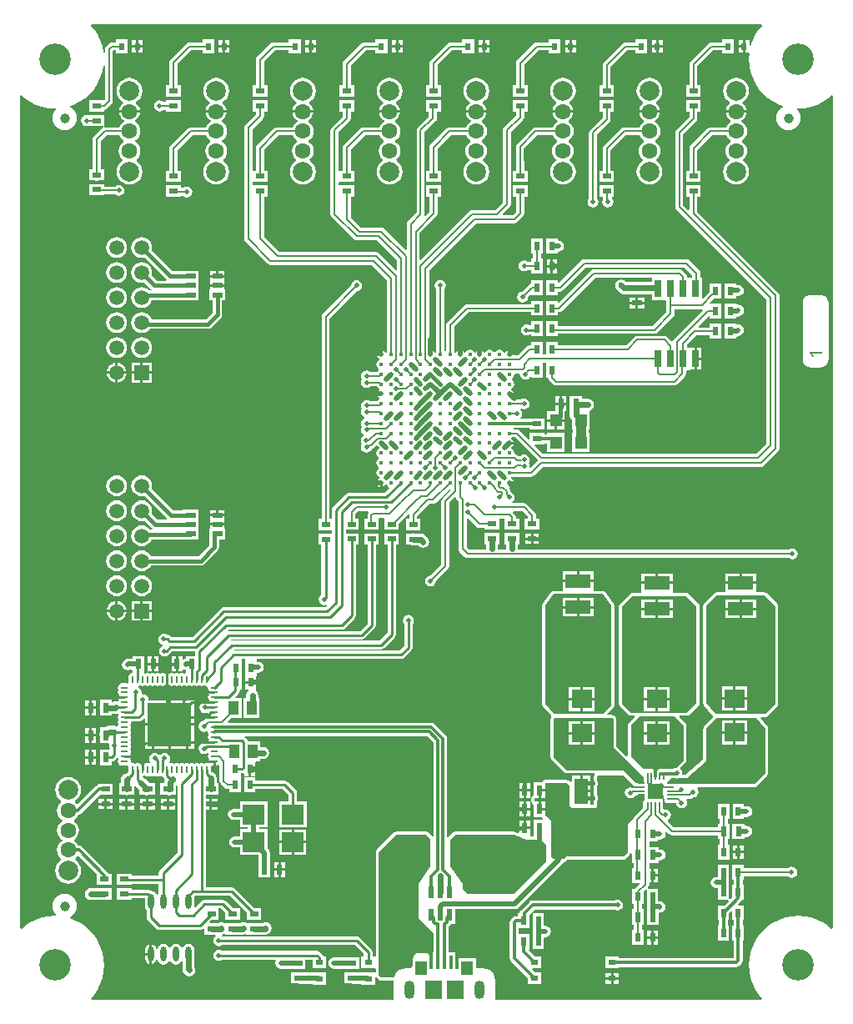
<source format=gtl>
G04*
G04 #@! TF.GenerationSoftware,Altium Limited,Altium Designer,20.2.4 (192)*
G04*
G04 Layer_Physical_Order=1*
G04 Layer_Color=255*
%FSLAX44Y44*%
%MOMM*%
G71*
G04*
G04 #@! TF.SameCoordinates,18019364-DA1A-42E4-9FE6-B170CA0846D9*
G04*
G04*
G04 #@! TF.FilePolarity,Positive*
G04*
G01*
G75*
%ADD10C,0.2500*%
%ADD12C,0.6000*%
%ADD14C,0.2000*%
%ADD15C,0.4000*%
%ADD34R,4.4500X4.4500*%
G04:AMPARAMS|DCode=35|XSize=0.25mm|YSize=0.75mm|CornerRadius=0.125mm|HoleSize=0mm|Usage=FLASHONLY|Rotation=180.000|XOffset=0mm|YOffset=0mm|HoleType=Round|Shape=RoundedRectangle|*
%AMROUNDEDRECTD35*
21,1,0.2500,0.5000,0,0,180.0*
21,1,0.0000,0.7500,0,0,180.0*
1,1,0.2500,0.0000,0.2500*
1,1,0.2500,0.0000,0.2500*
1,1,0.2500,0.0000,-0.2500*
1,1,0.2500,0.0000,-0.2500*
%
%ADD35ROUNDEDRECTD35*%
G04:AMPARAMS|DCode=36|XSize=0.75mm|YSize=0.25mm|CornerRadius=0.125mm|HoleSize=0mm|Usage=FLASHONLY|Rotation=180.000|XOffset=0mm|YOffset=0mm|HoleType=Round|Shape=RoundedRectangle|*
%AMROUNDEDRECTD36*
21,1,0.7500,0.0000,0,0,180.0*
21,1,0.5000,0.2500,0,0,180.0*
1,1,0.2500,-0.2500,0.0000*
1,1,0.2500,0.2500,0.0000*
1,1,0.2500,0.2500,0.0000*
1,1,0.2500,-0.2500,0.0000*
%
%ADD36ROUNDEDRECTD36*%
%ADD49R,0.9000X0.5500*%
%ADD50R,1.0000X0.5000*%
%ADD51R,0.5500X0.9000*%
%ADD52R,0.8000X0.6000*%
%ADD53R,2.6500X1.4000*%
%ADD54R,0.6000X1.0000*%
%ADD55R,1.0500X1.4500*%
%ADD56R,1.0000X0.6000*%
%ADD57R,0.6000X0.8000*%
%ADD58C,1.0000*%
%ADD59R,1.2400X1.2900*%
%ADD60R,1.6500X1.6500*%
%ADD61O,0.2000X0.8000*%
%ADD62O,0.8000X0.2000*%
%ADD63R,0.6500X1.7000*%
%ADD64R,1.4000X2.6500*%
%ADD65R,2.1000X1.9000*%
%ADD66O,0.6000X1.5000*%
%ADD67R,2.2000X2.0000*%
%ADD68R,0.6000X1.2000*%
%ADD69R,1.1500X1.4500*%
%ADD70R,0.4000X1.4000*%
%ADD71R,1.7500X1.9000*%
%ADD72C,0.5000*%
%ADD73C,0.3000*%
%ADD74C,0.4000*%
%ADD75C,0.3810*%
%ADD76C,1.0000*%
%ADD77C,0.5300*%
%ADD78C,3.2000*%
%ADD79C,1.6000*%
%ADD80O,1.0500X1.8500*%
%ADD81R,1.5000X1.5000*%
%ADD82C,1.5000*%
%ADD83C,0.5000*%
%ADD84C,0.6000*%
%ADD85C,2.0000*%
G36*
X758156Y993841D02*
X755235Y990511D01*
X751593Y985060D01*
X748693Y979180D01*
X746680Y973251D01*
X745410Y973460D01*
Y979434D01*
X741140D01*
Y972894D01*
Y966354D01*
X744365D01*
X745233Y965427D01*
X744877Y959998D01*
X745306Y953456D01*
X746585Y947026D01*
X748693Y940817D01*
X751593Y934937D01*
X755235Y929485D01*
X759558Y924556D01*
X764488Y920233D01*
X769939Y916591D01*
X775819Y913691D01*
X779605Y912406D01*
X779647Y911136D01*
X778778Y910776D01*
X776200Y908799D01*
X774222Y906221D01*
X772979Y903219D01*
X772555Y899998D01*
X772979Y896777D01*
X774222Y893776D01*
X776200Y891198D01*
X778778Y889220D01*
X781779Y887977D01*
X785000Y887553D01*
X788222Y887977D01*
X791223Y889220D01*
X793801Y891198D01*
X795779Y893776D01*
X797022Y896777D01*
X797446Y899998D01*
X797022Y903219D01*
X795779Y906221D01*
X793895Y908675D01*
X794131Y909676D01*
X794225Y909926D01*
X795000Y909875D01*
X801543Y910304D01*
X807973Y911583D01*
X814182Y913691D01*
X820062Y916591D01*
X825513Y920233D01*
X828844Y923154D01*
X830000Y922629D01*
Y77367D01*
X828844Y76843D01*
X825513Y79763D01*
X820062Y83406D01*
X814182Y86306D01*
X807973Y88413D01*
X801543Y89692D01*
X795000Y90121D01*
X788458Y89692D01*
X782028Y88413D01*
X775819Y86306D01*
X769939Y83406D01*
X764488Y79763D01*
X759558Y75441D01*
X755235Y70511D01*
X751593Y65060D01*
X748693Y59180D01*
X746585Y52971D01*
X745306Y46541D01*
X744877Y39998D01*
X745306Y33456D01*
X746585Y27025D01*
X748693Y20817D01*
X751593Y14937D01*
X755235Y9485D01*
X758156Y6155D01*
X757632Y4998D01*
X487104D01*
Y24998D01*
X487122D01*
X486717Y28071D01*
X485532Y30934D01*
X483645Y33393D01*
X481186Y35279D01*
X478323Y36465D01*
X475250Y36870D01*
Y36852D01*
X468960D01*
X467750Y36870D01*
X467450Y37133D01*
Y47548D01*
X449950D01*
Y39057D01*
X447001D01*
Y52998D01*
X440089D01*
Y79148D01*
X441245Y80304D01*
X442239Y81793D01*
X442280Y81998D01*
X447000D01*
Y96891D01*
X507000D01*
X509146Y97317D01*
X510966Y98533D01*
X555466Y143033D01*
X556480Y144551D01*
X557541Y144762D01*
X558533Y145425D01*
X558533Y145426D01*
X559336Y146228D01*
X560020D01*
Y146912D01*
X560177Y147070D01*
X617330D01*
X618501Y147302D01*
X619493Y147965D01*
X624013Y152485D01*
X624630Y153409D01*
X624724Y153425D01*
X625900Y152859D01*
Y143998D01*
X627422D01*
Y138498D01*
X626250D01*
Y123498D01*
X633573D01*
X634059Y122325D01*
X629233Y117498D01*
X626250D01*
Y102498D01*
X627922D01*
Y96998D01*
X625900D01*
Y80998D01*
X627922D01*
Y75498D01*
X626250D01*
Y60498D01*
X637750D01*
Y75498D01*
X636079D01*
Y80998D01*
X637900D01*
Y96998D01*
X636079D01*
Y102498D01*
X637750D01*
Y114481D01*
X639981Y116711D01*
X641251Y116185D01*
Y102498D01*
X641493D01*
Y96998D01*
X641100D01*
Y80998D01*
X653100D01*
Y92668D01*
X654082Y93474D01*
X654500Y93391D01*
X656646Y93817D01*
X658466Y95033D01*
X659681Y96852D01*
X660108Y98998D01*
X659681Y101144D01*
X658466Y102964D01*
X658016Y103414D01*
X656196Y104629D01*
X654050Y105056D01*
X652750D01*
Y117498D01*
X642564D01*
X642038Y118768D01*
X642384Y119114D01*
X642384Y119115D01*
X643268Y120438D01*
X643579Y121998D01*
Y123958D01*
X645731D01*
Y130998D01*
Y138038D01*
X643579D01*
Y143998D01*
X653100D01*
Y146391D01*
X654500D01*
X654500Y146391D01*
X656646Y146817D01*
X658466Y148033D01*
X659681Y149852D01*
X660108Y151998D01*
X659681Y154144D01*
X658466Y155964D01*
X656646Y157179D01*
X654500Y157606D01*
X653100D01*
Y159998D01*
X643579D01*
Y165498D01*
X652750D01*
Y167391D01*
X654500D01*
X656646Y167817D01*
X658466Y169033D01*
X659681Y170852D01*
X660108Y172998D01*
X659681Y175144D01*
X660669Y175952D01*
X663688Y172933D01*
X663688Y172933D01*
X665011Y172049D01*
X666572Y171738D01*
X666572Y171738D01*
X712950D01*
Y167817D01*
X714972D01*
Y162285D01*
X713300D01*
Y147285D01*
X724800D01*
Y162285D01*
X723129D01*
Y167817D01*
X724950D01*
Y183817D01*
X723129D01*
Y188348D01*
X724800D01*
Y203348D01*
X713300D01*
Y188348D01*
X714972D01*
Y183817D01*
X712950D01*
Y179895D01*
X668261D01*
X662034Y186122D01*
X662232Y186774D01*
X662540Y187413D01*
X664216Y188533D01*
X665431Y190352D01*
X665858Y192498D01*
X665431Y194644D01*
X664216Y196464D01*
X662396Y197679D01*
X660250Y198106D01*
X659093Y197876D01*
X658111Y198681D01*
Y204698D01*
X658066Y204927D01*
X658670Y205663D01*
X659189Y205787D01*
X660472Y204930D01*
X662033Y204620D01*
X670968D01*
X671320Y202852D01*
X672535Y201033D01*
X674354Y199817D01*
X676500Y199391D01*
X678646Y199817D01*
X680466Y201033D01*
X681681Y202852D01*
X682108Y204998D01*
X681681Y207144D01*
X681444Y207500D01*
X682042Y208620D01*
X684890D01*
X684890Y208620D01*
X686451Y208930D01*
X687774Y209814D01*
X688340Y210380D01*
X690286Y210767D01*
X692106Y211983D01*
X693321Y213802D01*
X693748Y215948D01*
X693321Y218094D01*
X692409Y219459D01*
X692996Y220730D01*
X750290D01*
X750290Y220730D01*
X751461Y220962D01*
X752453Y221625D01*
X763663Y232835D01*
X764326Y233828D01*
X764559Y234998D01*
X764559Y234998D01*
Y279998D01*
X764475Y280422D01*
X764437Y280853D01*
X764359Y281003D01*
X764326Y281169D01*
X764086Y281528D01*
X763887Y281912D01*
X756764Y290795D01*
X757314Y291940D01*
X761500D01*
X762671Y292172D01*
X763663Y292835D01*
X763663Y292836D01*
X773663Y302835D01*
X774326Y303828D01*
X774559Y304998D01*
X774559Y304998D01*
Y404758D01*
X774559Y404758D01*
X774326Y405929D01*
X773663Y406921D01*
X773663Y406921D01*
X762924Y417661D01*
X761931Y418324D01*
X760761Y418557D01*
X760761Y418557D01*
X753498D01*
X752290Y419827D01*
Y426978D01*
X720710D01*
X720710Y418708D01*
X719503Y418557D01*
X712000D01*
X712000Y418557D01*
X710830Y418324D01*
X709837Y417661D01*
X709837Y417661D01*
X699337Y407161D01*
X698674Y406169D01*
X698442Y404998D01*
X698442Y404998D01*
X698442Y305853D01*
X698535Y305384D01*
X698591Y304908D01*
X698651Y304802D01*
X698674Y304683D01*
X698941Y304284D01*
X699174Y303867D01*
X708445Y293012D01*
X708063Y291852D01*
X699228Y282045D01*
X698963Y281600D01*
X698674Y281169D01*
X698659Y281089D01*
X698617Y281020D01*
X698543Y280507D01*
X698442Y279998D01*
X698442Y248604D01*
X680507Y233197D01*
X677751Y233197D01*
X676945Y234179D01*
X677108Y234998D01*
X676681Y237144D01*
X675466Y238964D01*
X675216Y239130D01*
X675092Y240394D01*
X680453Y245755D01*
X680453Y245755D01*
X681116Y246748D01*
X681349Y247918D01*
X681349Y247918D01*
Y283478D01*
X681116Y284649D01*
X680453Y285641D01*
X674148Y291946D01*
X674634Y293120D01*
X681465D01*
X681962Y293218D01*
X682463Y293287D01*
X682544Y293334D01*
X682636Y293352D01*
X683057Y293633D01*
X683494Y293889D01*
X693529Y302779D01*
X693585Y302853D01*
X693663Y302905D01*
X693944Y303326D01*
X694250Y303729D01*
X694274Y303820D01*
X694326Y303898D01*
X694425Y304394D01*
X694554Y304884D01*
X694541Y304977D01*
X694559Y305068D01*
Y404558D01*
X694449Y405114D01*
X694349Y405673D01*
X694332Y405699D01*
X694326Y405729D01*
X694011Y406200D01*
X693706Y406678D01*
X683671Y417118D01*
X683645Y417136D01*
X683628Y417161D01*
X683157Y417476D01*
X682692Y417800D01*
X682662Y417807D01*
X682636Y417824D01*
X682080Y417935D01*
X681526Y418056D01*
X681496Y418051D01*
X681465Y418057D01*
X668291D01*
X667290Y418708D01*
X667290Y419327D01*
Y426978D01*
X635710D01*
Y419327D01*
X635710Y418708D01*
X634710Y418057D01*
X626501D01*
X626500Y418057D01*
X625330Y417824D01*
X624338Y417161D01*
X624338Y417161D01*
X613898Y406721D01*
X613235Y405729D01*
X613002Y404558D01*
X613002Y404558D01*
X613002Y305068D01*
X613234Y303898D01*
X613898Y302905D01*
X613898Y302905D01*
X622788Y294016D01*
X622788Y294015D01*
X623780Y293352D01*
X624950Y293120D01*
X624950Y293120D01*
X628607D01*
X629093Y291946D01*
X622788Y285641D01*
X622124Y284649D01*
X621892Y283478D01*
X621892Y283478D01*
Y252729D01*
X620622Y252203D01*
X610229Y262595D01*
X610229Y289828D01*
X610229Y289828D01*
X609996Y290999D01*
X609333Y291991D01*
X609333Y291991D01*
X608063Y293261D01*
X607071Y293924D01*
X605900Y294157D01*
X605900Y294157D01*
X601644D01*
X601158Y295330D01*
X607138Y301310D01*
X607801Y302303D01*
X608034Y303473D01*
X608034Y303473D01*
Y404998D01*
X607964Y405350D01*
X607950Y405709D01*
X607849Y405930D01*
X607801Y406169D01*
X607602Y406467D01*
X607452Y406794D01*
X598887Y418608D01*
X598708Y418773D01*
X598573Y418975D01*
X598275Y419175D01*
X598011Y419419D01*
X597783Y419503D01*
X597581Y419638D01*
X597229Y419708D01*
X596892Y419833D01*
X596649Y419823D01*
X596410Y419871D01*
X588246D01*
X587245Y420522D01*
X587245Y421141D01*
Y428792D01*
X555665D01*
Y421141D01*
X555665Y420522D01*
X554665Y419871D01*
X546500D01*
X546278Y419827D01*
X546050Y419838D01*
X545697Y419711D01*
X545330Y419638D01*
X545141Y419512D01*
X544927Y419435D01*
X544649Y419183D01*
X544338Y418975D01*
X544211Y418786D01*
X544043Y418633D01*
X535288Y406819D01*
X535128Y406480D01*
X534919Y406169D01*
X534875Y405946D01*
X534778Y405740D01*
X534760Y405366D01*
X534687Y404998D01*
Y304998D01*
X534782Y304517D01*
X534844Y304030D01*
X534898Y303935D01*
X534919Y303828D01*
X535192Y303420D01*
X535435Y302994D01*
X544002Y293121D01*
X544229Y292355D01*
X543980Y291457D01*
X543675Y290999D01*
X543442Y289828D01*
X543442Y289828D01*
Y250998D01*
X543675Y249828D01*
X544338Y248835D01*
X544338Y248835D01*
X557578Y235595D01*
X558570Y234932D01*
X559740Y234699D01*
X559741Y234699D01*
X588030D01*
X588148Y234416D01*
X588403Y233430D01*
X587835Y232579D01*
X587602Y231408D01*
X587602Y231408D01*
Y227772D01*
X587660Y227477D01*
Y227175D01*
X587776Y226897D01*
X587835Y226602D01*
X588002Y226351D01*
X588117Y226073D01*
X588329Y225756D01*
X588480Y224998D01*
X588329Y224241D01*
X588117Y223924D01*
X588002Y223645D01*
X587835Y223395D01*
X587776Y223100D01*
X587660Y222821D01*
Y222520D01*
X587602Y222224D01*
Y212772D01*
X587660Y212477D01*
Y212175D01*
X587776Y211897D01*
X587835Y211602D01*
X588002Y211351D01*
X588117Y211073D01*
X588329Y210756D01*
X588480Y209998D01*
X588329Y209241D01*
X588117Y208924D01*
X588002Y208645D01*
X587835Y208395D01*
X587776Y208100D01*
X587660Y207821D01*
Y207520D01*
X587602Y207225D01*
Y202717D01*
X584093D01*
Y215428D01*
X574553D01*
Y216698D01*
X573283D01*
Y232488D01*
X565013D01*
Y226348D01*
X563743Y225822D01*
X562343Y227221D01*
X561351Y227884D01*
X560180Y228117D01*
X560180Y228117D01*
X539237D01*
X539139Y228097D01*
X539040Y228111D01*
X537803Y228031D01*
X537320Y227902D01*
X536830Y227804D01*
X536747Y227749D01*
X536650Y227723D01*
X536253Y227419D01*
X535838Y227141D01*
X535782Y227058D01*
X535702Y226997D01*
X535452Y226564D01*
X535174Y226149D01*
X535155Y226051D01*
X535105Y225964D01*
X535039Y225468D01*
X535033Y225438D01*
X526460D01*
Y212818D01*
X525990Y212724D01*
X524998Y212061D01*
X524334Y211069D01*
X524102Y209898D01*
Y205928D01*
X524334Y204758D01*
X524998Y203765D01*
X525990Y203102D01*
X526460Y203009D01*
Y190388D01*
X535033D01*
X535039Y190358D01*
X535105Y189863D01*
X535155Y189776D01*
X535174Y189678D01*
X535452Y189262D01*
X535702Y188830D01*
X535782Y188769D01*
X535838Y188685D01*
X535953Y188608D01*
X535654Y187482D01*
X535561Y187338D01*
X526220D01*
Y171338D01*
X525274Y170557D01*
X522630D01*
X522560Y171798D01*
X522560D01*
Y178068D01*
X517020D01*
X511480D01*
Y174933D01*
X510429Y174221D01*
X507636Y175338D01*
X507067Y175444D01*
X506501Y175557D01*
X446501D01*
X446500Y175557D01*
X445330Y175324D01*
X444338Y174661D01*
X439609Y169932D01*
X438541Y170254D01*
X438339Y170405D01*
Y269935D01*
X437989Y271691D01*
X436995Y273179D01*
X425351Y284823D01*
X423863Y285817D01*
X422107Y286166D01*
X311544D01*
X311544Y286166D01*
X216096D01*
X215610Y287340D01*
X219018Y290748D01*
X229500D01*
Y311248D01*
X223538D01*
X223052Y312422D01*
X226565Y315934D01*
X227504Y317340D01*
X227834Y318998D01*
Y319498D01*
X229750D01*
Y333228D01*
X229750Y334498D01*
X229750D01*
Y334498D01*
X229750D01*
Y349498D01*
X229750D01*
X230000Y350665D01*
X233001D01*
X233250Y349498D01*
X233251Y349395D01*
Y335118D01*
X233250Y334498D01*
X233710Y333419D01*
Y328268D01*
X239000D01*
X244290D01*
Y333419D01*
X244750Y334498D01*
X244750Y335118D01*
Y336891D01*
X246500D01*
X248646Y337317D01*
X250466Y338533D01*
X251681Y340352D01*
X252108Y342498D01*
X251681Y344644D01*
X250466Y346464D01*
X248646Y347679D01*
X246500Y348106D01*
X244750D01*
Y349395D01*
X244750Y349498D01*
X245000Y350665D01*
X391501D01*
X393159Y350995D01*
X394565Y351934D01*
X402065Y359434D01*
X403004Y360840D01*
X403334Y362498D01*
Y386584D01*
X404181Y387852D01*
X404608Y389998D01*
X404181Y392144D01*
X402966Y393964D01*
X401146Y395179D01*
X399000Y395606D01*
X396855Y395179D01*
X395035Y393964D01*
X393820Y392144D01*
X393393Y389998D01*
X393820Y387852D01*
X394667Y386584D01*
Y364293D01*
X389706Y359332D01*
X223118D01*
X222340Y360576D01*
X222480Y360665D01*
X371501D01*
X373159Y360995D01*
X374565Y361934D01*
X385045Y372414D01*
X385984Y373820D01*
X386314Y375478D01*
Y466998D01*
X389480D01*
Y478498D01*
X374481D01*
Y466998D01*
X377647D01*
Y377273D01*
X369706Y369332D01*
X219884D01*
X219256Y370152D01*
X219135Y370554D01*
X219202Y370665D01*
X351500D01*
X353159Y370995D01*
X354565Y371934D01*
X364725Y382094D01*
X365664Y383500D01*
X365994Y385158D01*
Y466998D01*
X369160D01*
Y478498D01*
X354160D01*
Y466998D01*
X357327D01*
Y386953D01*
X349706Y379332D01*
X216884D01*
X216256Y380152D01*
X216136Y380554D01*
X216202Y380665D01*
X331500D01*
X333159Y380995D01*
X334565Y381934D01*
X344404Y391774D01*
X345344Y393180D01*
X345674Y394838D01*
Y466998D01*
X348840D01*
Y478498D01*
X335834D01*
Y481998D01*
X348840D01*
Y493498D01*
X345419D01*
Y498149D01*
X348190Y500920D01*
X358128D01*
X358493Y499650D01*
X357733Y498512D01*
X357422Y496952D01*
X357422Y496952D01*
Y493498D01*
X354160D01*
Y481998D01*
X369160D01*
Y493498D01*
X370204Y494045D01*
X373437D01*
X374481Y493498D01*
Y481998D01*
X389480D01*
Y488489D01*
X398687Y497695D01*
X399002Y497645D01*
X399922Y497134D01*
Y493248D01*
X396501D01*
Y481748D01*
X411500D01*
Y493248D01*
X408079D01*
Y495809D01*
X419384Y507114D01*
X419384Y507114D01*
X420690Y508420D01*
X424000D01*
X424000Y508420D01*
X425561Y508730D01*
X426884Y509614D01*
X440480Y523210D01*
X441833Y522767D01*
X441923Y522188D01*
X433617Y513882D01*
X432733Y512559D01*
X432422Y510998D01*
X432422Y510998D01*
Y446688D01*
X421301Y435566D01*
X419354Y435179D01*
X417535Y433964D01*
X416320Y432144D01*
X415893Y429998D01*
X416320Y427852D01*
X417535Y426033D01*
X419354Y424817D01*
X421500Y424391D01*
X423646Y424817D01*
X425466Y426033D01*
X426681Y427852D01*
X427068Y429799D01*
X439384Y442114D01*
X439384Y442114D01*
X440268Y443438D01*
X440579Y444998D01*
X440579Y444998D01*
Y509309D01*
X446215Y514945D01*
X447529Y514463D01*
X447733Y513438D01*
X448617Y512114D01*
X449922Y510809D01*
Y462498D01*
X449922Y462498D01*
X450233Y460938D01*
X451117Y459614D01*
X456117Y454614D01*
X457440Y453730D01*
X459000Y453420D01*
X459001Y453420D01*
X785204D01*
X786854Y452317D01*
X789000Y451891D01*
X791146Y452317D01*
X792966Y453533D01*
X794181Y455352D01*
X794608Y457498D01*
X794181Y459644D01*
X792966Y461464D01*
X791146Y462679D01*
X789000Y463106D01*
X786854Y462679D01*
X785204Y461577D01*
X511077D01*
X510271Y462558D01*
X510418Y463298D01*
Y467078D01*
X511800D01*
Y478578D01*
X506148D01*
X504300Y478946D01*
X502453Y478578D01*
X496800D01*
Y467078D01*
X498183D01*
Y464506D01*
X497883Y462998D01*
X497970Y462558D01*
X497165Y461577D01*
X490836D01*
X490031Y462558D01*
X490118Y462998D01*
X490098Y463099D01*
Y467078D01*
X491480D01*
Y478578D01*
X485828D01*
X483980Y478946D01*
X482132Y478578D01*
X476480D01*
Y467078D01*
X477863D01*
Y463018D01*
X477954Y462558D01*
X477149Y461577D01*
X460690D01*
X458079Y464188D01*
Y493356D01*
X459349Y493882D01*
X468287Y484944D01*
X468287Y484944D01*
X469610Y484060D01*
X471170Y483750D01*
X476480D01*
Y482078D01*
X491480D01*
Y493420D01*
X496800D01*
Y482078D01*
X511800D01*
Y493578D01*
X508379D01*
Y494698D01*
X508068Y496259D01*
X507184Y497582D01*
X507184Y497582D01*
X505117Y499650D01*
X505643Y500920D01*
X514811D01*
X520542Y495189D01*
Y493698D01*
X517120D01*
Y482198D01*
X532120D01*
Y493698D01*
X528699D01*
Y496878D01*
X528388Y498439D01*
X527504Y499762D01*
X527504Y499762D01*
X519384Y507882D01*
X518061Y508766D01*
X516500Y509077D01*
X516500Y509077D01*
X504824D01*
X504439Y510347D01*
X505466Y511033D01*
X506681Y512852D01*
X507108Y514998D01*
X506681Y517144D01*
X505466Y518964D01*
X503646Y520179D01*
X502849Y520338D01*
Y521220D01*
X502538Y522781D01*
X501654Y524104D01*
X501654Y524104D01*
X501606Y524152D01*
X502071Y525483D01*
X503272Y525722D01*
X504774Y526725D01*
X505777Y528227D01*
X505877Y528728D01*
X501500D01*
Y531268D01*
X505877D01*
X505777Y531770D01*
X504774Y533271D01*
X503638Y534031D01*
X503558Y534566D01*
X503613Y535288D01*
X503659Y535427D01*
X504397Y535920D01*
X524000D01*
X524001Y535920D01*
X525561Y536230D01*
X526884Y537114D01*
X535690Y545920D01*
X757314D01*
X757314Y545920D01*
X758875Y546230D01*
X760198Y547114D01*
X774384Y561301D01*
X774384Y561301D01*
X775268Y562624D01*
X775579Y564184D01*
X775579Y564184D01*
Y719998D01*
X775268Y721559D01*
X774384Y722882D01*
X692529Y804738D01*
Y820138D01*
X695950D01*
Y831638D01*
X680950D01*
Y820138D01*
X684372D01*
Y807054D01*
X683199Y806568D01*
X678079Y811688D01*
Y883309D01*
X691334Y896564D01*
X691334Y896564D01*
X692218Y897887D01*
X692529Y899448D01*
Y906668D01*
X695950D01*
Y918168D01*
X680950D01*
Y906668D01*
X684372D01*
Y901138D01*
X671117Y887882D01*
X670232Y886559D01*
X669922Y884998D01*
X669922Y884998D01*
Y809998D01*
X669922Y809998D01*
X670232Y808438D01*
X671117Y807114D01*
X762422Y715809D01*
Y569188D01*
X752311Y559077D01*
X535690D01*
X527261Y567505D01*
X527747Y568678D01*
X537200D01*
Y569840D01*
X539551D01*
Y561228D01*
X557950D01*
Y580128D01*
X539551D01*
Y579016D01*
X537200D01*
Y580178D01*
X522201D01*
Y574225D01*
X521027Y573739D01*
X511884Y582882D01*
X510561Y583766D01*
X509000Y584077D01*
X509000Y584077D01*
X505609D01*
X505562Y584140D01*
X506202Y585410D01*
X522201D01*
Y583678D01*
X537200D01*
Y595178D01*
X522201D01*
Y594586D01*
X513087D01*
X512701Y595857D01*
X512966Y596033D01*
X514181Y597852D01*
X514608Y599998D01*
X514181Y602144D01*
X513023Y603878D01*
X512980Y604031D01*
X513243Y605305D01*
X513491Y605394D01*
X514354Y604817D01*
X516500Y604391D01*
X518646Y604817D01*
X520466Y606033D01*
X521681Y607852D01*
X522108Y609998D01*
X521681Y612144D01*
X520466Y613964D01*
X518646Y615179D01*
X516500Y615606D01*
X514354Y615179D01*
X512704Y614077D01*
X504397D01*
X503659Y614569D01*
X503613Y614708D01*
X503558Y615431D01*
X503638Y615966D01*
X504774Y616725D01*
X505777Y618227D01*
X505877Y618728D01*
X501500D01*
Y621268D01*
X505877D01*
X505777Y621770D01*
X504774Y623271D01*
X503638Y624031D01*
X503558Y624566D01*
X503613Y625288D01*
X503659Y625427D01*
X505105Y626394D01*
X506210Y628047D01*
X506598Y629998D01*
X506210Y631949D01*
X505105Y633603D01*
X504160Y634235D01*
Y635762D01*
X505105Y636394D01*
X506210Y638047D01*
X506598Y639998D01*
X507355Y640920D01*
X511640D01*
X512246Y640181D01*
X512673Y638035D01*
X513889Y636216D01*
X515708Y635000D01*
X517854Y634573D01*
X520000Y635000D01*
X521819Y636216D01*
X522800Y637684D01*
X524071Y637299D01*
Y636658D01*
X535570D01*
Y651570D01*
X539071D01*
Y636658D01*
X540746D01*
X541053Y635118D01*
X541937Y633794D01*
X546116Y629614D01*
X546117Y629614D01*
X547440Y628730D01*
X549000Y628420D01*
X669000D01*
X669000Y628420D01*
X670561Y628730D01*
X671884Y629614D01*
X679706Y637436D01*
X679706Y637436D01*
X680590Y638759D01*
X680900Y640320D01*
Y643250D01*
X681798Y644148D01*
X684140Y644148D01*
X685220Y644608D01*
X685411Y644608D01*
X689320D01*
Y655648D01*
Y666688D01*
X685220Y666688D01*
X684140Y667148D01*
X683721Y667148D01*
X681969D01*
Y669699D01*
X691720Y679450D01*
X705281D01*
Y676028D01*
X716780D01*
Y691028D01*
X705281D01*
Y687607D01*
X694036D01*
X693550Y688780D01*
X704010Y699241D01*
X705281Y698715D01*
Y696348D01*
X716780D01*
Y711348D01*
X705774D01*
X705225Y712595D01*
X709220Y716590D01*
X709280D01*
X709280Y716590D01*
X709675Y716668D01*
X716780D01*
Y731668D01*
X705281D01*
Y723976D01*
X704647Y723552D01*
X698014Y716919D01*
X696840Y717405D01*
Y738148D01*
X695579D01*
Y742498D01*
X695579Y742498D01*
X695268Y744059D01*
X694384Y745382D01*
X684384Y755382D01*
X683061Y756266D01*
X681500Y756577D01*
X681500Y756577D01*
X577498D01*
X577498Y756577D01*
X575938Y756266D01*
X574614Y755382D01*
X574614Y755382D01*
X551840Y732608D01*
X550570Y733134D01*
Y735478D01*
X539071D01*
Y720478D01*
X550570D01*
Y723900D01*
X552978D01*
X552978Y723900D01*
X554539Y724210D01*
X555862Y725095D01*
X579188Y748420D01*
X679811D01*
X687422Y740809D01*
Y739046D01*
X686524Y738148D01*
X684340Y738148D01*
X683073Y738148D01*
X681969Y738608D01*
X681658Y740169D01*
X680774Y741492D01*
X680774Y741492D01*
X676884Y745382D01*
X675561Y746266D01*
X674000Y746577D01*
X674000Y746577D01*
X587498D01*
X587498Y746577D01*
X585938Y746266D01*
X584614Y745382D01*
X551744Y712512D01*
X550570Y712998D01*
Y714523D01*
X539071D01*
Y699523D01*
X550570D01*
Y702945D01*
X552023D01*
X552023Y702945D01*
X553584Y703255D01*
X554907Y704139D01*
X589188Y738420D01*
X645083D01*
X646240Y738148D01*
X646240Y737150D01*
Y733717D01*
X619934D01*
X619326Y734326D01*
X617341Y735652D01*
X615000Y736117D01*
X612659Y735652D01*
X610674Y734326D01*
X609348Y732341D01*
X608882Y730000D01*
X609348Y727659D01*
X610674Y725674D01*
X613074Y723274D01*
X615059Y721948D01*
X617400Y721482D01*
X646240D01*
Y715148D01*
X657670D01*
X658740Y715148D01*
X660214Y715148D01*
X661112Y714250D01*
Y702878D01*
X647311Y689077D01*
X550570D01*
Y693568D01*
X539071D01*
Y678568D01*
X550570D01*
Y680920D01*
X649000D01*
X649000Y680920D01*
X650561Y681230D01*
X651884Y682114D01*
X668074Y698304D01*
X668074Y698305D01*
X668958Y699628D01*
X669269Y701188D01*
X669269Y701188D01*
Y705920D01*
X696860D01*
X696860Y705920D01*
X697482Y706044D01*
X698108Y704873D01*
X668617Y675382D01*
X667732Y674059D01*
X667694Y673868D01*
X667535Y673763D01*
X666317Y673450D01*
X661884Y677882D01*
X660561Y678766D01*
X659000Y679077D01*
X659000Y679077D01*
X631501D01*
X631500Y679077D01*
X629940Y678766D01*
X628617Y677882D01*
X628616Y677882D01*
X619926Y669192D01*
X550570D01*
Y672613D01*
X539071D01*
Y659727D01*
X535570D01*
Y672613D01*
X524071D01*
Y669192D01*
X521615D01*
X520055Y668881D01*
X518732Y667997D01*
X518732Y667997D01*
X509811Y659077D01*
X506886D01*
X506129Y659998D01*
X505777Y661770D01*
X504774Y663271D01*
X503272Y664275D01*
X502770Y664375D01*
Y659998D01*
X500230D01*
Y664375D01*
X499729Y664275D01*
X498227Y663271D01*
X497468Y662135D01*
X496933Y662056D01*
X496210Y662110D01*
X496072Y662157D01*
X495105Y663603D01*
X493451Y664708D01*
X491500Y665096D01*
X489549Y664708D01*
X487896Y663603D01*
X487264Y662658D01*
X485737D01*
X485105Y663603D01*
X483451Y664708D01*
X481501Y665096D01*
X479550Y664708D01*
X477896Y663603D01*
X476929Y662157D01*
X476791Y662110D01*
X476068Y662056D01*
X475533Y662135D01*
X474774Y663271D01*
X473272Y664275D01*
X472771Y664375D01*
Y659998D01*
X470230D01*
Y664375D01*
X469729Y664275D01*
X468227Y663271D01*
X467468Y662135D01*
X466933Y662056D01*
X466210Y662110D01*
X466072Y662157D01*
X465105Y663603D01*
X463451Y664708D01*
X461500Y665096D01*
X459550Y664708D01*
X457896Y663603D01*
X456929Y662157D01*
X456791Y662110D01*
X456068Y662056D01*
X455533Y662135D01*
X454774Y663271D01*
X453272Y664275D01*
X452770Y664375D01*
Y659998D01*
X450230D01*
Y664375D01*
X449729Y664275D01*
X448227Y663271D01*
X447468Y662135D01*
X446933Y662056D01*
X446210Y662110D01*
X446072Y662157D01*
X445579Y662894D01*
Y688309D01*
X460215Y702945D01*
X524071D01*
Y699523D01*
X535570D01*
Y714523D01*
X524071D01*
Y711102D01*
X458526D01*
X458525Y711102D01*
X456965Y710791D01*
X455642Y709907D01*
X438617Y692882D01*
X437733Y691559D01*
X437422Y689998D01*
X437422Y689998D01*
Y663789D01*
X436152Y663273D01*
X435579Y663863D01*
Y667498D01*
X435579Y667498D01*
Y726202D01*
X436681Y727852D01*
X437108Y729998D01*
X436681Y732144D01*
X435466Y733964D01*
X433646Y735179D01*
X431500Y735606D01*
X429354Y735179D01*
X427535Y733964D01*
X426320Y732144D01*
X425893Y729998D01*
X426320Y727852D01*
X427422Y726202D01*
Y667498D01*
X427422Y667498D01*
X427422Y667498D01*
Y662894D01*
X426929Y662157D01*
X426791Y662110D01*
X426068Y662056D01*
X425533Y662135D01*
X424774Y663271D01*
X423272Y664275D01*
X421501Y664627D01*
X420579Y665384D01*
Y745809D01*
X468190Y793420D01*
X506500D01*
X506500Y793420D01*
X508061Y793730D01*
X509384Y794614D01*
X515307Y800537D01*
X515307Y800537D01*
X516191Y801861D01*
X516502Y803421D01*
Y820138D01*
X519923D01*
Y831638D01*
X504923D01*
Y820138D01*
X508345D01*
Y805111D01*
X504811Y801577D01*
X495506D01*
X495020Y802750D01*
X501884Y809614D01*
X501884Y809614D01*
X502768Y810938D01*
X503079Y812498D01*
Y885809D01*
X515307Y898037D01*
X515307Y898037D01*
X516191Y899361D01*
X516502Y900921D01*
X516502Y900921D01*
Y906668D01*
X519923D01*
Y918168D01*
X504923D01*
Y906668D01*
X508345D01*
Y902611D01*
X496117Y890382D01*
X495233Y889059D01*
X494922Y887498D01*
X494922Y887498D01*
Y814188D01*
X487311Y806577D01*
X464001D01*
X464000Y806577D01*
X462440Y806266D01*
X461117Y805382D01*
X411752Y756018D01*
X410579Y756504D01*
Y783309D01*
X427306Y800036D01*
X427306Y800036D01*
X428190Y801359D01*
X428500Y802920D01*
Y820138D01*
X431910D01*
Y831638D01*
X416910D01*
Y820138D01*
X420344D01*
Y804609D01*
X416536Y800802D01*
X415366Y801427D01*
X415579Y802498D01*
Y885809D01*
X426884Y897114D01*
X426884Y897114D01*
X427768Y898438D01*
X428079Y899998D01*
Y906668D01*
X431910D01*
Y918168D01*
X416910D01*
Y906668D01*
X419922D01*
Y901688D01*
X408617Y890382D01*
X407733Y889059D01*
X407422Y887498D01*
X407422Y887498D01*
Y804188D01*
X398617Y795382D01*
X397733Y794059D01*
X397422Y792498D01*
X397422Y792498D01*
Y766504D01*
X396249Y766018D01*
X374384Y787882D01*
X373061Y788766D01*
X371501Y789077D01*
X371500Y789077D01*
X350690D01*
X340475Y799292D01*
Y820138D01*
X343896D01*
Y831638D01*
X328896D01*
X328079Y832570D01*
Y834207D01*
X328896Y835138D01*
X329349Y835138D01*
X343896D01*
Y846638D01*
X340579D01*
Y868309D01*
X354920Y882650D01*
X369682D01*
X370290Y881181D01*
X372054Y878883D01*
X373856Y877500D01*
X373935Y877315D01*
Y876141D01*
X373856Y875956D01*
X372054Y874574D01*
X370290Y872276D01*
X369182Y869600D01*
X368804Y866728D01*
X369182Y863857D01*
X370290Y861181D01*
X372054Y858883D01*
X372952Y858194D01*
X372828Y856688D01*
X370627Y855000D01*
X368544Y852284D01*
X367234Y849122D01*
X366787Y845728D01*
X367234Y842335D01*
X368544Y839172D01*
X370627Y836457D01*
X373343Y834373D01*
X376505Y833063D01*
X379899Y832616D01*
X383293Y833063D01*
X386455Y834373D01*
X389171Y836457D01*
X391254Y839172D01*
X392564Y842335D01*
X393011Y845728D01*
X392564Y849122D01*
X391254Y852284D01*
X389171Y855000D01*
X386970Y856688D01*
X386846Y858194D01*
X387744Y858883D01*
X389507Y861181D01*
X390616Y863857D01*
X390994Y866728D01*
X390616Y869600D01*
X389507Y872276D01*
X387744Y874574D01*
X385942Y875956D01*
X385863Y876141D01*
Y877315D01*
X385942Y877500D01*
X387744Y878883D01*
X389507Y881181D01*
X390616Y883857D01*
X390994Y886728D01*
X390616Y889600D01*
X389507Y892276D01*
X387744Y894574D01*
X385526Y896276D01*
X385415Y896721D01*
X385456Y897707D01*
X387416Y899211D01*
X389106Y901413D01*
X390168Y903977D01*
X390363Y905458D01*
X379899D01*
X369435D01*
X369630Y903977D01*
X370692Y901413D01*
X372382Y899211D01*
X374342Y897707D01*
X374383Y896721D01*
X374272Y896276D01*
X372054Y894574D01*
X370290Y892276D01*
X369682Y890807D01*
X353231D01*
X353231Y890807D01*
X351670Y890496D01*
X350347Y889612D01*
X350347Y889612D01*
X333617Y872882D01*
X332733Y871559D01*
X332422Y869998D01*
X332422Y869998D01*
Y847536D01*
X331524Y846638D01*
X328896Y846638D01*
X328079Y847570D01*
Y885809D01*
X339280Y897010D01*
X340164Y898334D01*
X340475Y899894D01*
X340475Y899894D01*
Y906668D01*
X343896D01*
Y918168D01*
X328896D01*
Y906668D01*
X332318D01*
Y901584D01*
X321117Y890382D01*
X320233Y889059D01*
X319922Y887498D01*
X319922Y887498D01*
Y802498D01*
X319922Y802498D01*
X320233Y800938D01*
X321117Y799614D01*
X343617Y777114D01*
X343617Y777114D01*
X344940Y776230D01*
X346500Y775920D01*
X346501Y775920D01*
X367311D01*
X387422Y755809D01*
Y746504D01*
X386249Y746018D01*
X369384Y762882D01*
X368061Y763766D01*
X366500Y764077D01*
X366500Y764077D01*
X268190D01*
X252461Y779805D01*
Y820138D01*
X255883D01*
Y831638D01*
X240883D01*
X240579Y832782D01*
Y833994D01*
X240883Y835138D01*
X241849Y835138D01*
X255883D01*
Y846638D01*
X252461D01*
Y867691D01*
X267420Y882650D01*
X281689D01*
X282298Y881181D01*
X284061Y878883D01*
X285863Y877500D01*
X285942Y877315D01*
Y876141D01*
X285863Y875956D01*
X284061Y874574D01*
X282298Y872276D01*
X281189Y869600D01*
X280811Y866728D01*
X281189Y863857D01*
X282298Y861181D01*
X284061Y858883D01*
X284959Y858194D01*
X284835Y856688D01*
X282634Y855000D01*
X280551Y852284D01*
X279241Y849122D01*
X278794Y845728D01*
X279241Y842335D01*
X280551Y839172D01*
X282634Y836457D01*
X285350Y834373D01*
X288512Y833063D01*
X291906Y832616D01*
X295300Y833063D01*
X298462Y834373D01*
X301178Y836457D01*
X303262Y839172D01*
X304571Y842335D01*
X305018Y845728D01*
X304571Y849122D01*
X303262Y852284D01*
X301178Y855000D01*
X298978Y856688D01*
X298853Y858194D01*
X299751Y858883D01*
X301515Y861181D01*
X302623Y863857D01*
X303001Y866728D01*
X302623Y869600D01*
X301515Y872276D01*
X299751Y874574D01*
X297949Y875956D01*
X297871Y876141D01*
Y877315D01*
X297949Y877500D01*
X299751Y878883D01*
X301515Y881181D01*
X302623Y883857D01*
X303001Y886728D01*
X302623Y889600D01*
X301515Y892276D01*
X299751Y894574D01*
X297533Y896276D01*
X297422Y896721D01*
X297463Y897707D01*
X299423Y899211D01*
X301113Y901413D01*
X302175Y903977D01*
X302370Y905458D01*
X291906D01*
X281442D01*
X281637Y903977D01*
X282700Y901413D01*
X284389Y899211D01*
X286349Y897707D01*
X286390Y896721D01*
X286279Y896276D01*
X284061Y894574D01*
X282298Y892276D01*
X281689Y890807D01*
X265730D01*
X264170Y890496D01*
X262847Y889612D01*
X245499Y872265D01*
X244615Y870941D01*
X244305Y869381D01*
X244305Y869381D01*
Y847536D01*
X243407Y846638D01*
X240883Y846638D01*
X240579Y847782D01*
Y888309D01*
X251267Y898997D01*
X251267Y898997D01*
X252151Y900320D01*
X252461Y901881D01*
Y906668D01*
X255883D01*
Y918168D01*
X240883D01*
Y906668D01*
X244305D01*
Y903570D01*
X233617Y892882D01*
X232733Y891559D01*
X232422Y889998D01*
X232422Y889998D01*
Y777498D01*
X232422Y777498D01*
X232733Y775938D01*
X233617Y774614D01*
X256117Y752114D01*
X256117Y752114D01*
X257440Y751230D01*
X259000Y750920D01*
X362311D01*
X377422Y735809D01*
Y662894D01*
X376929Y662157D01*
X376791Y662110D01*
X376068Y662056D01*
X375533Y662135D01*
X374774Y663271D01*
X373272Y664275D01*
X372771Y664375D01*
Y659998D01*
X371501D01*
Y658728D01*
X367124D01*
X367224Y658227D01*
X368227Y656725D01*
X369363Y655966D01*
X369443Y655431D01*
X369388Y654708D01*
X369342Y654569D01*
X367896Y653603D01*
X366791Y651949D01*
X366403Y649998D01*
X366791Y648047D01*
X367896Y646394D01*
X368841Y645762D01*
Y644235D01*
X367896Y643603D01*
X367043Y642327D01*
X360297D01*
X358646Y643429D01*
X356500Y643856D01*
X354354Y643429D01*
X352535Y642214D01*
X351320Y640394D01*
X350893Y638248D01*
X351320Y636102D01*
X352057Y634998D01*
X351320Y633894D01*
X350893Y631748D01*
X351320Y629602D01*
X352535Y627783D01*
X354354Y626567D01*
X356500Y626141D01*
X358646Y626567D01*
X360297Y627670D01*
X367043D01*
X367896Y626394D01*
X369342Y625427D01*
X369388Y625288D01*
X369443Y624566D01*
X369363Y624031D01*
X368227Y623271D01*
X367224Y621770D01*
X367124Y621268D01*
X371501D01*
Y618728D01*
X367124D01*
X367224Y618227D01*
X368227Y616725D01*
X369363Y615966D01*
X369443Y615431D01*
X369388Y614708D01*
X369342Y614569D01*
X367896Y613603D01*
X367043Y612327D01*
X360297D01*
X358646Y613429D01*
X356500Y613856D01*
X354354Y613429D01*
X352535Y612214D01*
X351320Y610394D01*
X350893Y608248D01*
X351320Y606102D01*
X352057Y604998D01*
X351320Y603894D01*
X350893Y601748D01*
X351320Y599602D01*
X352535Y597783D01*
X354354Y596567D01*
X354589Y596521D01*
Y595226D01*
X354354Y595179D01*
X352535Y593964D01*
X351320Y592144D01*
X350893Y589998D01*
X351320Y587852D01*
X352057Y586748D01*
X351320Y585644D01*
X350893Y583498D01*
X351320Y581352D01*
X352535Y579533D01*
X353333Y579000D01*
Y577473D01*
X352250Y576749D01*
X351034Y574930D01*
X350607Y572784D01*
X351034Y570638D01*
X352010Y569177D01*
X351320Y568144D01*
X350893Y565998D01*
X351320Y563852D01*
X352535Y562033D01*
X354354Y560817D01*
X356500Y560391D01*
X358646Y560817D01*
X360466Y562033D01*
X361681Y563852D01*
X361720Y564047D01*
X362442Y564190D01*
X363765Y565075D01*
X366185Y567495D01*
X367820Y567334D01*
X368227Y566725D01*
X369363Y565966D01*
X369443Y565431D01*
X369388Y564708D01*
X369342Y564569D01*
X367896Y563603D01*
X366791Y561949D01*
X366403Y559998D01*
X366791Y558047D01*
X367896Y556394D01*
X368841Y555762D01*
Y554235D01*
X367896Y553603D01*
X366791Y551949D01*
X366403Y549998D01*
X366791Y548047D01*
X367896Y546394D01*
X368841Y545762D01*
Y544235D01*
X367896Y543603D01*
X366791Y541949D01*
X366403Y539998D01*
X366791Y538047D01*
X367896Y536394D01*
X369342Y535427D01*
X369388Y535288D01*
X369443Y534566D01*
X369363Y534031D01*
X368227Y533271D01*
X367224Y531770D01*
X367124Y531268D01*
X371501D01*
Y529998D01*
X372771D01*
Y525622D01*
X373272Y525722D01*
X374774Y526725D01*
X375533Y527861D01*
X376068Y527940D01*
X376791Y527886D01*
X376929Y527840D01*
X377896Y526394D01*
X379140Y525562D01*
X379480Y524106D01*
X374706Y519332D01*
X338500D01*
X336842Y519002D01*
X335436Y518062D01*
X322436Y505062D01*
X321497Y503657D01*
X321167Y501998D01*
Y493248D01*
X319079D01*
Y696809D01*
X346700Y724430D01*
X348646Y724817D01*
X350466Y726033D01*
X351681Y727852D01*
X352108Y729998D01*
X351681Y732144D01*
X350466Y733964D01*
X348646Y735179D01*
X346500Y735606D01*
X344355Y735179D01*
X342535Y733964D01*
X341320Y732144D01*
X340932Y730198D01*
X312117Y701382D01*
X311232Y700059D01*
X310922Y698498D01*
X310922Y698498D01*
Y493248D01*
X307500D01*
Y481748D01*
X321167D01*
Y478248D01*
X307500D01*
Y466748D01*
X310667D01*
Y415803D01*
X309785Y415214D01*
X308570Y413394D01*
X308143Y411248D01*
X308570Y409102D01*
X309785Y407283D01*
X311604Y406067D01*
X313750Y405641D01*
X315583Y406005D01*
X316300Y404926D01*
X314706Y403331D01*
X211500D01*
X209842Y403002D01*
X208436Y402062D01*
X179706Y373331D01*
X158295D01*
X157564Y374062D01*
X156159Y375002D01*
X154501Y375331D01*
X153915D01*
X152646Y376179D01*
X150500Y376606D01*
X148354Y376179D01*
X146535Y374964D01*
X145320Y373144D01*
X144893Y370998D01*
X145320Y368852D01*
X146535Y367033D01*
X148354Y365817D01*
X149718Y365546D01*
Y364251D01*
X149354Y364179D01*
X147535Y362964D01*
X146320Y361144D01*
X145893Y358998D01*
X146320Y356852D01*
X147535Y355033D01*
X149354Y353817D01*
X151500Y353391D01*
X153646Y353817D01*
X155466Y355033D01*
X155667Y355335D01*
X156565Y355934D01*
X159295Y358665D01*
X182166D01*
X182467Y358298D01*
Y353708D01*
X173160D01*
Y351248D01*
X171357Y350889D01*
X170770Y350497D01*
X169500Y351176D01*
Y353248D01*
X165231D01*
Y345708D01*
Y338168D01*
X169500D01*
Y340001D01*
X170620Y340600D01*
X171105Y340276D01*
X173160Y339867D01*
Y337708D01*
X173160Y337708D01*
X173160D01*
X172675Y336626D01*
X172452Y336582D01*
X171610Y336019D01*
X170769Y336582D01*
X169110Y336912D01*
X167452Y336582D01*
X166610Y336019D01*
X165769Y336582D01*
X164110Y336912D01*
X162452Y336582D01*
X161610Y336019D01*
X160769Y336582D01*
X159110Y336912D01*
X157452Y336582D01*
X156196Y335743D01*
X155589Y336148D01*
X155380Y336190D01*
Y334647D01*
X155107Y334237D01*
X154777Y332578D01*
Y330078D01*
Y327578D01*
X155107Y325920D01*
X155380Y325510D01*
Y323967D01*
X155589Y324008D01*
X156196Y324414D01*
X157452Y323575D01*
X159110Y323245D01*
X160769Y323575D01*
X161610Y324137D01*
X162452Y323575D01*
X164110Y323245D01*
X165769Y323575D01*
X166610Y324137D01*
X167452Y323575D01*
X169110Y323245D01*
X170769Y323575D01*
X171610Y324137D01*
X172452Y323575D01*
X174110Y323245D01*
X175769Y323575D01*
X176610Y324137D01*
X177452Y323575D01*
X179110Y323245D01*
X180769Y323575D01*
X181610Y324137D01*
X182452Y323575D01*
X184110Y323245D01*
X185769Y323575D01*
X186610Y324137D01*
X187452Y323575D01*
X189110Y323245D01*
X190769Y323575D01*
X191610Y324137D01*
X192452Y323575D01*
X194110Y323245D01*
X194531Y323329D01*
X195611Y322249D01*
X195527Y321828D01*
X195857Y320170D01*
X196696Y318914D01*
X196290Y318307D01*
X196249Y318098D01*
X197792D01*
X198202Y317824D01*
X199860Y317495D01*
X202360D01*
X202360Y317495D01*
Y316162D01*
X199860D01*
X198202Y315832D01*
X197792Y315558D01*
X196249D01*
X196290Y315350D01*
X196696Y314742D01*
X195857Y313486D01*
X195527Y311828D01*
X195857Y310170D01*
X196696Y308914D01*
X196290Y308307D01*
X196094Y307319D01*
X194968Y306701D01*
X194770Y306677D01*
X194646Y306759D01*
X192500Y307186D01*
X190354Y306759D01*
X188535Y305544D01*
X187320Y303724D01*
X186893Y301578D01*
X187320Y299432D01*
X188535Y297613D01*
X190354Y296397D01*
X192500Y295971D01*
X194646Y296397D01*
X194771Y296480D01*
X196182Y295896D01*
X196290Y295350D01*
X196973Y294328D01*
X196290Y293307D01*
X196060Y292149D01*
X195996Y291828D01*
X195974Y291703D01*
X195830Y290907D01*
X194270Y290596D01*
X192947Y289712D01*
X192946Y289712D01*
X191301Y288066D01*
X189354Y287679D01*
X187535Y286464D01*
X186320Y284644D01*
X185893Y282498D01*
X186320Y280352D01*
X187535Y278533D01*
X189354Y277317D01*
X191500Y276891D01*
X193646Y277317D01*
X194434Y277844D01*
X195577Y277080D01*
X195527Y276828D01*
X195857Y275170D01*
X196419Y274328D01*
X195857Y273486D01*
X195527Y271828D01*
X195857Y270170D01*
X196696Y268914D01*
X196290Y268307D01*
X195996Y266828D01*
X195449Y266161D01*
X194007D01*
X192349Y265832D01*
X191894Y265528D01*
X191500Y265606D01*
X189354Y265179D01*
X187535Y263964D01*
X186320Y262144D01*
X185893Y259998D01*
X186320Y257852D01*
X187535Y256033D01*
X189354Y254817D01*
X191500Y254391D01*
X193646Y254817D01*
X194435Y255345D01*
X195703Y255063D01*
X196235Y254053D01*
X195857Y253486D01*
X195527Y251828D01*
X195857Y250170D01*
X196696Y248914D01*
X196290Y248307D01*
X196249Y248098D01*
X197792D01*
X198202Y247824D01*
X199860Y247495D01*
X202360D01*
Y246828D01*
X203631D01*
Y242964D01*
X204860D01*
X206152Y243221D01*
X207349Y242719D01*
X207422Y242679D01*
Y226998D01*
X207422Y226998D01*
X207733Y225438D01*
X208617Y224114D01*
X212617Y220114D01*
X212617Y220114D01*
X213940Y219230D01*
X215500Y218920D01*
X217250D01*
Y215498D01*
X228750D01*
Y230498D01*
X228750D01*
X228750Y231498D01*
X228750D01*
Y234665D01*
X230036D01*
X231440Y234944D01*
X232710Y234263D01*
Y231958D01*
X236730D01*
Y238998D01*
X238000D01*
Y240268D01*
X243290D01*
Y246038D01*
X244266Y246748D01*
X248750D01*
Y249234D01*
X251236D01*
X253577Y249699D01*
X255561Y251025D01*
X255826Y251290D01*
X257152Y253275D01*
X257618Y255616D01*
X257152Y257957D01*
X255826Y259942D01*
X253841Y261268D01*
X251500Y261733D01*
X250170Y261469D01*
X248750D01*
Y267248D01*
X235692D01*
X235504Y268192D01*
X234564Y269598D01*
X233100Y271062D01*
X232864Y271220D01*
X233249Y272490D01*
X309680D01*
X309681Y272490D01*
X418343D01*
X424662Y266170D01*
Y171276D01*
X424460Y171126D01*
X423392Y170804D01*
X419535Y174661D01*
X419535Y174661D01*
X418543Y175324D01*
X417372Y175557D01*
X417372Y175557D01*
X386500D01*
X385330Y175324D01*
X384337Y174661D01*
X384337Y174661D01*
X366837Y157161D01*
X366174Y156169D01*
X365941Y154998D01*
X365941Y154998D01*
X365941Y84998D01*
Y49542D01*
X365250Y48558D01*
X364671Y48558D01*
X362584D01*
Y53248D01*
X362254Y54907D01*
X361315Y56312D01*
X349565Y68062D01*
X348159Y69002D01*
X346500Y69331D01*
X210482D01*
X209995Y69854D01*
X210442Y71237D01*
X210805Y71309D01*
X211930Y72062D01*
X213200Y71383D01*
Y71211D01*
X218852D01*
X220700Y70844D01*
X230963D01*
X233305Y71309D01*
X233883Y71696D01*
X234790Y71211D01*
Y71211D01*
X240442D01*
X242290Y70844D01*
X253463D01*
X255805Y71309D01*
X257789Y72635D01*
X258326Y73172D01*
X259652Y75157D01*
X260118Y77498D01*
X259652Y79839D01*
X258326Y81824D01*
X256341Y83150D01*
X254000Y83616D01*
X251659Y83150D01*
X251553Y83079D01*
X242290D01*
X240442Y82711D01*
X234790D01*
X234790Y82711D01*
X233968Y83066D01*
X233841Y83150D01*
X231500Y83616D01*
X229159Y83150D01*
X229053Y83079D01*
X220700D01*
X218852Y82711D01*
X213200D01*
Y82711D01*
X212533Y82354D01*
X211341Y83150D01*
X209000Y83616D01*
X206659Y83150D01*
X206553Y83079D01*
X199110D01*
X197914Y82841D01*
X197289Y84011D01*
X199489Y86211D01*
X206610D01*
Y97535D01*
X208998D01*
X213200Y93333D01*
Y86211D01*
X228200D01*
Y97711D01*
X221078D01*
X213857Y104932D01*
X212452Y105872D01*
X210793Y106201D01*
X191880D01*
X190222Y105872D01*
X188816Y104932D01*
X182720Y98836D01*
X181549Y99461D01*
X181778Y100611D01*
Y109611D01*
X182949Y110235D01*
X217888D01*
X234790Y93333D01*
Y86211D01*
X249790D01*
Y97711D01*
X242668D01*
X222747Y117632D01*
X221342Y118572D01*
X219683Y118902D01*
X193674D01*
Y197948D01*
X196960D01*
Y203488D01*
Y209028D01*
X193674D01*
Y212688D01*
X197640D01*
X198230Y212571D01*
X198821Y212688D01*
X206230D01*
Y224688D01*
X204348D01*
Y230138D01*
X203882Y232479D01*
X202556Y234464D01*
X200571Y235790D01*
X198444Y236213D01*
Y241078D01*
X198263Y241987D01*
X199298Y243076D01*
X199860Y242964D01*
X201091D01*
Y245558D01*
X195364D01*
X195019Y245231D01*
X194110Y245411D01*
X192452Y245082D01*
X191610Y244519D01*
X190769Y245082D01*
X189110Y245411D01*
X187452Y245082D01*
X186610Y244519D01*
X185769Y245082D01*
X184110Y245411D01*
X182452Y245082D01*
X181610Y244519D01*
X180769Y245082D01*
X179110Y245411D01*
X177452Y245082D01*
X176610Y244519D01*
X175769Y245082D01*
X174110Y245411D01*
X172452Y245082D01*
X171610Y244519D01*
X170769Y245082D01*
X169110Y245411D01*
X167452Y245082D01*
X166610Y244519D01*
X165769Y245082D01*
X164110Y245411D01*
X162452Y245082D01*
X161610Y244519D01*
X160769Y245082D01*
X159110Y245411D01*
X157452Y245082D01*
X157223Y244928D01*
X156156Y245280D01*
X155832Y246581D01*
X156681Y247852D01*
X157108Y249998D01*
X156681Y252144D01*
X155466Y253964D01*
X153646Y255179D01*
X151500Y255606D01*
X149354Y255179D01*
X147535Y253964D01*
X147135Y253365D01*
X145865D01*
X145466Y253964D01*
X143646Y255179D01*
X141500Y255606D01*
X139354Y255179D01*
X137535Y253964D01*
X136320Y252144D01*
X135893Y249998D01*
X136320Y247852D01*
X137074Y246722D01*
X136752Y245321D01*
X135885Y245004D01*
X135769Y245082D01*
X134110Y245411D01*
X132452Y245082D01*
X131196Y244243D01*
X130589Y244648D01*
X130380Y244690D01*
Y243147D01*
X130107Y242737D01*
X129777Y241078D01*
Y238578D01*
X128444D01*
Y241078D01*
X128114Y242737D01*
X127840Y243147D01*
Y244690D01*
X127632Y244648D01*
X127024Y244243D01*
X125769Y245082D01*
X124110Y245411D01*
X122452Y245082D01*
X121610Y244519D01*
X120769Y245082D01*
X119110Y245411D01*
X118690Y245328D01*
X117610Y246408D01*
X117694Y246828D01*
X117364Y248486D01*
X116525Y249742D01*
X116931Y250350D01*
X116972Y250558D01*
X115429D01*
X115019Y250832D01*
X113361Y251162D01*
X110860D01*
Y252495D01*
X113361D01*
X115019Y252824D01*
X115429Y253098D01*
X116972D01*
X116931Y253307D01*
X116525Y253914D01*
X117364Y255170D01*
X117694Y256828D01*
X117364Y258487D01*
X116801Y259328D01*
X117364Y260170D01*
X117694Y261828D01*
X117364Y263486D01*
X116801Y264328D01*
X117364Y265170D01*
X117694Y266828D01*
X117364Y268487D01*
X116801Y269328D01*
X117364Y270170D01*
X117694Y271828D01*
X117364Y273486D01*
X116801Y274328D01*
X117364Y275170D01*
X117694Y276828D01*
X117364Y278486D01*
X116801Y279328D01*
X117364Y280170D01*
X117694Y281828D01*
X117364Y283487D01*
X116801Y284328D01*
X117364Y285170D01*
X117694Y286828D01*
X118241Y287495D01*
X125330D01*
X126989Y287825D01*
X128394Y288764D01*
X130647Y291017D01*
X131820Y290531D01*
Y285598D01*
X155340D01*
Y309118D01*
X135420D01*
X135108Y309498D01*
X134681Y311644D01*
X133466Y313464D01*
X131646Y314679D01*
X129500Y315106D01*
X129007Y315008D01*
X127927Y316088D01*
X128108Y316998D01*
X127681Y319144D01*
X126466Y320964D01*
X124788Y322085D01*
X124752Y322649D01*
X124922Y323406D01*
X125769Y323575D01*
X126610Y324137D01*
X127452Y323575D01*
X129110Y323245D01*
X130769Y323575D01*
X131610Y324137D01*
X132452Y323575D01*
X134110Y323245D01*
X135769Y323575D01*
X136610Y324137D01*
X137452Y323575D01*
X139110Y323245D01*
X140769Y323575D01*
X141610Y324137D01*
X142452Y323575D01*
X144110Y323245D01*
X145769Y323575D01*
X146610Y324137D01*
X147452Y323575D01*
X149110Y323245D01*
X150769Y323575D01*
X152024Y324414D01*
X152632Y324008D01*
X152840Y323967D01*
Y325510D01*
X153114Y325920D01*
X153444Y327578D01*
Y330078D01*
Y332578D01*
X153114Y334237D01*
X152840Y334646D01*
Y336190D01*
X152632Y336148D01*
X152024Y335743D01*
X150769Y336582D01*
X149110Y336912D01*
X147452Y336582D01*
X146610Y336019D01*
X145769Y336582D01*
X144110Y336912D01*
X142452Y336582D01*
X141610Y336019D01*
X140769Y336582D01*
X139110Y336912D01*
X137452Y336582D01*
X136610Y336019D01*
X135769Y336582D01*
X134110Y336912D01*
X132452Y336582D01*
X131975Y336263D01*
X131158Y336670D01*
X130590Y337708D01*
X130590Y337708D01*
X130590Y337708D01*
Y353708D01*
X118590D01*
Y351316D01*
X114710D01*
X112564Y350889D01*
X110745Y349674D01*
X110035Y348964D01*
X108820Y347144D01*
X108393Y344998D01*
X108820Y342852D01*
X110035Y341033D01*
X111854Y339817D01*
X114000Y339391D01*
X116146Y339817D01*
X116570Y340101D01*
X117692D01*
X118590Y339202D01*
Y337708D01*
X117987Y336688D01*
X117452Y336582D01*
X116046Y335642D01*
X115107Y334237D01*
X114777Y332578D01*
Y327578D01*
X114861Y327158D01*
X113781Y326078D01*
X113361Y326161D01*
X108360D01*
X106702Y325832D01*
X105296Y324892D01*
X104357Y323487D01*
X104027Y321828D01*
X104357Y320170D01*
X104919Y319328D01*
X104357Y318487D01*
X104027Y316828D01*
X104357Y315170D01*
X105196Y313914D01*
X104790Y313307D01*
X104749Y313098D01*
X106292D01*
X106702Y312824D01*
X108360Y312495D01*
X110860D01*
Y311162D01*
X108360D01*
X106702Y310832D01*
X106292Y310558D01*
X104749D01*
X104790Y310350D01*
X105196Y309742D01*
X104357Y308487D01*
X104179Y307592D01*
X102114Y308002D01*
X99773Y307537D01*
X99403Y307290D01*
X97550D01*
Y309258D01*
X85550D01*
Y301849D01*
X85433Y301258D01*
Y301172D01*
X85550Y300581D01*
Y293258D01*
X97550D01*
Y295055D01*
X101401D01*
X103743Y295520D01*
X104267Y295303D01*
X104768Y294101D01*
X104357Y293487D01*
X104027Y291828D01*
X104357Y290170D01*
X104920Y289328D01*
X104357Y288486D01*
X104027Y286828D01*
X104357Y285170D01*
X104919Y284328D01*
X104357Y283487D01*
X104271Y283053D01*
X102859Y282468D01*
X102842Y282480D01*
X100500Y282946D01*
X94930D01*
X92589Y282480D01*
X91167Y281530D01*
X91009Y281498D01*
X85600D01*
Y276089D01*
X85483Y275498D01*
Y273498D01*
X85600Y272907D01*
Y265498D01*
X94145D01*
X95137Y264228D01*
X94893Y262998D01*
X95320Y260852D01*
X95710Y260268D01*
X95031Y258998D01*
X85600D01*
Y242998D01*
X97600D01*
Y246685D01*
X99159Y246995D01*
X100564Y247934D01*
X103205Y250575D01*
X104490Y250321D01*
X104887Y249280D01*
X104357Y248486D01*
X104027Y246828D01*
X104357Y245170D01*
X105296Y243764D01*
X106702Y242825D01*
X108360Y242495D01*
X113361D01*
X113781Y242579D01*
X114861Y241499D01*
X114777Y241078D01*
Y236403D01*
X113487Y235113D01*
X111159Y234650D01*
X109175Y233324D01*
X108725Y232874D01*
X107399Y230889D01*
X106933Y228548D01*
Y224688D01*
X105050D01*
Y212688D01*
X112459D01*
X113050Y212571D01*
X113641Y212688D01*
X121050D01*
Y221566D01*
X122320Y221951D01*
X123175Y220673D01*
X126050Y217797D01*
Y212688D01*
X131459D01*
X132050Y212571D01*
X134050D01*
X134641Y212688D01*
X142050D01*
Y224688D01*
X136433D01*
X136376Y224774D01*
X131826Y229324D01*
X129841Y230650D01*
X129331Y230752D01*
X129272Y230986D01*
X130214Y232433D01*
X130589Y232508D01*
X131196Y232914D01*
X132452Y232075D01*
X134110Y231745D01*
X135769Y232075D01*
X136610Y232637D01*
X137452Y232075D01*
X139110Y231745D01*
X140769Y232075D01*
X141610Y232637D01*
X142452Y232075D01*
X144110Y231745D01*
X145769Y232075D01*
X146610Y232637D01*
X147452Y232075D01*
X149110Y231745D01*
X149875Y231897D01*
X150107Y230730D01*
X151046Y229324D01*
X151819Y228552D01*
X151333Y227823D01*
X150867Y225482D01*
Y224688D01*
X147050D01*
Y212688D01*
X154459D01*
X155050Y212571D01*
X156984D01*
X157575Y212688D01*
X163050D01*
Y218429D01*
X163102Y218688D01*
Y222020D01*
X163417Y222230D01*
X164687Y221551D01*
Y154313D01*
X146906Y136532D01*
X145967Y135127D01*
X145637Y133468D01*
Y131332D01*
X118100D01*
Y132898D01*
X103101D01*
Y121398D01*
X118100D01*
Y122665D01*
X145637D01*
Y113492D01*
X144608Y111952D01*
X144558Y111698D01*
X143263D01*
X143212Y111952D01*
X141886Y113937D01*
X139902Y115263D01*
X137560Y115729D01*
X136641Y115546D01*
X135735Y116152D01*
X134077Y116482D01*
X118100D01*
Y117898D01*
X103101D01*
Y106398D01*
X118100D01*
Y107815D01*
X131443D01*
Y100611D01*
X131909Y98270D01*
X133227Y96297D01*
Y88878D01*
X133557Y87220D01*
X134496Y85814D01*
X143376Y76934D01*
X144782Y75995D01*
X146440Y75665D01*
X187147D01*
X188806Y75995D01*
X190212Y76934D01*
X190437Y77160D01*
X191610Y76674D01*
Y71211D01*
X197262D01*
X199110Y70844D01*
X203063D01*
X203448Y69574D01*
X202535Y68964D01*
X201320Y67144D01*
X200893Y64998D01*
X201320Y62852D01*
X202535Y61033D01*
X204354Y59817D01*
X206500Y59391D01*
X208646Y59817D01*
X209915Y60665D01*
X344706D01*
X353917Y51453D01*
Y48558D01*
X351250D01*
Y36558D01*
X364671D01*
X365250Y36558D01*
X365941Y35575D01*
Y33352D01*
X365250Y32368D01*
X364671Y32368D01*
X359783D01*
X359765Y32380D01*
X357560Y32819D01*
X341740D01*
X341687Y32808D01*
X334240D01*
Y21308D01*
X341687D01*
X341740Y21298D01*
X351250D01*
Y20368D01*
X365250D01*
Y27924D01*
X366520Y28310D01*
X366837Y27835D01*
X366837Y27835D01*
X369337Y25335D01*
X369337Y25335D01*
X370330Y24672D01*
X371500Y24439D01*
X371500Y24439D01*
X384197D01*
Y4999D01*
X384196Y4998D01*
X77369D01*
X76845Y6155D01*
X79766Y9485D01*
X83408Y14937D01*
X86308Y20817D01*
X88415Y27025D01*
X89695Y33456D01*
X90123Y39998D01*
X89695Y46541D01*
X88415Y52971D01*
X86308Y59180D01*
X83408Y65060D01*
X79766Y70511D01*
X75443Y75441D01*
X70513Y79763D01*
X65062Y83406D01*
X59182Y86306D01*
X55396Y87591D01*
X55354Y88860D01*
X56223Y89220D01*
X58801Y91198D01*
X60778Y93776D01*
X62022Y96777D01*
X62446Y99998D01*
X62022Y103219D01*
X60778Y106221D01*
X58801Y108799D01*
X56223Y110776D01*
X53222Y112020D01*
X50000Y112444D01*
X46779Y112020D01*
X43778Y110776D01*
X41200Y108799D01*
X39222Y106221D01*
X37979Y103219D01*
X37555Y99998D01*
X37979Y96777D01*
X39222Y93776D01*
X41105Y91322D01*
X40870Y90320D01*
X40776Y90070D01*
X40000Y90121D01*
X33458Y89692D01*
X27028Y88413D01*
X20819Y86306D01*
X14939Y83406D01*
X9488Y79763D01*
X6157Y76843D01*
X5000Y77367D01*
Y922629D01*
X6157Y923154D01*
X9488Y920233D01*
X14939Y916591D01*
X20819Y913691D01*
X27028Y911583D01*
X33458Y910304D01*
X40000Y909875D01*
X40776Y909926D01*
X40870Y909676D01*
X41105Y908675D01*
X39222Y906221D01*
X37979Y903219D01*
X37555Y899998D01*
X37979Y896777D01*
X39222Y893776D01*
X41200Y891198D01*
X43778Y889220D01*
X46779Y887977D01*
X50000Y887553D01*
X53222Y887977D01*
X56223Y889220D01*
X58801Y891198D01*
X60778Y893776D01*
X62022Y896777D01*
X62446Y899998D01*
X62022Y903219D01*
X60778Y906221D01*
X58801Y908799D01*
X56223Y910776D01*
X55354Y911136D01*
X55396Y912406D01*
X59182Y913691D01*
X65062Y916591D01*
X70513Y920233D01*
X75443Y924556D01*
X79766Y929485D01*
X83408Y934937D01*
X86308Y940817D01*
X88415Y947026D01*
X89652Y953242D01*
X90922Y953117D01*
Y919188D01*
X89983Y918248D01*
X75000D01*
Y906748D01*
X90000D01*
Y908420D01*
X90000Y908420D01*
X91561Y908730D01*
X92884Y909614D01*
X97884Y914614D01*
X98768Y915938D01*
X99079Y917498D01*
X99079Y917498D01*
Y968309D01*
X99585Y968815D01*
X101730D01*
Y965894D01*
X113730D01*
Y979894D01*
X101730D01*
Y976972D01*
X97896D01*
X96335Y976662D01*
X95012Y975778D01*
X95012Y975777D01*
X92117Y972882D01*
X91233Y971559D01*
X90922Y969998D01*
X90922Y969998D01*
Y966879D01*
X89652Y966754D01*
X88415Y972971D01*
X86308Y979180D01*
X83408Y985060D01*
X79766Y990511D01*
X76845Y993841D01*
X77369Y994998D01*
X757632D01*
X758156Y993841D01*
D02*
G37*
G36*
X530733Y552498D02*
X523011Y544776D01*
X521840Y545402D01*
X522108Y546748D01*
X521681Y548894D01*
X520944Y549998D01*
X521681Y551102D01*
X522108Y553248D01*
X521681Y555394D01*
X520466Y557214D01*
X518647Y558429D01*
X516501Y558856D01*
X514355Y558429D01*
X512535Y557214D01*
X512100Y556563D01*
X510786Y556480D01*
X509384Y557882D01*
X508061Y558766D01*
X506501Y559077D01*
X506583Y559856D01*
X506598Y559998D01*
X506545Y560264D01*
X506210Y561949D01*
X505105Y563603D01*
X503659Y564569D01*
X503613Y564708D01*
X503558Y565431D01*
X503638Y565966D01*
X504774Y566725D01*
X505777Y568227D01*
X505877Y568728D01*
X501500D01*
Y571268D01*
X505877D01*
X505777Y571770D01*
X504774Y573271D01*
X503638Y574031D01*
X503558Y574566D01*
X503613Y575288D01*
X503659Y575427D01*
X504397Y575920D01*
X507311D01*
X530733Y552498D01*
D02*
G37*
G36*
X691500Y404558D02*
Y305068D01*
X681465Y296178D01*
X624950D01*
X616060Y305068D01*
X616060Y404558D01*
X626500Y414998D01*
X681465D01*
X691500Y404558D01*
D02*
G37*
G36*
X771500Y404758D02*
Y304998D01*
X761500Y294998D01*
X710770Y294998D01*
X701500Y305853D01*
X701500Y404998D01*
X712000Y415498D01*
X760761Y415498D01*
X771500Y404758D01*
D02*
G37*
G36*
X604975Y404998D02*
Y303473D01*
X596410Y294908D01*
X546500D01*
X537745Y304998D01*
Y404998D01*
X546500Y416812D01*
X596410D01*
X604975Y404998D01*
D02*
G37*
G36*
X678290Y283478D02*
Y247918D01*
X670848Y240476D01*
X669354Y240179D01*
X667632Y239028D01*
X653500D01*
X651302Y238042D01*
X651219Y237629D01*
X651149Y237582D01*
X650796Y237055D01*
X649269D01*
X648916Y237582D01*
X648831Y237639D01*
X648811Y238042D01*
X646500Y239028D01*
X637650D01*
X624950Y251728D01*
Y283478D01*
X633840Y292368D01*
X669400D01*
X678290Y283478D01*
D02*
G37*
G36*
X761500Y279998D02*
Y234998D01*
X750290Y223788D01*
X670608D01*
X669593Y224466D01*
X668033Y224777D01*
X663295D01*
X662769Y226047D01*
X666332Y229610D01*
X669286D01*
X669841Y229721D01*
X671500Y229391D01*
X673646Y229817D01*
X674127Y230138D01*
X681640Y230138D01*
X701500Y247200D01*
X701500Y279998D01*
X711500Y291098D01*
X752600Y291098D01*
X761500Y279998D01*
D02*
G37*
G36*
X607170Y289828D02*
X607170Y261328D01*
X637954Y230544D01*
Y228698D01*
Y225058D01*
X635393D01*
X635111Y224777D01*
X630312D01*
X617330Y237758D01*
X559740D01*
X546500Y250998D01*
Y289828D01*
X547771Y291098D01*
X605900D01*
X607170Y289828D01*
D02*
G37*
G36*
X627490Y222518D02*
X627798Y222448D01*
X628096Y222047D01*
X627478Y220815D01*
X627421Y220777D01*
X626201D01*
X626200Y220777D01*
X624921Y220522D01*
X624500Y220606D01*
X622354Y220179D01*
X620535Y218964D01*
X619320Y217144D01*
X618893Y214998D01*
X619320Y212852D01*
X620535Y211033D01*
X622354Y209817D01*
X624500Y209391D01*
X626646Y209817D01*
X628466Y211033D01*
X629526Y212620D01*
X638033D01*
X638783Y212004D01*
Y207535D01*
X637245Y205998D01*
Y199511D01*
X628617Y190882D01*
X628098Y190106D01*
X627490Y189498D01*
X621850Y182498D01*
Y154648D01*
X617330Y150128D01*
X558910D01*
X556370Y147588D01*
X546210D01*
X543670Y150128D01*
Y186958D01*
X539860Y190768D01*
X539237D01*
X538000Y190848D01*
Y197118D01*
X532460D01*
Y198388D01*
X531190D01*
Y205928D01*
X527160D01*
Y209898D01*
X531190D01*
Y217438D01*
X532460D01*
Y218708D01*
X538000D01*
Y224978D01*
X539237Y225058D01*
X560180D01*
X562720Y222518D01*
Y202198D01*
X565260Y199658D01*
X589390D01*
X590660Y200928D01*
Y207225D01*
X591210Y208047D01*
X591598Y209998D01*
X591210Y211949D01*
X590660Y212772D01*
Y222224D01*
X591210Y223047D01*
X591598Y224998D01*
X591210Y226949D01*
X590660Y227772D01*
Y231408D01*
X591930Y232678D01*
X617330D01*
X627490Y222518D01*
D02*
G37*
G36*
X519000Y167498D02*
X534001D01*
X539000Y162498D01*
Y144998D01*
X506501Y112498D01*
X459000D01*
X454000Y117498D01*
Y122498D01*
X441500Y139998D01*
Y167498D01*
X446500Y172498D01*
X506501D01*
X519000Y167498D01*
D02*
G37*
G36*
X421500Y168370D02*
Y139998D01*
X409001Y122367D01*
Y87498D01*
X424412Y72511D01*
Y52998D01*
X424001D01*
Y43374D01*
X424000Y43374D01*
X421500Y43221D01*
X421050Y46270D01*
Y47548D01*
X420862D01*
X420500Y49998D01*
X419000Y52498D01*
X406500D01*
X404000Y49998D01*
Y47548D01*
X403550D01*
Y39548D01*
X400855Y36853D01*
X396051D01*
Y36871D01*
X392978Y36466D01*
X390115Y35280D01*
X387656Y33393D01*
X385770Y30935D01*
X384584Y28071D01*
X384508Y27498D01*
X371500D01*
X369000Y29998D01*
Y84998D01*
X369000Y154998D01*
X386500Y172498D01*
X417372D01*
X421500Y168370D01*
D02*
G37*
%LPC*%
G36*
X641687Y979894D02*
X629688D01*
Y976972D01*
X619396D01*
X619396Y976972D01*
X617835Y976662D01*
X616512Y975778D01*
X597553Y956819D01*
X596669Y955496D01*
X596358Y953935D01*
X596358Y953935D01*
Y933168D01*
X592937D01*
Y921668D01*
X607937D01*
Y933168D01*
X604515D01*
Y952245D01*
X621085Y968815D01*
X629688D01*
Y965894D01*
X641687D01*
Y979894D01*
D02*
G37*
G36*
X553695D02*
X541695D01*
Y976972D01*
X529396D01*
X529396Y976972D01*
X527835Y976662D01*
X526512Y975778D01*
X526512Y975777D01*
X509540Y958805D01*
X508656Y957482D01*
X508345Y955921D01*
X508345Y955921D01*
Y933168D01*
X504923D01*
Y921668D01*
X519923D01*
Y933168D01*
X516502D01*
Y954232D01*
X531085Y968815D01*
X541695D01*
Y965894D01*
X553695D01*
Y979894D01*
D02*
G37*
G36*
X289716D02*
X277716D01*
Y976972D01*
X261896D01*
X261896Y976972D01*
X260335Y976662D01*
X259012Y975778D01*
X245499Y962265D01*
X244615Y960941D01*
X244305Y959381D01*
X244305Y959381D01*
Y933168D01*
X240883D01*
Y921668D01*
X255883D01*
Y933168D01*
X252461D01*
Y957691D01*
X263585Y968815D01*
X277716D01*
Y965894D01*
X289716D01*
Y979894D01*
D02*
G37*
G36*
X201723D02*
X189723D01*
Y976972D01*
X176896D01*
X176896Y976972D01*
X175335Y976662D01*
X174012Y975778D01*
X174012Y975777D01*
X157486Y959251D01*
X156601Y957928D01*
X156291Y956367D01*
X156291Y956367D01*
Y933168D01*
X152870D01*
Y921668D01*
X167869D01*
Y933168D01*
X164448D01*
Y954678D01*
X178585Y968815D01*
X189723D01*
Y965894D01*
X201723D01*
Y979894D01*
D02*
G37*
G36*
X738600Y979434D02*
X734330D01*
Y974164D01*
X738600D01*
Y979434D01*
D02*
G37*
G36*
X657418D02*
X653148D01*
Y974164D01*
X657418D01*
Y979434D01*
D02*
G37*
G36*
X650608D02*
X646338D01*
Y974164D01*
X650608D01*
Y979434D01*
D02*
G37*
G36*
X569425D02*
X565155D01*
Y974164D01*
X569425D01*
Y979434D01*
D02*
G37*
G36*
X562615D02*
X558345D01*
Y974164D01*
X562615D01*
Y979434D01*
D02*
G37*
G36*
X481432D02*
X477162D01*
Y974164D01*
X481432D01*
Y979434D01*
D02*
G37*
G36*
X474622D02*
X470352D01*
Y974164D01*
X474622D01*
Y979434D01*
D02*
G37*
G36*
X393439D02*
X389169D01*
Y974164D01*
X393439D01*
Y979434D01*
D02*
G37*
G36*
X386629D02*
X382359D01*
Y974164D01*
X386629D01*
Y979434D01*
D02*
G37*
G36*
X305446D02*
X301176D01*
Y974164D01*
X305446D01*
Y979434D01*
D02*
G37*
G36*
X298636D02*
X294366D01*
Y974164D01*
X298636D01*
Y979434D01*
D02*
G37*
G36*
X217453D02*
X213183D01*
Y974164D01*
X217453D01*
Y979434D01*
D02*
G37*
G36*
X210643D02*
X206373D01*
Y974164D01*
X210643D01*
Y979434D01*
D02*
G37*
G36*
X129460D02*
X125190D01*
Y974164D01*
X129460D01*
Y979434D01*
D02*
G37*
G36*
X122650D02*
X118380D01*
Y974164D01*
X122650D01*
Y979434D01*
D02*
G37*
G36*
X657418Y971624D02*
X653148D01*
Y966354D01*
X657418D01*
Y971624D01*
D02*
G37*
G36*
X650608D02*
X646338D01*
Y966354D01*
X650608D01*
Y971624D01*
D02*
G37*
G36*
X569425D02*
X565155D01*
Y966354D01*
X569425D01*
Y971624D01*
D02*
G37*
G36*
X562615D02*
X558345D01*
Y966354D01*
X562615D01*
Y971624D01*
D02*
G37*
G36*
X481432D02*
X477162D01*
Y966354D01*
X481432D01*
Y971624D01*
D02*
G37*
G36*
X474622D02*
X470352D01*
Y966354D01*
X474622D01*
Y971624D01*
D02*
G37*
G36*
X393439D02*
X389169D01*
Y966354D01*
X393439D01*
Y971624D01*
D02*
G37*
G36*
X386629D02*
X382359D01*
Y966354D01*
X386629D01*
Y971624D01*
D02*
G37*
G36*
X305446D02*
X301176D01*
Y966354D01*
X305446D01*
Y971624D01*
D02*
G37*
G36*
X298636D02*
X294366D01*
Y966354D01*
X298636D01*
Y971624D01*
D02*
G37*
G36*
X217453D02*
X213183D01*
Y966354D01*
X217453D01*
Y971624D01*
D02*
G37*
G36*
X210643D02*
X206373D01*
Y966354D01*
X210643D01*
Y971624D01*
D02*
G37*
G36*
X129460D02*
X125190D01*
Y966354D01*
X129460D01*
Y971624D01*
D02*
G37*
G36*
X122650D02*
X118380D01*
Y966354D01*
X122650D01*
Y971624D01*
D02*
G37*
G36*
X738600D02*
X734330D01*
Y966354D01*
X738600D01*
Y971624D01*
D02*
G37*
G36*
X729680Y979894D02*
X717680D01*
Y976972D01*
X706896D01*
X705335Y976662D01*
X704012Y975778D01*
X704012Y975777D01*
X685566Y957332D01*
X684682Y956009D01*
X684372Y954448D01*
X684372Y954448D01*
Y933168D01*
X680950D01*
Y921668D01*
X695950D01*
Y933168D01*
X692529D01*
Y952759D01*
X708585Y968815D01*
X717680D01*
Y965894D01*
X729680D01*
Y979894D01*
D02*
G37*
G36*
X465702D02*
X453702D01*
Y976972D01*
X441896D01*
X440335Y976662D01*
X439012Y975778D01*
X439012Y975777D01*
X421526Y958292D01*
X420642Y956969D01*
X420331Y955408D01*
X420332Y955408D01*
Y933168D01*
X416910D01*
Y921668D01*
X431910D01*
Y933168D01*
X428488D01*
Y953718D01*
X443585Y968815D01*
X453702D01*
Y965894D01*
X465702D01*
Y979894D01*
D02*
G37*
G36*
X377709D02*
X365709D01*
Y976972D01*
X354396D01*
X352835Y976662D01*
X351512Y975778D01*
X351512Y975777D01*
X333513Y957778D01*
X332629Y956455D01*
X332318Y954894D01*
X332318Y954894D01*
Y933168D01*
X328896D01*
Y921668D01*
X343896D01*
Y933168D01*
X340475D01*
Y953205D01*
X356085Y968815D01*
X365709D01*
Y965894D01*
X377709D01*
Y979894D01*
D02*
G37*
G36*
X167869Y918168D02*
X152870D01*
Y916536D01*
X150357D01*
X148646Y917679D01*
X146500Y918106D01*
X144354Y917679D01*
X142535Y916464D01*
X141320Y914644D01*
X140893Y912498D01*
X141320Y910352D01*
X142535Y908533D01*
X144354Y907317D01*
X146500Y906891D01*
X148646Y907317D01*
X150236Y908380D01*
X152870D01*
Y906668D01*
X167869D01*
Y918168D01*
D02*
G37*
G36*
X555885Y940841D02*
X552491Y940394D01*
X549328Y939084D01*
X546613Y937000D01*
X544529Y934284D01*
X543219Y931122D01*
X542772Y927728D01*
X543219Y924335D01*
X544529Y921172D01*
X546613Y918457D01*
X549191Y916478D01*
X549474Y915285D01*
X549497Y915113D01*
X548367Y914246D01*
X546678Y912044D01*
X545616Y909480D01*
X545421Y907998D01*
X555885D01*
X566348D01*
X566153Y909480D01*
X565091Y912044D01*
X563402Y914246D01*
X562272Y915113D01*
X562295Y915285D01*
X562578Y916478D01*
X565156Y918457D01*
X567240Y921172D01*
X568550Y924335D01*
X568997Y927728D01*
X568550Y931122D01*
X567240Y934284D01*
X565156Y937000D01*
X562441Y939084D01*
X559278Y940394D01*
X555885Y940841D01*
D02*
G37*
G36*
X467892D02*
X464498Y940394D01*
X461336Y939084D01*
X458620Y937000D01*
X456536Y934284D01*
X455226Y931122D01*
X454780Y927728D01*
X455226Y924335D01*
X456536Y921172D01*
X458620Y918457D01*
X461198Y916478D01*
X461482Y915284D01*
X461504Y915113D01*
X460375Y914246D01*
X458685Y912044D01*
X457623Y909480D01*
X457428Y907998D01*
X467892D01*
X478356D01*
X478161Y909480D01*
X477099Y912044D01*
X475409Y914246D01*
X474279Y915113D01*
X474302Y915284D01*
X474585Y916478D01*
X477164Y918457D01*
X479247Y921172D01*
X480557Y924335D01*
X481004Y927728D01*
X480557Y931122D01*
X479247Y934284D01*
X477164Y937000D01*
X474448Y939084D01*
X471286Y940394D01*
X467892Y940841D01*
D02*
G37*
G36*
X115920D02*
X112527Y940394D01*
X109364Y939084D01*
X106649Y937000D01*
X104565Y934284D01*
X103255Y931122D01*
X102808Y927728D01*
X103255Y924335D01*
X104565Y921172D01*
X106649Y918457D01*
X109227Y916478D01*
X109510Y915284D01*
X109533Y915113D01*
X108403Y914246D01*
X106714Y912044D01*
X105652Y909480D01*
X105457Y907998D01*
X115920D01*
X126384D01*
X126189Y909480D01*
X125127Y912044D01*
X123438Y914246D01*
X122308Y915113D01*
X122330Y915284D01*
X122614Y916478D01*
X125192Y918457D01*
X127276Y921172D01*
X128586Y924335D01*
X129033Y927728D01*
X128586Y931122D01*
X127276Y934284D01*
X125192Y937000D01*
X122477Y939084D01*
X119314Y940394D01*
X115920Y940841D01*
D02*
G37*
G36*
X731870D02*
X728477Y940394D01*
X725314Y939084D01*
X722599Y937000D01*
X720515Y934284D01*
X719205Y931122D01*
X718758Y927728D01*
X719205Y924335D01*
X720515Y921172D01*
X722599Y918457D01*
X725177Y916478D01*
X725460Y915285D01*
X725483Y915113D01*
X724353Y914246D01*
X722664Y912044D01*
X721602Y909480D01*
X721407Y907998D01*
X731870D01*
X742334D01*
X742139Y909480D01*
X741077Y912044D01*
X739388Y914246D01*
X738258Y915113D01*
X738280Y915285D01*
X738564Y916478D01*
X741142Y918457D01*
X743226Y921172D01*
X744536Y924335D01*
X744983Y927728D01*
X744536Y931122D01*
X743226Y934284D01*
X741142Y937000D01*
X738426Y939084D01*
X735264Y940394D01*
X731870Y940841D01*
D02*
G37*
G36*
X379899D02*
X376505Y940394D01*
X373343Y939084D01*
X370627Y937000D01*
X368544Y934284D01*
X367234Y931122D01*
X366787Y927728D01*
X367234Y924335D01*
X368544Y921172D01*
X370627Y918457D01*
X373205Y916478D01*
X373489Y915285D01*
X373512Y915113D01*
X372382Y914246D01*
X370692Y912044D01*
X369630Y909480D01*
X369435Y907998D01*
X379899D01*
X390363D01*
X390168Y909480D01*
X389106Y912044D01*
X387416Y914246D01*
X386286Y915113D01*
X386309Y915285D01*
X386592Y916478D01*
X389171Y918457D01*
X391254Y921172D01*
X392564Y924335D01*
X393011Y927728D01*
X392564Y931122D01*
X391254Y934284D01*
X389171Y937000D01*
X386455Y939084D01*
X383293Y940394D01*
X379899Y940841D01*
D02*
G37*
G36*
X643877D02*
X640484Y940394D01*
X637321Y939084D01*
X634606Y937000D01*
X632522Y934284D01*
X631212Y931122D01*
X630765Y927728D01*
X631212Y924335D01*
X632522Y921172D01*
X634606Y918457D01*
X637184Y916478D01*
X637467Y915284D01*
X637490Y915113D01*
X636360Y914246D01*
X634671Y912044D01*
X633609Y909480D01*
X633414Y907998D01*
X643877D01*
X654341D01*
X654146Y909480D01*
X653084Y912044D01*
X651395Y914246D01*
X650265Y915113D01*
X650287Y915284D01*
X650571Y916478D01*
X653149Y918457D01*
X655233Y921172D01*
X656543Y924335D01*
X656990Y927728D01*
X656543Y931122D01*
X655233Y934284D01*
X653149Y937000D01*
X650434Y939084D01*
X647271Y940394D01*
X643877Y940841D01*
D02*
G37*
G36*
X291906D02*
X288512Y940394D01*
X285350Y939084D01*
X282634Y937000D01*
X280551Y934284D01*
X279241Y931122D01*
X278794Y927728D01*
X279241Y924335D01*
X280551Y921172D01*
X282634Y918457D01*
X285213Y916478D01*
X285496Y915284D01*
X285519Y915113D01*
X284389Y914246D01*
X282700Y912044D01*
X281637Y909480D01*
X281442Y907998D01*
X291906D01*
X302370D01*
X302175Y909480D01*
X301113Y912044D01*
X299423Y914246D01*
X298293Y915113D01*
X298316Y915284D01*
X298600Y916478D01*
X301178Y918457D01*
X303262Y921172D01*
X304571Y924335D01*
X305018Y927728D01*
X304571Y931122D01*
X303262Y934284D01*
X301178Y937000D01*
X298462Y939084D01*
X295300Y940394D01*
X291906Y940841D01*
D02*
G37*
G36*
X203913D02*
X200520Y940394D01*
X197357Y939084D01*
X194642Y937000D01*
X192558Y934284D01*
X191248Y931122D01*
X190801Y927728D01*
X191248Y924335D01*
X192558Y921172D01*
X194642Y918457D01*
X197220Y916478D01*
X197503Y915285D01*
X197526Y915113D01*
X196396Y914246D01*
X194707Y912044D01*
X193645Y909480D01*
X193449Y907998D01*
X203913D01*
X214377D01*
X214182Y909480D01*
X213120Y912044D01*
X211430Y914246D01*
X210301Y915113D01*
X210323Y915285D01*
X210607Y916478D01*
X213185Y918457D01*
X215269Y921172D01*
X216579Y924335D01*
X217025Y927728D01*
X216579Y931122D01*
X215269Y934284D01*
X213185Y937000D01*
X210469Y939084D01*
X207307Y940394D01*
X203913Y940841D01*
D02*
G37*
G36*
X478355Y905458D02*
X467892D01*
X457428D01*
X457623Y903977D01*
X458685Y901413D01*
X460375Y899211D01*
X462334Y897707D01*
X462376Y896721D01*
X462265Y896276D01*
X460047Y894574D01*
X458283Y892276D01*
X457675Y890807D01*
X440731D01*
X440731Y890807D01*
X439170Y890496D01*
X437847Y889612D01*
X437847Y889612D01*
X421526Y873292D01*
X420642Y871969D01*
X420331Y870408D01*
X420331Y870408D01*
Y846638D01*
X416910D01*
Y835138D01*
X431910D01*
Y846638D01*
X428488D01*
Y868718D01*
X442420Y882650D01*
X457675D01*
X458283Y881181D01*
X460047Y878883D01*
X461849Y877500D01*
X461927Y877315D01*
Y876141D01*
X461849Y875956D01*
X460047Y874574D01*
X458283Y872276D01*
X457175Y869600D01*
X456797Y866728D01*
X457175Y863857D01*
X458283Y861181D01*
X460047Y858883D01*
X460945Y858194D01*
X460820Y856688D01*
X458620Y855000D01*
X456536Y852284D01*
X455226Y849122D01*
X454780Y845728D01*
X455226Y842335D01*
X456536Y839172D01*
X458620Y836457D01*
X461336Y834373D01*
X464498Y833063D01*
X467892Y832616D01*
X471286Y833063D01*
X474448Y834373D01*
X477164Y836457D01*
X479247Y839172D01*
X480557Y842335D01*
X481004Y845728D01*
X480557Y849122D01*
X479247Y852284D01*
X477164Y855000D01*
X474963Y856688D01*
X474839Y858194D01*
X475737Y858883D01*
X477500Y861181D01*
X478609Y863857D01*
X478987Y866728D01*
X478609Y869600D01*
X477500Y872276D01*
X475737Y874574D01*
X473935Y875956D01*
X473856Y876141D01*
Y877315D01*
X473935Y877500D01*
X475737Y878883D01*
X477500Y881181D01*
X478609Y883857D01*
X478987Y886728D01*
X478609Y889600D01*
X477500Y892276D01*
X475737Y894574D01*
X473519Y896276D01*
X473407Y896721D01*
X473449Y897707D01*
X475409Y899211D01*
X477099Y901413D01*
X478161Y903977D01*
X478355Y905458D01*
D02*
G37*
G36*
X214377D02*
X203913D01*
X193449D01*
X193645Y903977D01*
X194707Y901413D01*
X196396Y899211D01*
X198356Y897707D01*
X198398Y896721D01*
X198286Y896276D01*
X196068Y894574D01*
X194305Y892276D01*
X193696Y890807D01*
X178231D01*
X178230Y890807D01*
X176670Y890496D01*
X175347Y889612D01*
X175347Y889612D01*
X157486Y871751D01*
X156601Y870428D01*
X156291Y868867D01*
X156291Y868867D01*
Y846638D01*
X152869D01*
Y835138D01*
X167869D01*
Y846638D01*
X164448D01*
Y867178D01*
X179920Y882650D01*
X193696D01*
X194305Y881181D01*
X196068Y878883D01*
X197870Y877500D01*
X197949Y877315D01*
Y876141D01*
X197870Y875956D01*
X196068Y874574D01*
X194305Y872276D01*
X193196Y869600D01*
X192818Y866728D01*
X193196Y863857D01*
X194305Y861181D01*
X196068Y858883D01*
X196966Y858194D01*
X196842Y856688D01*
X194642Y855000D01*
X192558Y852284D01*
X191248Y849122D01*
X190801Y845728D01*
X191248Y842335D01*
X192558Y839172D01*
X194642Y836457D01*
X197357Y834373D01*
X200520Y833063D01*
X203913Y832616D01*
X207307Y833063D01*
X210469Y834373D01*
X213185Y836457D01*
X215269Y839172D01*
X216579Y842335D01*
X217025Y845728D01*
X216579Y849122D01*
X215269Y852284D01*
X213185Y855000D01*
X210985Y856688D01*
X210860Y858194D01*
X211759Y858883D01*
X213522Y861181D01*
X214630Y863857D01*
X215008Y866728D01*
X214630Y869600D01*
X213522Y872276D01*
X211759Y874574D01*
X209957Y875956D01*
X209878Y876141D01*
Y877315D01*
X209957Y877500D01*
X211759Y878883D01*
X213522Y881181D01*
X214630Y883857D01*
X215008Y886728D01*
X214630Y889600D01*
X213522Y892276D01*
X211759Y894574D01*
X209540Y896276D01*
X209429Y896721D01*
X209471Y897707D01*
X211430Y899211D01*
X213120Y901413D01*
X214182Y903977D01*
X214377Y905458D01*
D02*
G37*
G36*
X126384D02*
X115920D01*
X105457D01*
X105652Y903977D01*
X106714Y901413D01*
X108403Y899211D01*
X110363Y897707D01*
X110405Y896721D01*
X110294Y896276D01*
X108075Y894574D01*
X106312Y892276D01*
X105703Y890807D01*
X91248D01*
X90284Y891509D01*
X90000Y892290D01*
X90000Y892290D01*
Y903248D01*
X75001D01*
Y903248D01*
X73730Y902892D01*
X72253Y903186D01*
X70107Y902759D01*
X68287Y901544D01*
X67072Y899725D01*
X66645Y897579D01*
X67072Y895433D01*
X68287Y893613D01*
X70107Y892398D01*
X72253Y891971D01*
X73730Y892265D01*
X75001Y891748D01*
Y891748D01*
X88817D01*
X88846Y891748D01*
X88846Y891748D01*
X88955Y891748D01*
X89076Y891043D01*
D01*
X89076Y891043D01*
X88440Y890009D01*
X87847Y889612D01*
X87847Y889612D01*
X79617Y881382D01*
X78733Y880059D01*
X78422Y878498D01*
X78422Y878498D01*
Y848248D01*
X75000D01*
Y836748D01*
X80781D01*
X80940Y836642D01*
X82500Y836332D01*
X84061Y836642D01*
X84220Y836748D01*
X90000D01*
Y848248D01*
X86579D01*
Y876809D01*
X92420Y882650D01*
X105703D01*
X106312Y881181D01*
X108075Y878883D01*
X109877Y877500D01*
X109956Y877315D01*
Y876141D01*
X109877Y875956D01*
X108075Y874574D01*
X106312Y872276D01*
X105204Y869600D01*
X104825Y866728D01*
X105204Y863857D01*
X106312Y861181D01*
X108075Y858883D01*
X108973Y858194D01*
X108849Y856688D01*
X106649Y855000D01*
X104565Y852284D01*
X103255Y849122D01*
X102808Y845728D01*
X103255Y842335D01*
X104565Y839172D01*
X106649Y836457D01*
X109364Y834373D01*
X112527Y833063D01*
X115920Y832616D01*
X119314Y833063D01*
X122477Y834373D01*
X125192Y836457D01*
X127276Y839172D01*
X128586Y842335D01*
X129033Y845728D01*
X128586Y849122D01*
X127276Y852284D01*
X125192Y855000D01*
X122992Y856688D01*
X122867Y858194D01*
X123766Y858883D01*
X125529Y861181D01*
X126637Y863857D01*
X127015Y866728D01*
X126637Y869600D01*
X125529Y872276D01*
X123766Y874574D01*
X121964Y875956D01*
X121885Y876141D01*
Y877315D01*
X121964Y877500D01*
X123766Y878883D01*
X125529Y881181D01*
X126637Y883857D01*
X127015Y886728D01*
X126637Y889600D01*
X125529Y892276D01*
X123766Y894574D01*
X121547Y896276D01*
X121436Y896721D01*
X121478Y897707D01*
X123438Y899211D01*
X125127Y901413D01*
X126189Y903977D01*
X126384Y905458D01*
D02*
G37*
G36*
X742334D02*
X731870D01*
X721407D01*
X721602Y903977D01*
X722664Y901413D01*
X724353Y899211D01*
X726313Y897707D01*
X726355Y896721D01*
X726244Y896276D01*
X724025Y894574D01*
X722262Y892276D01*
X721653Y890807D01*
X705731D01*
X704170Y890496D01*
X702847Y889612D01*
X702847Y889612D01*
X685566Y872332D01*
X684682Y871009D01*
X684372Y869448D01*
X684372Y869448D01*
Y846638D01*
X680950D01*
Y835138D01*
X695950D01*
Y846638D01*
X692529D01*
Y867759D01*
X707420Y882650D01*
X721653D01*
X722262Y881181D01*
X724025Y878883D01*
X725827Y877500D01*
X725906Y877315D01*
Y876141D01*
X725827Y875956D01*
X724025Y874574D01*
X722262Y872276D01*
X721153Y869600D01*
X720775Y866728D01*
X721153Y863857D01*
X722262Y861181D01*
X724025Y858883D01*
X724923Y858194D01*
X724799Y856688D01*
X722599Y855000D01*
X720515Y852284D01*
X719205Y849122D01*
X718758Y845728D01*
X719205Y842335D01*
X720515Y839172D01*
X722599Y836457D01*
X725314Y834373D01*
X728477Y833063D01*
X731870Y832616D01*
X735264Y833063D01*
X738426Y834373D01*
X741142Y836457D01*
X743226Y839172D01*
X744536Y842335D01*
X744983Y845728D01*
X744536Y849122D01*
X743226Y852284D01*
X741142Y855000D01*
X738942Y856688D01*
X738817Y858194D01*
X739716Y858883D01*
X741479Y861181D01*
X742587Y863857D01*
X742965Y866728D01*
X742587Y869600D01*
X741479Y872276D01*
X739716Y874574D01*
X737914Y875956D01*
X737835Y876141D01*
Y877315D01*
X737914Y877500D01*
X739716Y878883D01*
X741479Y881181D01*
X742587Y883857D01*
X742965Y886728D01*
X742587Y889600D01*
X741479Y892276D01*
X739716Y894574D01*
X737497Y896276D01*
X737386Y896721D01*
X737428Y897707D01*
X739388Y899211D01*
X741077Y901413D01*
X742139Y903977D01*
X742334Y905458D01*
D02*
G37*
G36*
X654341D02*
X643877D01*
X633414D01*
X633609Y903977D01*
X634671Y901413D01*
X636360Y899211D01*
X638320Y897707D01*
X638362Y896721D01*
X638251Y896276D01*
X636032Y894574D01*
X634269Y892276D01*
X633661Y890807D01*
X618231D01*
X616670Y890496D01*
X615347Y889612D01*
X597553Y871819D01*
X596669Y870496D01*
X596358Y868935D01*
X596358Y868935D01*
Y846638D01*
X592937D01*
Y835138D01*
X607937D01*
Y846638D01*
X604515D01*
Y867245D01*
X619920Y882650D01*
X633661D01*
X634269Y881181D01*
X636032Y878883D01*
X637834Y877500D01*
X637913Y877315D01*
Y876141D01*
X637834Y875956D01*
X636032Y874574D01*
X634269Y872276D01*
X633161Y869600D01*
X632783Y866728D01*
X633161Y863857D01*
X634269Y861181D01*
X636032Y858883D01*
X636931Y858194D01*
X636806Y856688D01*
X634606Y855000D01*
X632522Y852284D01*
X631212Y849122D01*
X630765Y845728D01*
X631212Y842335D01*
X632522Y839172D01*
X634606Y836457D01*
X637321Y834373D01*
X640484Y833063D01*
X643877Y832616D01*
X647271Y833063D01*
X650434Y834373D01*
X653149Y836457D01*
X655233Y839172D01*
X656543Y842335D01*
X656990Y845728D01*
X656543Y849122D01*
X655233Y852284D01*
X653149Y855000D01*
X650949Y856688D01*
X650825Y858194D01*
X651723Y858883D01*
X653486Y861181D01*
X654594Y863857D01*
X654972Y866728D01*
X654594Y869600D01*
X653486Y872276D01*
X651723Y874574D01*
X649921Y875956D01*
X649842Y876141D01*
Y877315D01*
X649921Y877500D01*
X651723Y878883D01*
X653486Y881181D01*
X654594Y883857D01*
X654972Y886728D01*
X654594Y889600D01*
X653486Y892276D01*
X651723Y894574D01*
X649504Y896276D01*
X649393Y896721D01*
X649435Y897707D01*
X651395Y899211D01*
X653084Y901413D01*
X654146Y903977D01*
X654341Y905458D01*
D02*
G37*
G36*
X566348D02*
X555885D01*
X545421D01*
X545616Y903977D01*
X546678Y901413D01*
X548367Y899211D01*
X550327Y897707D01*
X550369Y896721D01*
X550258Y896276D01*
X548039Y894574D01*
X546276Y892276D01*
X545668Y890807D01*
X528231D01*
X526670Y890496D01*
X525347Y889612D01*
X525347Y889612D01*
X509445Y873711D01*
X508561Y872387D01*
X508251Y870827D01*
X508251Y870827D01*
Y856780D01*
X508251Y856780D01*
X508345Y856304D01*
Y846638D01*
X504923D01*
Y835138D01*
X519923D01*
Y846638D01*
X516502D01*
Y856685D01*
X516407Y857160D01*
Y869137D01*
X529920Y882650D01*
X545668D01*
X546276Y881181D01*
X548039Y878883D01*
X549841Y877500D01*
X549920Y877315D01*
Y876141D01*
X549841Y875956D01*
X548039Y874574D01*
X546276Y872276D01*
X545168Y869600D01*
X544790Y866728D01*
X545168Y863857D01*
X546276Y861181D01*
X548039Y858883D01*
X548938Y858194D01*
X548813Y856688D01*
X546613Y855000D01*
X544529Y852284D01*
X543219Y849122D01*
X542772Y845728D01*
X543219Y842335D01*
X544529Y839172D01*
X546613Y836457D01*
X549328Y834373D01*
X552491Y833063D01*
X555885Y832616D01*
X559278Y833063D01*
X562441Y834373D01*
X565156Y836457D01*
X567240Y839172D01*
X568550Y842335D01*
X568997Y845728D01*
X568550Y849122D01*
X567240Y852284D01*
X565156Y855000D01*
X562956Y856688D01*
X562832Y858194D01*
X563730Y858883D01*
X565493Y861181D01*
X566601Y863857D01*
X566979Y866728D01*
X566601Y869600D01*
X565493Y872276D01*
X563730Y874574D01*
X561928Y875956D01*
X561849Y876141D01*
Y877315D01*
X561928Y877500D01*
X563730Y878883D01*
X565493Y881181D01*
X566601Y883857D01*
X566979Y886728D01*
X566601Y889600D01*
X565493Y892276D01*
X563730Y894574D01*
X561511Y896276D01*
X561400Y896721D01*
X561442Y897707D01*
X563402Y899211D01*
X565091Y901413D01*
X566153Y903977D01*
X566348Y905458D01*
D02*
G37*
G36*
X90000Y833248D02*
X75000D01*
Y821748D01*
X90000D01*
Y822530D01*
X101349D01*
X102999Y821427D01*
X105145Y821001D01*
X107291Y821427D01*
X109110Y822643D01*
X110326Y824462D01*
X110753Y826608D01*
X110326Y828754D01*
X109110Y830574D01*
X107291Y831789D01*
X105145Y832216D01*
X102999Y831789D01*
X101349Y830687D01*
X90000D01*
Y833248D01*
D02*
G37*
G36*
X167869Y831638D02*
X152869D01*
Y820138D01*
X167869D01*
Y821365D01*
X169813D01*
X170035Y821033D01*
X171854Y819817D01*
X174000Y819391D01*
X176146Y819817D01*
X177966Y821033D01*
X179181Y822852D01*
X179608Y824998D01*
X179181Y827144D01*
X177966Y828964D01*
X176146Y830179D01*
X174000Y830606D01*
X171854Y830179D01*
X170870Y829522D01*
X167869D01*
Y831638D01*
D02*
G37*
G36*
X607937D02*
X592937D01*
Y820138D01*
X596358D01*
Y817203D01*
X596320Y817144D01*
X595893Y814998D01*
X596320Y812852D01*
X597535Y811033D01*
X599355Y809817D01*
X601500Y809391D01*
X603646Y809817D01*
X605466Y811033D01*
X606681Y812852D01*
X607108Y814998D01*
X606681Y817144D01*
X605529Y818868D01*
X605639Y819350D01*
X605993Y820138D01*
X607937D01*
Y831638D01*
D02*
G37*
G36*
X607937Y918168D02*
X592937D01*
Y906668D01*
X596358D01*
Y900624D01*
X583617Y887882D01*
X582733Y886559D01*
X582422Y884998D01*
X582422Y884998D01*
Y818794D01*
X581320Y817144D01*
X580893Y814998D01*
X581320Y812852D01*
X582535Y811033D01*
X584354Y809817D01*
X586500Y809391D01*
X588646Y809817D01*
X590466Y811033D01*
X591681Y812852D01*
X592108Y814998D01*
X591681Y817144D01*
X590579Y818794D01*
Y883309D01*
X603321Y896051D01*
X603321Y896051D01*
X604205Y897374D01*
X604515Y898935D01*
X604515Y898935D01*
Y906668D01*
X607937D01*
Y918168D01*
D02*
G37*
G36*
X550570Y777388D02*
X539070D01*
Y762388D01*
X550570D01*
Y764280D01*
X551390D01*
X553536Y764707D01*
X555356Y765923D01*
X555466Y766033D01*
X556681Y767852D01*
X557108Y769998D01*
X556681Y772144D01*
X555466Y773964D01*
X553646Y775179D01*
X551501Y775606D01*
X550570Y776656D01*
Y777388D01*
D02*
G37*
G36*
X102828Y779156D02*
X100087Y778795D01*
X97533Y777737D01*
X95339Y776054D01*
X93656Y773861D01*
X92598Y771306D01*
X92238Y768565D01*
X92598Y765824D01*
X93656Y763270D01*
X95339Y761077D01*
X97533Y759394D01*
X100087Y758335D01*
X102828Y757975D01*
X105569Y758335D01*
X108123Y759394D01*
X110317Y761077D01*
X112000Y763270D01*
X113058Y765824D01*
X113419Y768565D01*
X113058Y771306D01*
X112000Y773861D01*
X110317Y776054D01*
X108123Y777737D01*
X105569Y778795D01*
X102828Y779156D01*
D02*
G37*
G36*
X535570Y777388D02*
X524071D01*
Y762388D01*
X525742D01*
Y757068D01*
X524071D01*
Y754077D01*
X520297D01*
X518646Y755179D01*
X516500Y755606D01*
X514354Y755179D01*
X512535Y753964D01*
X511320Y752144D01*
X510893Y749998D01*
X511320Y747852D01*
X512535Y746033D01*
X514354Y744817D01*
X516500Y744391D01*
X518646Y744817D01*
X520297Y745920D01*
X524071D01*
Y742068D01*
X535570D01*
Y757068D01*
X533899D01*
Y762388D01*
X535570D01*
Y777388D01*
D02*
G37*
G36*
X550110Y756608D02*
X546090D01*
Y750838D01*
X550110D01*
Y756608D01*
D02*
G37*
G36*
X543550D02*
X539530D01*
Y750838D01*
X543550D01*
Y756608D01*
D02*
G37*
G36*
X550110Y748298D02*
X546090D01*
Y742528D01*
X550110D01*
Y748298D01*
D02*
G37*
G36*
X543550D02*
X539530D01*
Y742528D01*
X543550D01*
Y748298D01*
D02*
G37*
G36*
X212540Y744538D02*
X206271D01*
Y740768D01*
X212540D01*
Y744538D01*
D02*
G37*
G36*
X203731D02*
X197460D01*
Y740768D01*
X203731D01*
Y744538D01*
D02*
G37*
G36*
X128228Y779156D02*
X125487Y778795D01*
X122933Y777737D01*
X120739Y776054D01*
X119056Y773861D01*
X117998Y771306D01*
X117638Y768565D01*
X117998Y765824D01*
X119056Y763270D01*
X120739Y761077D01*
X122933Y759394D01*
X125487Y758335D01*
X128228Y757975D01*
X130969Y758335D01*
X131263Y758457D01*
X153451Y736269D01*
X153017Y734999D01*
X143467D01*
X138336Y740130D01*
X138458Y740424D01*
X138819Y743165D01*
X138458Y745906D01*
X137400Y748461D01*
X135717Y750654D01*
X133523Y752337D01*
X130969Y753395D01*
X128228Y753756D01*
X125487Y753395D01*
X122933Y752337D01*
X120739Y750654D01*
X119056Y748461D01*
X117998Y745906D01*
X117638Y743165D01*
X117998Y740424D01*
X119056Y737870D01*
X120739Y735677D01*
X122933Y733994D01*
X125487Y732935D01*
X128228Y732575D01*
X130969Y732935D01*
X131263Y733057D01*
X137859Y726462D01*
X138289Y726174D01*
X137904Y724904D01*
X135985D01*
X135717Y725254D01*
X133523Y726937D01*
X130969Y727995D01*
X128228Y728356D01*
X125487Y727995D01*
X122933Y726937D01*
X120739Y725254D01*
X119056Y723061D01*
X117998Y720506D01*
X117638Y717765D01*
X117998Y715024D01*
X119056Y712470D01*
X120739Y710277D01*
X122933Y708594D01*
X125487Y707535D01*
X128228Y707175D01*
X130969Y707535D01*
X133523Y708594D01*
X135717Y710277D01*
X137400Y712470D01*
X138407Y714902D01*
X177405D01*
X177889Y714998D01*
X186000D01*
Y724498D01*
Y733998D01*
Y744998D01*
X170000D01*
Y744499D01*
X159367D01*
X138336Y765530D01*
X138458Y765824D01*
X138819Y768565D01*
X138458Y771306D01*
X137400Y773861D01*
X135717Y776054D01*
X133523Y777737D01*
X130969Y778795D01*
X128228Y779156D01*
D02*
G37*
G36*
X102828Y753756D02*
X100087Y753395D01*
X97533Y752337D01*
X95339Y750654D01*
X93656Y748461D01*
X92598Y745906D01*
X92238Y743165D01*
X92598Y740424D01*
X93656Y737870D01*
X95339Y735677D01*
X97533Y733994D01*
X100087Y732935D01*
X102828Y732575D01*
X105569Y732935D01*
X108123Y733994D01*
X110317Y735677D01*
X112000Y737870D01*
X113058Y740424D01*
X113419Y743165D01*
X113058Y745906D01*
X112000Y748461D01*
X110317Y750654D01*
X108123Y752337D01*
X105569Y753395D01*
X102828Y753756D01*
D02*
G37*
G36*
X212540Y738228D02*
X205000D01*
X197460D01*
Y734458D01*
Y731268D01*
X205000D01*
X212540D01*
Y734458D01*
Y738228D01*
D02*
G37*
G36*
X535570Y735478D02*
X524071D01*
Y731958D01*
X523007Y731746D01*
X521683Y730862D01*
X521683Y730862D01*
X514800Y723979D01*
X512854Y723592D01*
X511035Y722376D01*
X509819Y720557D01*
X509392Y718411D01*
X509819Y716265D01*
X511035Y714446D01*
X512854Y713230D01*
X515000Y712803D01*
X517146Y713230D01*
X518965Y714446D01*
X520181Y716265D01*
X520568Y718211D01*
X523197Y720840D01*
X524071Y720478D01*
Y720478D01*
X535570D01*
Y735478D01*
D02*
G37*
G36*
X731780Y731668D02*
X720280D01*
Y716668D01*
X731780D01*
Y719391D01*
X734000D01*
X736146Y719817D01*
X737966Y721033D01*
X739181Y722852D01*
X739608Y724998D01*
X739181Y727144D01*
X737966Y728964D01*
X736146Y730179D01*
X734000Y730606D01*
X731780D01*
Y731668D01*
D02*
G37*
G36*
X638488Y717940D02*
X632218D01*
Y713670D01*
X638488D01*
Y717940D01*
D02*
G37*
G36*
X629678D02*
X623408D01*
Y713670D01*
X629678D01*
Y717940D01*
D02*
G37*
G36*
X102828Y728356D02*
X100087Y727995D01*
X97533Y726937D01*
X95339Y725254D01*
X93656Y723061D01*
X92598Y720506D01*
X92238Y717765D01*
X92598Y715024D01*
X93656Y712470D01*
X95339Y710277D01*
X97533Y708594D01*
X100087Y707535D01*
X102828Y707175D01*
X105569Y707535D01*
X108123Y708594D01*
X110317Y710277D01*
X112000Y712470D01*
X113058Y715024D01*
X113419Y717765D01*
X113058Y720506D01*
X112000Y723061D01*
X110317Y725254D01*
X108123Y726937D01*
X105569Y727995D01*
X102828Y728356D01*
D02*
G37*
G36*
X638488Y711130D02*
X632218D01*
Y706860D01*
X638488D01*
Y711130D01*
D02*
G37*
G36*
X629678D02*
X623408D01*
Y706860D01*
X629678D01*
Y711130D01*
D02*
G37*
G36*
X731780Y711348D02*
Y711348D01*
X720280D01*
Y696348D01*
X731780D01*
Y698241D01*
X732850D01*
X734996Y698667D01*
X736816Y699883D01*
X737966Y701033D01*
X739181Y702852D01*
X739608Y704998D01*
X739181Y707144D01*
X737966Y708964D01*
X736146Y710179D01*
X734000Y710606D01*
X733050Y710417D01*
X731780Y711348D01*
D02*
G37*
G36*
X212540Y728728D02*
X205000D01*
X197460D01*
Y725998D01*
X197000D01*
Y714998D01*
X199999D01*
Y702570D01*
X193429Y695999D01*
X138088D01*
X137400Y697661D01*
X135717Y699854D01*
X133523Y701537D01*
X130969Y702595D01*
X128228Y702956D01*
X125487Y702595D01*
X122933Y701537D01*
X120739Y699854D01*
X119056Y697661D01*
X117998Y695106D01*
X117638Y692365D01*
X117998Y689624D01*
X119056Y687070D01*
X120739Y684877D01*
X122933Y683194D01*
X125487Y682135D01*
X128228Y681775D01*
X130969Y682135D01*
X133523Y683194D01*
X135717Y684877D01*
X136577Y685997D01*
X195500D01*
X197414Y686378D01*
X199037Y687462D01*
X208537Y696962D01*
X209621Y698584D01*
X210002Y700498D01*
Y714998D01*
X213000D01*
Y725998D01*
X212540D01*
Y728728D01*
D02*
G37*
G36*
X535570Y693568D02*
X524071D01*
Y689332D01*
X522415D01*
X521146Y690179D01*
X519000Y690606D01*
X516854Y690179D01*
X515035Y688964D01*
X513820Y687144D01*
X513393Y684998D01*
X513820Y682852D01*
X515035Y681033D01*
X516854Y679817D01*
X519000Y679391D01*
X521146Y679817D01*
X522415Y680665D01*
X524071D01*
Y678568D01*
X535570D01*
Y693568D01*
D02*
G37*
G36*
X102828Y702956D02*
X100087Y702595D01*
X97533Y701537D01*
X95339Y699854D01*
X93656Y697661D01*
X92598Y695106D01*
X92238Y692365D01*
X92598Y689624D01*
X93656Y687070D01*
X95339Y684877D01*
X97533Y683194D01*
X100087Y682135D01*
X102828Y681775D01*
X105569Y682135D01*
X108123Y683194D01*
X110317Y684877D01*
X112000Y687070D01*
X113058Y689624D01*
X113419Y692365D01*
X113058Y695106D01*
X112000Y697661D01*
X110317Y699854D01*
X108123Y701537D01*
X105569Y702595D01*
X102828Y702956D01*
D02*
G37*
G36*
X731780Y691028D02*
Y691028D01*
X720280D01*
Y676028D01*
X731780D01*
Y677921D01*
X732530D01*
X734676Y678347D01*
X736496Y679563D01*
X737966Y681033D01*
X739181Y682852D01*
X739608Y684998D01*
X739181Y687144D01*
X737966Y688964D01*
X736146Y690179D01*
X734000Y690606D01*
X733050Y690417D01*
X731780Y691028D01*
D02*
G37*
G36*
X370230Y664375D02*
X369729Y664275D01*
X368227Y663271D01*
X367224Y661770D01*
X367124Y661268D01*
X370230D01*
Y664375D01*
D02*
G37*
G36*
X691860Y666688D02*
Y656918D01*
X696380D01*
Y666688D01*
X691860D01*
D02*
G37*
G36*
X128228Y677556D02*
X125487Y677195D01*
X122933Y676137D01*
X120739Y674454D01*
X119056Y672261D01*
X117998Y669706D01*
X117638Y666965D01*
X117998Y664224D01*
X119056Y661670D01*
X120739Y659477D01*
X122933Y657794D01*
X125487Y656736D01*
X128228Y656375D01*
X130969Y656736D01*
X133523Y657794D01*
X135717Y659477D01*
X137400Y661670D01*
X138458Y664224D01*
X138819Y666965D01*
X138458Y669706D01*
X137400Y672261D01*
X135717Y674454D01*
X133523Y676137D01*
X130969Y677195D01*
X128228Y677556D01*
D02*
G37*
G36*
X102828D02*
X100087Y677195D01*
X97533Y676137D01*
X95339Y674454D01*
X93656Y672261D01*
X92598Y669706D01*
X92238Y666965D01*
X92598Y664224D01*
X93656Y661670D01*
X95339Y659477D01*
X97533Y657794D01*
X100087Y656736D01*
X102828Y656375D01*
X105569Y656736D01*
X108123Y657794D01*
X110317Y659477D01*
X112000Y661670D01*
X113058Y664224D01*
X113419Y666965D01*
X113058Y669706D01*
X112000Y672261D01*
X110317Y674454D01*
X108123Y676137D01*
X105569Y677195D01*
X102828Y677556D01*
D02*
G37*
G36*
X817500Y720567D02*
X807500D01*
X805412Y720292D01*
X803466Y719486D01*
X801795Y718204D01*
X800512Y716533D01*
X799706Y714587D01*
X799431Y712498D01*
Y654998D01*
X799706Y652910D01*
X800512Y650964D01*
X801795Y649293D01*
X803466Y648010D01*
X805412Y647204D01*
X807500Y646929D01*
X817500D01*
X819589Y647204D01*
X821535Y648010D01*
X823206Y649293D01*
X824488Y650964D01*
X825294Y652910D01*
X825569Y654998D01*
Y712498D01*
X825294Y714587D01*
X824488Y716533D01*
X823206Y718204D01*
X821535Y719486D01*
X819589Y720292D01*
X817500Y720567D01*
D02*
G37*
G36*
X696380Y654378D02*
X691860D01*
Y644608D01*
X696380D01*
Y654378D01*
D02*
G37*
G36*
X138268Y651605D02*
X129498D01*
Y642835D01*
X138268D01*
Y651605D01*
D02*
G37*
G36*
X104098Y651525D02*
Y642835D01*
X112788D01*
X112610Y644186D01*
X111598Y646629D01*
X109989Y648726D01*
X107891Y650335D01*
X105449Y651347D01*
X104098Y651525D01*
D02*
G37*
G36*
X101558D02*
X100207Y651347D01*
X97765Y650335D01*
X95667Y648726D01*
X94058Y646629D01*
X93047Y644186D01*
X92869Y642835D01*
X101558D01*
Y651525D01*
D02*
G37*
G36*
X126958Y651605D02*
X118188D01*
Y642835D01*
X126958D01*
Y651605D01*
D02*
G37*
G36*
X101558Y640295D02*
X92869D01*
X93047Y638944D01*
X94058Y636502D01*
X95667Y634405D01*
X97765Y632795D01*
X100207Y631784D01*
X101558Y631606D01*
Y640295D01*
D02*
G37*
G36*
X112788D02*
X104098D01*
Y631606D01*
X105449Y631784D01*
X107891Y632795D01*
X109989Y634405D01*
X111598Y636502D01*
X112610Y638944D01*
X112788Y640295D01*
D02*
G37*
G36*
X138268D02*
X129498D01*
Y631525D01*
X138268D01*
Y640295D01*
D02*
G37*
G36*
X126958D02*
X118188D01*
Y631525D01*
X126958D01*
Y640295D01*
D02*
G37*
G36*
X559390Y617408D02*
X555121D01*
Y611138D01*
X559390D01*
Y617408D01*
D02*
G37*
G36*
X552580D02*
X548310D01*
Y611138D01*
X552580D01*
Y617408D01*
D02*
G37*
G36*
X559390Y608598D02*
X553851D01*
X548310D01*
X548310Y602328D01*
X547107Y602168D01*
X540010D01*
Y594448D01*
X548750D01*
X557490D01*
X557491Y602168D01*
X558694Y602328D01*
X559390D01*
Y608598D01*
D02*
G37*
G36*
X557490Y591908D02*
X550020D01*
Y584188D01*
X557490D01*
Y591908D01*
D02*
G37*
G36*
X547481D02*
X540010D01*
Y584188D01*
X547481D01*
Y591908D01*
D02*
G37*
G36*
X575050Y617868D02*
X563050D01*
Y610459D01*
X562933Y609868D01*
Y598528D01*
X563399Y596187D01*
X564725Y594202D01*
X564950Y593977D01*
Y583728D01*
X566081D01*
Y580128D01*
X564950D01*
Y561228D01*
X583350D01*
Y580128D01*
X582220D01*
Y583728D01*
X583350D01*
Y602628D01*
X584163Y603562D01*
X585826Y604673D01*
X587152Y606657D01*
X587618Y608998D01*
X587152Y611339D01*
X585826Y613324D01*
X583842Y614650D01*
X581500Y615116D01*
X575050D01*
Y617868D01*
D02*
G37*
G36*
X370230Y528728D02*
X367124D01*
X367224Y528227D01*
X368227Y526725D01*
X369729Y525722D01*
X370230Y525622D01*
Y528728D01*
D02*
G37*
G36*
X102828Y537297D02*
X100087Y536936D01*
X97533Y535878D01*
X95339Y534195D01*
X93656Y532002D01*
X92598Y529448D01*
X92238Y526707D01*
X92598Y523966D01*
X93656Y521411D01*
X95339Y519218D01*
X97533Y517535D01*
X100087Y516477D01*
X102828Y516116D01*
X105569Y516477D01*
X108123Y517535D01*
X110317Y519218D01*
X112000Y521411D01*
X113058Y523966D01*
X113419Y526707D01*
X113058Y529448D01*
X112000Y532002D01*
X110317Y534195D01*
X108123Y535878D01*
X105569Y536936D01*
X102828Y537297D01*
D02*
G37*
G36*
X212540Y502038D02*
X206271D01*
Y498268D01*
X212540D01*
Y502038D01*
D02*
G37*
G36*
X203731D02*
X197460D01*
Y498268D01*
X203731D01*
Y502038D01*
D02*
G37*
G36*
X128228Y537297D02*
X125487Y536936D01*
X122933Y535878D01*
X120739Y534195D01*
X119056Y532002D01*
X117998Y529448D01*
X117638Y526707D01*
X117998Y523966D01*
X119056Y521411D01*
X120739Y519218D01*
X122933Y517535D01*
X125487Y516477D01*
X128228Y516116D01*
X130969Y516477D01*
X131263Y516599D01*
X154093Y493769D01*
X153658Y492499D01*
X144108D01*
X138336Y498271D01*
X138458Y498566D01*
X138819Y501307D01*
X138458Y504048D01*
X137400Y506602D01*
X135717Y508795D01*
X133523Y510478D01*
X130969Y511536D01*
X128228Y511897D01*
X125487Y511536D01*
X122933Y510478D01*
X120739Y508795D01*
X119056Y506602D01*
X117998Y504048D01*
X117638Y501307D01*
X117998Y498566D01*
X119056Y496011D01*
X120739Y493818D01*
X122933Y492135D01*
X125487Y491077D01*
X128228Y490716D01*
X130969Y491077D01*
X131263Y491199D01*
X138500Y483962D01*
X138931Y483674D01*
X138545Y482404D01*
X136477D01*
X135717Y483395D01*
X133523Y485078D01*
X130969Y486136D01*
X128228Y486497D01*
X125487Y486136D01*
X122933Y485078D01*
X120739Y483395D01*
X119056Y481202D01*
X117998Y478648D01*
X117638Y475907D01*
X117998Y473166D01*
X119056Y470611D01*
X120739Y468418D01*
X122933Y466735D01*
X125487Y465677D01*
X128228Y465316D01*
X130969Y465677D01*
X133523Y466735D01*
X135717Y468418D01*
X137400Y470611D01*
X138142Y472402D01*
X177405D01*
X177889Y472498D01*
X186000D01*
Y481998D01*
Y491498D01*
Y502498D01*
X170000D01*
Y501999D01*
X160008D01*
X138336Y523671D01*
X138458Y523966D01*
X138819Y526707D01*
X138458Y529448D01*
X137400Y532002D01*
X135717Y534195D01*
X133523Y535878D01*
X130969Y536936D01*
X128228Y537297D01*
D02*
G37*
G36*
X102828Y511897D02*
X100087Y511536D01*
X97533Y510478D01*
X95339Y508795D01*
X93656Y506602D01*
X92598Y504048D01*
X92238Y501307D01*
X92598Y498566D01*
X93656Y496011D01*
X95339Y493818D01*
X97533Y492135D01*
X100087Y491077D01*
X102828Y490716D01*
X105569Y491077D01*
X108123Y492135D01*
X110317Y493818D01*
X112000Y496011D01*
X113058Y498566D01*
X113419Y501307D01*
X113058Y504048D01*
X112000Y506602D01*
X110317Y508795D01*
X108123Y510478D01*
X105569Y511536D01*
X102828Y511897D01*
D02*
G37*
G36*
X212540Y495728D02*
X205000D01*
X197460D01*
Y491958D01*
Y488768D01*
X205000D01*
X212540D01*
Y491958D01*
Y495728D01*
D02*
G37*
G36*
X531660Y478238D02*
X525891D01*
Y474218D01*
X531660D01*
Y478238D01*
D02*
G37*
G36*
X523350D02*
X517580D01*
Y474218D01*
X523350D01*
Y478238D01*
D02*
G37*
G36*
X531660Y471678D02*
X525891D01*
Y467658D01*
X531660D01*
Y471678D01*
D02*
G37*
G36*
X523350D02*
X517580D01*
Y467658D01*
X523350D01*
Y471678D01*
D02*
G37*
G36*
X102828Y486497D02*
X100087Y486136D01*
X97533Y485078D01*
X95339Y483395D01*
X93656Y481202D01*
X92598Y478648D01*
X92238Y475907D01*
X92598Y473166D01*
X93656Y470611D01*
X95339Y468418D01*
X97533Y466735D01*
X100087Y465677D01*
X102828Y465316D01*
X105569Y465677D01*
X108123Y466735D01*
X110317Y468418D01*
X112000Y470611D01*
X113058Y473166D01*
X113419Y475907D01*
X113058Y478648D01*
X112000Y481202D01*
X110317Y483395D01*
X108123Y485078D01*
X105569Y486136D01*
X102828Y486497D01*
D02*
G37*
G36*
X404000Y478616D02*
X402152Y478248D01*
X396501D01*
Y466748D01*
X401682D01*
X401909Y466596D01*
X404250Y466131D01*
X409039D01*
X409675Y465495D01*
X411659Y464169D01*
X414000Y463704D01*
X416342Y464169D01*
X418326Y465495D01*
X419652Y467480D01*
X420118Y469821D01*
X419652Y472162D01*
X418326Y474147D01*
X415899Y476574D01*
X413914Y477900D01*
X411573Y478366D01*
X405257D01*
X404000Y478616D01*
D02*
G37*
G36*
X212540Y486228D02*
X205000D01*
X197460D01*
Y483498D01*
X197000D01*
Y477887D01*
X196904Y477403D01*
Y466475D01*
X185937Y455508D01*
X137522D01*
X137400Y455802D01*
X135717Y457995D01*
X133523Y459678D01*
X130969Y460736D01*
X128228Y461097D01*
X125487Y460736D01*
X122933Y459678D01*
X120739Y457995D01*
X119056Y455802D01*
X117998Y453248D01*
X117638Y450507D01*
X117998Y447766D01*
X119056Y445211D01*
X120739Y443018D01*
X122933Y441335D01*
X125487Y440277D01*
X128228Y439916D01*
X130969Y440277D01*
X133523Y441335D01*
X135717Y443018D01*
X137400Y445211D01*
X137522Y445506D01*
X188009D01*
X189923Y445886D01*
X191545Y446970D01*
X205442Y460867D01*
X206526Y462489D01*
X206907Y464403D01*
Y472498D01*
X213000D01*
Y483498D01*
X212540D01*
Y486228D01*
D02*
G37*
G36*
X102828Y461097D02*
X100087Y460736D01*
X97533Y459678D01*
X95339Y457995D01*
X93656Y455802D01*
X92598Y453248D01*
X92238Y450507D01*
X92598Y447766D01*
X93656Y445211D01*
X95339Y443018D01*
X97533Y441335D01*
X100087Y440277D01*
X102828Y439916D01*
X105569Y440277D01*
X108123Y441335D01*
X110317Y443018D01*
X112000Y445211D01*
X113058Y447766D01*
X113419Y450507D01*
X113058Y453248D01*
X112000Y455802D01*
X110317Y457995D01*
X108123Y459678D01*
X105569Y460736D01*
X102828Y461097D01*
D02*
G37*
G36*
X587245Y439602D02*
X572725D01*
Y431332D01*
X587245D01*
Y439602D01*
D02*
G37*
G36*
X570185D02*
X555665D01*
Y431332D01*
X570185D01*
Y439602D01*
D02*
G37*
G36*
X752290Y437788D02*
X737770D01*
Y429518D01*
X752290D01*
Y437788D01*
D02*
G37*
G36*
X735230D02*
X720710D01*
Y429518D01*
X735230D01*
Y437788D01*
D02*
G37*
G36*
X667290Y437788D02*
X652770D01*
Y429518D01*
X667290D01*
Y437788D01*
D02*
G37*
G36*
X650230D02*
X635710D01*
Y429518D01*
X650230D01*
Y437788D01*
D02*
G37*
G36*
X128228Y435697D02*
X125487Y435336D01*
X122933Y434278D01*
X120739Y432595D01*
X119056Y430402D01*
X117998Y427848D01*
X117638Y425107D01*
X117998Y422366D01*
X119056Y419811D01*
X120739Y417618D01*
X122933Y415935D01*
X125487Y414877D01*
X128228Y414516D01*
X130969Y414877D01*
X133523Y415935D01*
X135717Y417618D01*
X137400Y419811D01*
X138458Y422366D01*
X138819Y425107D01*
X138458Y427848D01*
X137400Y430402D01*
X135717Y432595D01*
X133523Y434278D01*
X130969Y435336D01*
X128228Y435697D01*
D02*
G37*
G36*
X102828D02*
X100087Y435336D01*
X97533Y434278D01*
X95339Y432595D01*
X93656Y430402D01*
X92598Y427848D01*
X92238Y425107D01*
X92598Y422366D01*
X93656Y419811D01*
X95339Y417618D01*
X97533Y415935D01*
X100087Y414877D01*
X102828Y414516D01*
X105569Y414877D01*
X108123Y415935D01*
X110317Y417618D01*
X112000Y419811D01*
X113058Y422366D01*
X113419Y425107D01*
X113058Y427848D01*
X112000Y430402D01*
X110317Y432595D01*
X108123Y434278D01*
X105569Y435336D01*
X102828Y435697D01*
D02*
G37*
G36*
X138268Y409747D02*
X129498D01*
Y400977D01*
X138268D01*
Y409747D01*
D02*
G37*
G36*
X104098Y409666D02*
Y400977D01*
X112788D01*
X112610Y402328D01*
X111598Y404770D01*
X109989Y406867D01*
X107891Y408477D01*
X105449Y409488D01*
X104098Y409666D01*
D02*
G37*
G36*
X101558D02*
X100207Y409488D01*
X97765Y408477D01*
X95667Y406867D01*
X94058Y404770D01*
X93047Y402328D01*
X92869Y400977D01*
X101558D01*
Y409666D01*
D02*
G37*
G36*
X126958Y409747D02*
X118188D01*
Y400977D01*
X126958D01*
Y409747D01*
D02*
G37*
G36*
X101558Y398437D02*
X92869D01*
X93047Y397086D01*
X94058Y394643D01*
X95667Y392546D01*
X97765Y390937D01*
X100207Y389925D01*
X101558Y389747D01*
Y398437D01*
D02*
G37*
G36*
X112788D02*
X104098D01*
Y389747D01*
X105449Y389925D01*
X107891Y390937D01*
X109989Y392546D01*
X111598Y394643D01*
X112610Y397086D01*
X112788Y398437D01*
D02*
G37*
G36*
X138268D02*
X129498D01*
Y389667D01*
X138268D01*
Y398437D01*
D02*
G37*
G36*
X126958D02*
X118188D01*
Y389667D01*
X126958D01*
Y398437D01*
D02*
G37*
G36*
X145330Y353248D02*
X141060D01*
Y346978D01*
X145330D01*
Y353248D01*
D02*
G37*
G36*
X138520D02*
X134250D01*
Y346978D01*
X138520D01*
Y353248D01*
D02*
G37*
G36*
X162691D02*
X158420D01*
Y346978D01*
X162691D01*
Y353248D01*
D02*
G37*
G36*
Y344438D02*
X158420D01*
Y338168D01*
X162691D01*
Y344438D01*
D02*
G37*
G36*
X145330D02*
X141060D01*
Y338168D01*
X145330D01*
Y344438D01*
D02*
G37*
G36*
X138520D02*
X134250D01*
Y338168D01*
X138520D01*
Y344438D01*
D02*
G37*
G36*
X81890Y308798D02*
X77621D01*
Y302528D01*
X81890D01*
Y308798D01*
D02*
G37*
G36*
X75080D02*
X70810D01*
Y302528D01*
X75080D01*
Y308798D01*
D02*
G37*
G36*
X81890Y299988D02*
X77621D01*
Y293718D01*
X81890D01*
Y299988D01*
D02*
G37*
G36*
X75080D02*
X70810D01*
Y293718D01*
X75080D01*
Y299988D01*
D02*
G37*
G36*
X244290Y325728D02*
X239000D01*
X233710D01*
Y319958D01*
X236335D01*
X236720Y318688D01*
X236175Y318324D01*
X234849Y316339D01*
X234383Y313998D01*
Y311248D01*
X231500D01*
Y290748D01*
X248000D01*
Y311248D01*
X246618D01*
Y313998D01*
X246152Y316339D01*
X244826Y318324D01*
X244281Y318688D01*
X244290Y319958D01*
X244291Y319958D01*
X244290Y319958D01*
Y325728D01*
D02*
G37*
G36*
X181400Y309118D02*
X157880D01*
Y285598D01*
X181400D01*
Y309118D01*
D02*
G37*
G36*
X81940Y281038D02*
X77670D01*
Y274768D01*
X81940D01*
Y281038D01*
D02*
G37*
G36*
X75131D02*
X70860D01*
Y274768D01*
X75131D01*
Y281038D01*
D02*
G37*
G36*
X81940Y272228D02*
X77670D01*
Y265958D01*
X81940D01*
Y272228D01*
D02*
G37*
G36*
X75131D02*
X70860D01*
Y265958D01*
X75131D01*
Y272228D01*
D02*
G37*
G36*
X181400Y283058D02*
X157880D01*
Y259538D01*
X181400D01*
Y283058D01*
D02*
G37*
G36*
X155340D02*
X131820D01*
Y259538D01*
X155340D01*
Y283058D01*
D02*
G37*
G36*
X81940Y258538D02*
X77670D01*
Y252268D01*
X81940D01*
Y258538D01*
D02*
G37*
G36*
X75130D02*
X70860D01*
Y252268D01*
X75130D01*
Y258538D01*
D02*
G37*
G36*
X81940Y249728D02*
X77670D01*
Y243458D01*
X81940D01*
Y249728D01*
D02*
G37*
G36*
X75130D02*
X70860D01*
Y243458D01*
X75130D01*
Y249728D01*
D02*
G37*
G36*
X243290Y237728D02*
X239270D01*
Y231958D01*
X243290D01*
Y237728D01*
D02*
G37*
G36*
X522800Y224978D02*
X518530D01*
Y218708D01*
X522800D01*
Y224978D01*
D02*
G37*
G36*
X515990D02*
X511720D01*
Y218708D01*
X515990D01*
Y224978D01*
D02*
G37*
G36*
X584093Y232488D02*
X575823D01*
Y217968D01*
X584093D01*
Y232488D01*
D02*
G37*
G36*
X522800Y216168D02*
X518530D01*
Y209898D01*
X522800D01*
Y216168D01*
D02*
G37*
G36*
X515990D02*
X511720D01*
Y209898D01*
X515990D01*
Y216168D01*
D02*
G37*
G36*
X98590Y208878D02*
X92820D01*
Y204858D01*
X98590D01*
Y208878D01*
D02*
G37*
G36*
X90280D02*
X84510D01*
Y204858D01*
X90280D01*
Y208878D01*
D02*
G37*
G36*
X162590Y209028D02*
X156320D01*
Y204758D01*
X162590D01*
Y209028D01*
D02*
G37*
G36*
X141590D02*
X135321D01*
Y204758D01*
X141590D01*
Y209028D01*
D02*
G37*
G36*
X205770D02*
X199500D01*
Y204758D01*
X205770D01*
Y209028D01*
D02*
G37*
G36*
X120590D02*
X114320D01*
Y204758D01*
X120590D01*
Y209028D01*
D02*
G37*
G36*
X111780D02*
X105510D01*
Y204758D01*
X111780D01*
Y209028D01*
D02*
G37*
G36*
X132781D02*
X126510D01*
Y204758D01*
X132781D01*
Y209028D01*
D02*
G37*
G36*
X153780D02*
X147510D01*
Y204758D01*
X153780D01*
Y209028D01*
D02*
G37*
G36*
X522800Y205928D02*
X518530D01*
Y199658D01*
X522800D01*
Y205928D01*
D02*
G37*
G36*
X515990D02*
X511720D01*
Y199658D01*
X515990D01*
Y205928D01*
D02*
G37*
G36*
X98590Y202318D02*
X92820D01*
Y198298D01*
X98590D01*
Y202318D01*
D02*
G37*
G36*
X90280D02*
X84510D01*
Y198298D01*
X90280D01*
Y202318D01*
D02*
G37*
G36*
X205770Y202218D02*
X199500D01*
Y197948D01*
X205770D01*
Y202218D01*
D02*
G37*
G36*
X162590D02*
X156320D01*
Y197948D01*
X162590D01*
Y202218D01*
D02*
G37*
G36*
X153780D02*
X147510D01*
Y197948D01*
X153780D01*
Y202218D01*
D02*
G37*
G36*
X141590D02*
X135321D01*
Y197948D01*
X141590D01*
Y202218D01*
D02*
G37*
G36*
X132781D02*
X126510D01*
Y197948D01*
X132781D01*
Y202218D01*
D02*
G37*
G36*
X120590D02*
X114320D01*
Y197948D01*
X120590D01*
Y202218D01*
D02*
G37*
G36*
X111780D02*
X105510D01*
Y197948D01*
X111780D01*
Y202218D01*
D02*
G37*
G36*
X522800Y197118D02*
X518530D01*
Y190848D01*
X522800D01*
Y197118D01*
D02*
G37*
G36*
X515990D02*
X511720D01*
Y190848D01*
X515990D01*
Y197118D01*
D02*
G37*
G36*
X739800Y203348D02*
X728300D01*
Y188348D01*
X739800D01*
Y190240D01*
X742350D01*
X744496Y190667D01*
X746316Y191883D01*
X746466Y192033D01*
X747681Y193852D01*
X748108Y195998D01*
X747681Y198144D01*
X746466Y199964D01*
X744646Y201179D01*
X742500Y201606D01*
X741746Y201456D01*
X739800D01*
Y203348D01*
D02*
G37*
G36*
X522560Y186878D02*
X518290D01*
Y180608D01*
X522560D01*
Y186878D01*
D02*
G37*
G36*
X515751D02*
X511480D01*
Y180608D01*
X515751D01*
Y186878D01*
D02*
G37*
G36*
X243750Y230498D02*
X232250D01*
Y215498D01*
X243750D01*
Y218665D01*
X271706D01*
X277167Y213203D01*
Y206068D01*
X267631D01*
Y180068D01*
X295630D01*
Y206068D01*
X285834D01*
Y214998D01*
X285504Y216657D01*
X284564Y218062D01*
X276565Y226062D01*
X275159Y227002D01*
X273500Y227332D01*
X243750D01*
Y230498D01*
D02*
G37*
G36*
X255831Y206068D02*
X227831D01*
Y198676D01*
X221570D01*
X219424Y198249D01*
X217605Y197034D01*
X217535Y196964D01*
X216320Y195144D01*
X215893Y192998D01*
X216320Y190852D01*
X217535Y189033D01*
X219354Y187817D01*
X221500Y187391D01*
X221852Y187461D01*
X227831D01*
Y180068D01*
X236224D01*
Y177968D01*
X227831D01*
Y170576D01*
X222651D01*
X222500Y170606D01*
X220354Y170179D01*
X218535Y168964D01*
X217320Y167144D01*
X216893Y164998D01*
X217320Y162852D01*
X218535Y161033D01*
X218565Y161003D01*
X220384Y159787D01*
X222530Y159361D01*
X227831D01*
Y151968D01*
X246900D01*
X247253Y151615D01*
Y145108D01*
X246861D01*
Y129108D01*
X258860D01*
Y145108D01*
X258468D01*
Y153938D01*
X258041Y156084D01*
X256826Y157904D01*
X255830Y158899D01*
Y177968D01*
X247439D01*
Y180068D01*
X255831D01*
Y206068D01*
D02*
G37*
G36*
X740150Y183817D02*
X728150D01*
Y167817D01*
X740150D01*
Y170209D01*
X742319D01*
X744465Y170636D01*
X746284Y171851D01*
X746466Y172033D01*
X747681Y173852D01*
X748108Y175998D01*
X747681Y178144D01*
X746466Y179964D01*
X744646Y181179D01*
X742500Y181606D01*
X741587Y181424D01*
X740150D01*
Y183817D01*
D02*
G37*
G36*
X295170Y177508D02*
X282900D01*
Y166238D01*
X295170D01*
Y177508D01*
D02*
G37*
G36*
X280360D02*
X268090D01*
Y166238D01*
X280360D01*
Y177508D01*
D02*
G37*
G36*
X739340Y161825D02*
X735320D01*
Y156055D01*
X739340D01*
Y161825D01*
D02*
G37*
G36*
X732780D02*
X728761D01*
Y156055D01*
X732780D01*
Y161825D01*
D02*
G37*
G36*
X295170Y163698D02*
X282900D01*
Y152428D01*
X295170D01*
Y163698D01*
D02*
G37*
G36*
X280360D02*
X268090D01*
Y152428D01*
X280360D01*
Y163698D01*
D02*
G37*
G36*
X739340Y153515D02*
X735320D01*
Y147745D01*
X739340D01*
Y153515D01*
D02*
G37*
G36*
X732780D02*
X728761D01*
Y147745D01*
X732780D01*
Y153515D01*
D02*
G37*
G36*
X273600Y144648D02*
X269330D01*
Y138378D01*
X273600D01*
Y144648D01*
D02*
G37*
G36*
X266790D02*
X262521D01*
Y138378D01*
X266790D01*
Y144648D01*
D02*
G37*
G36*
X652290Y138038D02*
X648270D01*
Y132268D01*
X652290D01*
Y138038D01*
D02*
G37*
G36*
X273600Y135838D02*
X269330D01*
Y129568D01*
X273600D01*
Y135838D01*
D02*
G37*
G36*
X266790D02*
X262521D01*
Y129568D01*
X266790D01*
Y135838D01*
D02*
G37*
G36*
X652290Y129728D02*
X648270D01*
Y123958D01*
X652290D01*
Y129728D01*
D02*
G37*
G36*
X53450Y230910D02*
X50057Y230464D01*
X46894Y229154D01*
X44179Y227070D01*
X42095Y224354D01*
X40785Y221192D01*
X40338Y217798D01*
X40785Y214405D01*
X42095Y211242D01*
X44179Y208527D01*
X46379Y206838D01*
X46503Y205333D01*
X45605Y204644D01*
X43842Y202346D01*
X42734Y199670D01*
X42355Y196798D01*
X42734Y193927D01*
X43842Y191251D01*
X45605Y188953D01*
X47407Y187570D01*
X47486Y187385D01*
Y186211D01*
X47407Y186026D01*
X45605Y184644D01*
X43842Y182346D01*
X42734Y179670D01*
X42355Y176798D01*
X42734Y173927D01*
X43842Y171251D01*
X45605Y168953D01*
X47407Y167570D01*
X47486Y167385D01*
Y166211D01*
X47407Y166026D01*
X45605Y164644D01*
X43842Y162346D01*
X42734Y159670D01*
X42355Y156798D01*
X42734Y153927D01*
X43842Y151251D01*
X45605Y148953D01*
X46503Y148264D01*
X46379Y146758D01*
X44179Y145070D01*
X42095Y142354D01*
X40785Y139192D01*
X40338Y135798D01*
X40785Y132405D01*
X42095Y129242D01*
X44179Y126527D01*
X46894Y124443D01*
X50057Y123133D01*
X53450Y122686D01*
X56844Y123133D01*
X60006Y124443D01*
X62722Y126527D01*
X64806Y129242D01*
X66116Y132405D01*
X66563Y135798D01*
X66116Y139192D01*
X64806Y142354D01*
X62722Y145070D01*
X60522Y146758D01*
X60397Y148264D01*
X61296Y148953D01*
X62583Y150631D01*
X64165Y150845D01*
X82781Y132230D01*
Y121398D01*
X97780D01*
Y132898D01*
X94534D01*
X94519Y132974D01*
X93525Y134463D01*
X67945Y160043D01*
X66456Y161037D01*
X64700Y161386D01*
X63456D01*
X63059Y162346D01*
X61296Y164644D01*
X59494Y166026D01*
X59415Y166211D01*
Y167385D01*
X59494Y167570D01*
X61296Y168953D01*
X63059Y171251D01*
X64167Y173927D01*
X64545Y176798D01*
X64167Y179670D01*
X63059Y182346D01*
X61296Y184644D01*
X59494Y186026D01*
X59415Y186211D01*
Y187385D01*
X59494Y187570D01*
X61296Y188953D01*
X63059Y191251D01*
X63470Y192244D01*
X65056Y192559D01*
X66545Y193554D01*
X85829Y212838D01*
X99050D01*
Y224338D01*
X84051D01*
Y222970D01*
X83335Y222827D01*
X81846Y221833D01*
X63436Y203423D01*
X62169Y203506D01*
X61296Y204644D01*
X60397Y205333D01*
X60522Y206838D01*
X62722Y208527D01*
X64806Y211242D01*
X66116Y214405D01*
X66563Y217798D01*
X66116Y221192D01*
X64806Y224354D01*
X62722Y227070D01*
X60006Y229154D01*
X56844Y230464D01*
X53450Y230910D01*
D02*
G37*
G36*
X739656Y141753D02*
X728156D01*
Y126753D01*
X729318D01*
Y121222D01*
X728156D01*
Y108929D01*
X725926Y106699D01*
X724656Y107225D01*
Y121222D01*
X724514D01*
Y126753D01*
X724656D01*
Y141753D01*
X713156D01*
Y129595D01*
X711555D01*
X711500Y129606D01*
X709354Y129179D01*
X707535Y127964D01*
X706320Y126144D01*
X705893Y123998D01*
X706320Y121852D01*
X707535Y120033D01*
X707546Y120022D01*
X709365Y118807D01*
X711511Y118380D01*
X713156D01*
Y106222D01*
X723653D01*
X724179Y104952D01*
X719918Y100690D01*
X713156D01*
Y85690D01*
X714318D01*
Y80158D01*
X713156D01*
Y65158D01*
X724656D01*
Y80158D01*
X723494D01*
Y85690D01*
X724656D01*
Y92451D01*
X726983Y94778D01*
X728156Y94292D01*
Y85690D01*
X729318D01*
Y80158D01*
X728156D01*
Y65158D01*
X729318D01*
Y47337D01*
X612900D01*
Y48748D01*
X598900D01*
Y36748D01*
X612900D01*
Y38160D01*
X732149D01*
X733905Y38509D01*
X735393Y39504D01*
X737151Y41261D01*
X738145Y42750D01*
X738494Y44506D01*
Y65158D01*
X739656D01*
Y80158D01*
X738494D01*
Y85690D01*
X739656D01*
Y100690D01*
X734554D01*
X734068Y101863D01*
X737151Y104946D01*
X738003Y106222D01*
X739656D01*
Y121222D01*
X738494D01*
Y126753D01*
X739656D01*
Y130175D01*
X784459D01*
X786109Y129072D01*
X788255Y128645D01*
X790401Y129072D01*
X792221Y130288D01*
X793436Y132107D01*
X793863Y134253D01*
X793436Y136399D01*
X792221Y138218D01*
X790401Y139434D01*
X788255Y139861D01*
X786109Y139434D01*
X784459Y138332D01*
X739656D01*
Y141753D01*
D02*
G37*
G36*
X76500Y118616D02*
X74159Y118150D01*
X72175Y116824D01*
X70849Y114839D01*
X70383Y112498D01*
X70849Y110157D01*
X72175Y108173D01*
X72525Y107823D01*
X74509Y106496D01*
X76850Y106031D01*
X90280D01*
X92128Y106398D01*
X97780D01*
Y117898D01*
X92128D01*
X90280Y118266D01*
X78260D01*
X76500Y118616D01*
D02*
G37*
G36*
X611500Y106606D02*
X609354Y106179D01*
X608467Y105587D01*
X525000D01*
X523245Y105237D01*
X521756Y104243D01*
X513256Y95743D01*
X512262Y94254D01*
X511912Y92498D01*
X510251D01*
Y89586D01*
X508258D01*
X506502Y89237D01*
X505014Y88243D01*
X503256Y86485D01*
X502262Y84997D01*
X501912Y83241D01*
Y47218D01*
X502262Y45462D01*
X503256Y43974D01*
X520160Y27070D01*
Y20558D01*
X534160D01*
Y32558D01*
X527649D01*
X524632Y35575D01*
X525118Y36748D01*
X534160D01*
Y48748D01*
X527649D01*
X521169Y55228D01*
X521695Y56498D01*
X521750D01*
Y71498D01*
X511089D01*
Y77498D01*
X521750D01*
Y91260D01*
X526901Y96410D01*
X608467D01*
X609354Y95817D01*
X611500Y95391D01*
X613646Y95817D01*
X615466Y97033D01*
X616681Y98852D01*
X617108Y100998D01*
X616681Y103144D01*
X615466Y104964D01*
X613646Y106179D01*
X611500Y106606D01*
D02*
G37*
G36*
X652290Y75038D02*
X648270D01*
Y69268D01*
X652290D01*
Y75038D01*
D02*
G37*
G36*
X645731D02*
X641711D01*
Y69268D01*
X645731D01*
Y75038D01*
D02*
G37*
G36*
X536750Y92498D02*
X525251D01*
Y77498D01*
X525393D01*
Y71498D01*
X525251D01*
Y56498D01*
X536750D01*
Y67644D01*
X538020Y68686D01*
X538251Y68641D01*
X540396Y69067D01*
X542216Y70283D01*
X543431Y72102D01*
X543858Y74248D01*
X543431Y76394D01*
X542216Y78214D01*
X541966Y78464D01*
X540146Y79679D01*
X538000Y80106D01*
X536750D01*
Y92498D01*
D02*
G37*
G36*
X652290Y66728D02*
X648270D01*
Y60958D01*
X652290D01*
Y66728D01*
D02*
G37*
G36*
X645731D02*
X641711D01*
Y60958D01*
X645731D01*
Y66728D01*
D02*
G37*
G36*
X175660Y61729D02*
X173319Y61263D01*
X171335Y59937D01*
X170009Y57952D01*
X169958Y57698D01*
X168663D01*
X168612Y57952D01*
X167286Y59937D01*
X165301Y61263D01*
X162960Y61729D01*
X160619Y61263D01*
X158635Y59937D01*
X157309Y57952D01*
X157258Y57698D01*
X155963D01*
X155912Y57952D01*
X154586Y59937D01*
X152601Y61263D01*
X150260Y61729D01*
X147919Y61263D01*
X145935Y59937D01*
X144608Y57952D01*
X144323Y56519D01*
X143028D01*
X142779Y57773D01*
X141554Y59605D01*
X139722Y60830D01*
X138830Y61007D01*
Y51111D01*
Y41215D01*
X139722Y41393D01*
X141554Y42617D01*
X142779Y44450D01*
X143028Y45704D01*
X144323D01*
X144608Y44270D01*
X145935Y42285D01*
X147919Y40959D01*
X150260Y40494D01*
X152601Y40959D01*
X154586Y42285D01*
X155912Y44270D01*
X155963Y44525D01*
X157258D01*
X157309Y44270D01*
X158635Y42285D01*
X160619Y40959D01*
X162960Y40494D01*
X165301Y40959D01*
X167286Y42285D01*
X168273Y43762D01*
X169543Y43377D01*
Y35838D01*
X170009Y33497D01*
X171335Y31513D01*
X172175Y30673D01*
X174159Y29346D01*
X176500Y28881D01*
X178841Y29346D01*
X180826Y30673D01*
X182152Y32657D01*
X182618Y34998D01*
X182152Y37339D01*
X181778Y37900D01*
Y51111D01*
Y55611D01*
X181312Y57952D01*
X179986Y59937D01*
X178001Y61263D01*
X175660Y61729D01*
D02*
G37*
G36*
X136290Y61007D02*
X135399Y60830D01*
X133566Y59605D01*
X132342Y57773D01*
X131912Y55611D01*
Y52381D01*
X136290D01*
Y61007D01*
D02*
G37*
G36*
Y49841D02*
X131912D01*
Y46611D01*
X132342Y44450D01*
X133566Y42617D01*
X135399Y41393D01*
X136290Y41215D01*
Y49841D01*
D02*
G37*
G36*
X206500Y55606D02*
X204354Y55179D01*
X202535Y53964D01*
X201320Y52144D01*
X200893Y49998D01*
X201320Y47852D01*
X202535Y46033D01*
X204354Y44817D01*
X206500Y44391D01*
X208646Y44817D01*
X209915Y45665D01*
X263889D01*
X264487Y44545D01*
X264260Y44204D01*
X263833Y42058D01*
X264260Y39912D01*
X265475Y38093D01*
X267295Y36877D01*
X269440Y36451D01*
X279631D01*
Y36308D01*
X294630D01*
Y45665D01*
X301721D01*
Y36558D01*
X315720D01*
Y48558D01*
X312899D01*
X312724Y49437D01*
X311784Y50842D01*
X309564Y53062D01*
X308159Y54002D01*
X306500Y54331D01*
X209915D01*
X208646Y55179D01*
X206500Y55606D01*
D02*
G37*
G36*
X349240Y47808D02*
X334240D01*
Y47708D01*
X323438D01*
X321292Y47281D01*
X319472Y46066D01*
X318257Y44246D01*
X317830Y42100D01*
X318257Y39954D01*
X319472Y38135D01*
X321292Y36920D01*
X323438Y36493D01*
X334240D01*
Y36308D01*
X349240D01*
Y47808D01*
D02*
G37*
G36*
X612440Y32098D02*
X607170D01*
Y27828D01*
X612440D01*
Y32098D01*
D02*
G37*
G36*
X604630D02*
X599360D01*
Y27828D01*
X604630D01*
Y32098D01*
D02*
G37*
G36*
X612440Y25288D02*
X607170D01*
Y21018D01*
X612440D01*
Y25288D01*
D02*
G37*
G36*
X604630D02*
X599360D01*
Y21018D01*
X604630D01*
Y25288D01*
D02*
G37*
G36*
X308030Y32819D02*
X287130D01*
X287077Y32808D01*
X279631D01*
Y21308D01*
X287077D01*
X287130Y21298D01*
X301721D01*
Y20368D01*
X315720D01*
Y32368D01*
X310253D01*
X310235Y32380D01*
X308030Y32819D01*
D02*
G37*
%LPD*%
G36*
X818935Y660785D02*
X808917D01*
X808936Y660767D01*
X809010Y660674D01*
X809121Y660563D01*
X809251Y660378D01*
X809417Y660174D01*
X809603Y659915D01*
X809806Y659619D01*
X810010Y659285D01*
Y659267D01*
X810029Y659248D01*
X810103Y659137D01*
X810195Y658952D01*
X810306Y658730D01*
X810436Y658471D01*
X810565Y658193D01*
X810695Y657915D01*
X810806Y657637D01*
X809288D01*
Y657656D01*
X809251Y657693D01*
X809232Y657767D01*
X809177Y657860D01*
X809121Y657971D01*
X809047Y658100D01*
X808862Y658415D01*
X808658Y658785D01*
X808399Y659156D01*
X808103Y659545D01*
X807788Y659933D01*
X807769Y659952D01*
X807751Y659970D01*
X807695Y660026D01*
X807640Y660100D01*
X807455Y660267D01*
X807233Y660489D01*
X806973Y660711D01*
X806677Y660952D01*
X806381Y661156D01*
X806066Y661341D01*
Y662359D01*
X818935D01*
Y660785D01*
D02*
G37*
%LPC*%
G36*
X667290Y411288D02*
X652770D01*
Y403018D01*
X667290D01*
Y411288D01*
D02*
G37*
G36*
X650230D02*
X635710D01*
Y403018D01*
X650230D01*
Y411288D01*
D02*
G37*
G36*
X667290Y400478D02*
X652770D01*
Y392208D01*
X667290D01*
Y400478D01*
D02*
G37*
G36*
X650230D02*
X635710D01*
Y392208D01*
X650230D01*
Y400478D01*
D02*
G37*
G36*
X664343Y322188D02*
X652573D01*
Y311418D01*
X664343D01*
Y322188D01*
D02*
G37*
G36*
X650033D02*
X638263D01*
Y311418D01*
X650033D01*
Y322188D01*
D02*
G37*
G36*
X664343Y308878D02*
X652573D01*
Y298108D01*
X664343D01*
Y308878D01*
D02*
G37*
G36*
X650033D02*
X638263D01*
Y298108D01*
X650033D01*
Y308878D01*
D02*
G37*
G36*
X752290Y411288D02*
X737770D01*
Y403018D01*
X752290D01*
Y411288D01*
D02*
G37*
G36*
X735230D02*
X720710D01*
Y403018D01*
X735230D01*
Y411288D01*
D02*
G37*
G36*
X752290Y400478D02*
X737770D01*
Y392208D01*
X752290D01*
Y400478D01*
D02*
G37*
G36*
X735230D02*
X720710D01*
Y392208D01*
X735230D01*
Y400478D01*
D02*
G37*
G36*
X743270Y322808D02*
X731500D01*
Y312038D01*
X743270D01*
Y322808D01*
D02*
G37*
G36*
X728960D02*
X717190D01*
Y312038D01*
X728960D01*
Y322808D01*
D02*
G37*
G36*
X743270Y309498D02*
X731500D01*
Y298728D01*
X743270D01*
Y309498D01*
D02*
G37*
G36*
X728960D02*
X717190D01*
Y298728D01*
X728960D01*
Y309498D01*
D02*
G37*
G36*
X587245Y413102D02*
X572725D01*
Y404832D01*
X587245D01*
Y413102D01*
D02*
G37*
G36*
X570185D02*
X555665D01*
Y404832D01*
X570185D01*
Y413102D01*
D02*
G37*
G36*
X587245Y402292D02*
X572725D01*
Y394022D01*
X587245D01*
Y402292D01*
D02*
G37*
G36*
X570185D02*
X555665D01*
Y394022D01*
X570185D01*
Y402292D01*
D02*
G37*
G36*
X588186Y322188D02*
X576415D01*
Y311418D01*
X588186D01*
Y322188D01*
D02*
G37*
G36*
X573876D02*
X562106D01*
Y311418D01*
X573876D01*
Y322188D01*
D02*
G37*
G36*
X588186Y308878D02*
X576415D01*
Y298108D01*
X588186D01*
Y308878D01*
D02*
G37*
G36*
X573876D02*
X562106D01*
Y298108D01*
X573876D01*
Y308878D01*
D02*
G37*
G36*
X664343Y287688D02*
X652573D01*
Y276918D01*
X664343D01*
Y287688D01*
D02*
G37*
G36*
X650033D02*
X638263D01*
Y276918D01*
X650033D01*
Y287688D01*
D02*
G37*
G36*
X664343Y274378D02*
X652573D01*
Y263608D01*
X664343D01*
Y274378D01*
D02*
G37*
G36*
X650033D02*
X638263D01*
Y263608D01*
X650033D01*
Y274378D01*
D02*
G37*
G36*
X743270Y288308D02*
X731500D01*
Y277538D01*
X743270D01*
Y288308D01*
D02*
G37*
G36*
X728960D02*
X717190D01*
Y277538D01*
X728960D01*
Y288308D01*
D02*
G37*
G36*
X743270Y274998D02*
X731500D01*
Y264228D01*
X743270D01*
Y274998D01*
D02*
G37*
G36*
X728960D02*
X717190D01*
Y264228D01*
X728960D01*
Y274998D01*
D02*
G37*
G36*
X588186Y287688D02*
X576415D01*
Y276918D01*
X588186D01*
Y287688D01*
D02*
G37*
G36*
X573876D02*
X562106D01*
Y276918D01*
X573876D01*
Y287688D01*
D02*
G37*
G36*
X588186Y274378D02*
X576415D01*
Y263608D01*
X588186D01*
Y274378D01*
D02*
G37*
G36*
X573876D02*
X562106D01*
Y263608D01*
X573876D01*
Y274378D01*
D02*
G37*
G36*
X538000Y216168D02*
X533730D01*
Y209898D01*
X538000D01*
Y216168D01*
D02*
G37*
G36*
Y205928D02*
X533730D01*
Y199658D01*
X538000D01*
Y205928D01*
D02*
G37*
%LPD*%
D10*
X206500Y49998D02*
X306500D01*
X308720Y47778D01*
X223000Y238998D02*
X230036D01*
X210195Y267998D02*
X230036D01*
X231500Y266534D01*
Y240463D02*
Y266534D01*
X230036Y238998D02*
X231500Y240463D01*
X315000Y413175D02*
Y472498D01*
X313750Y411925D02*
X315000Y413175D01*
X313750Y411248D02*
Y411925D01*
X156610Y284328D02*
X174110Y266828D01*
X154110Y286828D02*
Y330078D01*
X139000Y266718D02*
X156610Y284328D01*
X391501Y354998D02*
X399000Y362498D01*
Y389998D01*
X221500Y354998D02*
X391501D01*
X208390Y341888D02*
X221500Y354998D01*
X371501Y364998D02*
X381980Y375478D01*
X219500Y364998D02*
X371501D01*
X381980Y375478D02*
Y472748D01*
X202040Y347538D02*
X219500Y364998D01*
X202040Y338088D02*
Y347538D01*
X194110Y330158D02*
X202040Y338088D01*
X194110Y330078D02*
Y330158D01*
X103347Y311828D02*
X110860D01*
X101177Y313998D02*
X103347Y311828D01*
X100500Y313998D02*
X101177D01*
X154000Y344998D02*
X163250D01*
X140500D02*
X154000D01*
X154110Y344888D01*
X139790Y345708D02*
X140500Y344998D01*
X163250D02*
X163960Y345708D01*
X154110Y330078D02*
Y344888D01*
X341750Y510248D02*
X381750D01*
X331500Y499998D02*
X341750Y510248D01*
X381750D02*
X401500Y529998D01*
X325500Y501998D02*
X338500Y514998D01*
X351500D01*
X376500D01*
X391500Y529998D01*
X325500Y407998D02*
Y501998D01*
X194007Y261828D02*
X202360D01*
X192177Y259998D02*
X194007Y261828D01*
X191500Y259998D02*
X192177D01*
X223500Y318998D02*
Y341498D01*
X224000Y341998D01*
X202360Y311828D02*
X216330D01*
X223500Y318998D01*
X159500Y228998D02*
X159662D01*
X160081Y229418D01*
X154110Y232388D02*
Y238578D01*
Y232388D02*
X157081Y229418D01*
X160081D01*
X124110Y228388D02*
Y238578D01*
Y228388D02*
X127500Y224998D01*
X100500Y262998D02*
Y276828D01*
Y253998D02*
Y262998D01*
X91600Y250998D02*
X97500D01*
X100500Y253998D01*
X102114Y301885D02*
X102256Y301742D01*
X108360Y301828D02*
X110860D01*
X108274Y301742D02*
X108360Y301828D01*
X102256Y301742D02*
X108274D01*
X113500Y228998D02*
X119110Y234608D01*
Y238578D01*
X150500Y370998D02*
X154501D01*
X156500Y368998D01*
X151500Y358998D02*
X153500D01*
X157500Y362998D01*
X121500Y315998D02*
X122500Y316998D01*
X121500Y299998D02*
Y315998D01*
X110860Y296828D02*
X118330D01*
X121500Y299998D01*
X129022Y295520D02*
Y309020D01*
X110860Y291828D02*
X125330D01*
X129022Y295520D01*
Y309020D02*
X129500Y309498D01*
X100500Y276828D02*
X110860D01*
X91600Y250998D02*
Y251634D01*
X93350Y253384D01*
X181500Y368998D02*
X211500Y398998D01*
X156500Y368998D02*
X181500D01*
X211500Y398998D02*
X316500D01*
X325500Y407998D01*
X157500Y362998D02*
X183500D01*
X213500Y392998D01*
X319500D01*
X331500Y384998D02*
X341340Y394838D01*
X213500Y384998D02*
X331500D01*
X341340Y394838D02*
Y472748D01*
X186800Y358298D02*
X213500Y384998D01*
X331500Y404998D02*
Y499998D01*
X319500Y392998D02*
X331500Y404998D01*
X187147Y79998D02*
X199110Y91961D01*
X137560Y88878D02*
X146440Y79998D01*
X187147D01*
X154110Y286828D02*
X156610Y284328D01*
X164110Y291828D02*
X179110Y306828D01*
X156610Y284328D02*
X164110Y291828D01*
X179110Y306828D02*
X202360D01*
X192500Y301578D02*
X192750Y301828D01*
X202360D01*
X170366Y308864D02*
X176500Y314998D01*
X139000Y259998D02*
Y266718D01*
X176500Y314998D02*
Y314998D01*
X170366Y298754D02*
Y308864D01*
X164110Y291828D02*
X202360D01*
X137855Y265573D02*
X139000Y266718D01*
X132075Y265573D02*
X137855D01*
X118330Y251828D02*
X132075Y265573D01*
X110860Y251828D02*
X118330D01*
X129110Y238578D02*
Y250108D01*
X139000Y259998D01*
X174110Y266828D02*
X174206Y266733D01*
X174110Y266828D02*
X202360D01*
X174206Y259793D02*
Y266733D01*
Y259793D02*
X187170Y246828D01*
X202360D01*
X281500Y193198D02*
X281630Y193068D01*
X281500Y193198D02*
Y214998D01*
X273500Y222998D02*
X281500Y214998D01*
X238000Y222998D02*
X273500D01*
X528750Y684998D02*
X529821Y686068D01*
X519000Y684998D02*
X528750D01*
X461500Y639998D02*
X466500Y644998D01*
X206500Y64998D02*
X346500D01*
X358250Y53248D01*
Y42558D02*
Y53248D01*
X308720Y42558D02*
Y47778D01*
X351500Y374998D02*
X361660Y385158D01*
X216500Y374998D02*
X351500D01*
X361660Y385158D02*
Y472748D01*
X194420Y352918D02*
X216500Y374998D01*
X208390Y327858D02*
Y341888D01*
X176500Y314998D02*
X178330Y316828D01*
X202360D01*
X196433Y291936D02*
X196500Y292003D01*
Y294998D01*
X198330Y296828D01*
X202360D01*
X149110Y247608D02*
X151500Y249998D01*
X149110Y238578D02*
Y247608D01*
X141500Y249998D02*
X144110Y247388D01*
Y238578D02*
Y247388D01*
X194420Y339358D02*
Y352918D01*
X186800Y340642D02*
Y358298D01*
X202360Y271828D02*
X206365D01*
X210195Y267998D01*
X217171Y261828D02*
X222000Y256998D01*
X202360Y261828D02*
X217171D01*
X202360Y321828D02*
X208390Y327858D01*
X175660Y105111D02*
Y110158D01*
X180070Y114568D02*
X189340D01*
X175660Y110158D02*
X180070Y114568D01*
X189340D02*
Y238348D01*
X110600Y112148D02*
X134077D01*
X137560Y108665D01*
Y88878D02*
Y108665D01*
X149970Y126998D02*
Y133468D01*
Y105401D02*
Y126998D01*
X110600Y127148D02*
X110751Y126998D01*
X149970D01*
X169020Y152518D02*
Y223788D01*
X149970Y133468D02*
X169020Y152518D01*
X162960Y105111D02*
Y116128D01*
X179180Y132348D02*
Y223788D01*
X162960Y116128D02*
X179180Y132348D01*
X189110Y238578D02*
X189340Y238348D01*
Y114568D02*
X219683D01*
X189110Y334048D02*
X194420Y339358D01*
X189110Y330078D02*
Y334048D01*
X184110Y330078D02*
Y337952D01*
X186800Y340642D01*
X179160Y330128D02*
Y345708D01*
X124110Y330078D02*
Y345228D01*
X194110Y234258D02*
Y238578D01*
Y234258D02*
X198230Y230138D01*
X149970Y105401D02*
X150260Y105111D01*
X162960Y93958D02*
Y105111D01*
X169020Y223788D02*
X179110Y233878D01*
Y238578D01*
X179180Y223788D02*
X184110Y228718D01*
Y238578D01*
X219683Y114568D02*
X242290Y91961D01*
X166481Y90438D02*
X180450D01*
X162960Y93958D02*
X166481Y90438D01*
X180450D02*
X191880Y101868D01*
X210793D02*
X220700Y91961D01*
X191880Y101868D02*
X210793D01*
D12*
X617400Y727600D02*
X630948D01*
X615000Y730000D02*
X617400Y727600D01*
X630948D02*
X651740D01*
X652490Y726850D01*
Y726648D02*
Y726850D01*
X569300Y608998D02*
X581500D01*
X569050Y608748D02*
X569300Y608998D01*
X569050Y608748D02*
Y609868D01*
Y598528D02*
Y609868D01*
X404000Y472498D02*
X404250Y472248D01*
X411573D01*
X414000Y469821D01*
X504300Y463298D02*
Y472828D01*
X504000Y462998D02*
X504300Y463298D01*
X483980Y463018D02*
Y472828D01*
Y463018D02*
X484000Y462998D01*
X91550Y301172D02*
X101401D01*
X238000Y238998D02*
X246500D01*
X207990Y203488D02*
X208500Y203998D01*
X198230Y203488D02*
X207990D01*
X159500Y227998D02*
Y228998D01*
X156984Y225482D02*
X159500Y227998D01*
X156984Y218688D02*
Y225482D01*
X132050Y218688D02*
Y220448D01*
X155050Y218688D02*
X156984D01*
X132050D02*
X134050D01*
X127500Y224998D02*
X132050Y220448D01*
X251236Y255351D02*
X251500Y255616D01*
X242148Y255351D02*
X251236D01*
X240500Y256998D02*
X242148Y255351D01*
X239750Y300998D02*
X240500Y301748D01*
Y313998D01*
X91600Y275498D02*
X93600D01*
X91600Y273498D02*
Y275498D01*
X93600D02*
X94930Y276828D01*
X100500D01*
X101401Y301172D02*
X102114Y301885D01*
X91550Y301172D02*
Y301258D01*
X113050Y228548D02*
X113500Y228998D01*
X113050Y218688D02*
Y228548D01*
X76850Y112148D02*
X90280D01*
X76500Y112498D02*
X76850Y112148D01*
X253463Y76961D02*
X254000Y77498D01*
X242290Y76961D02*
X253463D01*
X220700D02*
X230963D01*
X231500Y77498D01*
X208463Y76961D02*
X209000Y77498D01*
X199110Y76961D02*
X208463D01*
X175660Y35838D02*
Y51111D01*
Y35838D02*
X176500Y34998D01*
X569050Y598528D02*
X574150Y593428D01*
Y593178D02*
Y593428D01*
X431500Y113998D02*
Y130998D01*
X198230Y218688D02*
Y230138D01*
D14*
X517854Y640181D02*
X517854D01*
X521465Y643792D01*
X521500D01*
X529454D01*
X529821Y644158D01*
X515329Y644998D02*
X516500Y646170D01*
X476500Y644998D02*
X515329D01*
X516500Y646170D02*
Y649998D01*
X522150Y655648D01*
X652490D01*
X524567Y727978D02*
X529821D01*
X515000Y718411D02*
X524567Y727978D01*
X549000Y632498D02*
X669000D01*
X544820Y665113D02*
X621615D01*
X545890Y684998D02*
X649000D01*
X544820Y707023D02*
X552023D01*
X587498Y742498D02*
X674000D01*
X552023Y707023D02*
X587498Y742498D01*
X544820Y727978D02*
X552978D01*
X577498Y752498D02*
X681500D01*
X552978Y727978D02*
X577498Y752498D01*
X521615Y665113D02*
X529821D01*
X511501Y654998D02*
X521615Y665113D01*
X486501Y654998D02*
X511501D01*
X72293Y897539D02*
X82460D01*
X72253Y897579D02*
X72293Y897539D01*
X95000Y917498D02*
Y969998D01*
X97896Y972894D01*
X107730D01*
X90000Y912498D02*
X95000Y917498D01*
X665033Y212698D02*
X684890D01*
X688140Y215948D01*
X665033Y216698D02*
X674534D01*
X675784Y217948D01*
X625801Y220698D02*
X635033D01*
X624000Y222498D02*
X625801Y220698D01*
X654033Y231698D02*
Y233698D01*
X654533Y234198D01*
X381501Y649998D02*
X386500Y654998D01*
X364000Y754998D02*
X381500Y737498D01*
Y659998D02*
X381501Y659998D01*
X366500Y759998D02*
X386500Y739998D01*
Y654998D02*
Y739998D01*
X381500Y659998D02*
Y737498D01*
X369000Y779998D02*
X391500Y757498D01*
Y659998D02*
Y757498D01*
Y649998D02*
X396501Y654998D01*
X371501Y784998D02*
X396501Y759998D01*
Y654998D02*
Y759998D01*
X411500Y659998D02*
Y749998D01*
X464000Y802498D01*
X416500Y654998D02*
Y747498D01*
Y654998D02*
X421501Y649998D01*
X416500Y747498D02*
X466500Y797498D01*
X406500Y654998D02*
Y784998D01*
Y654998D02*
X411500Y649998D01*
X406500Y784998D02*
X424422Y802920D01*
X671500Y642498D02*
Y672498D01*
X702850Y703848D02*
X711030D01*
X671500Y672498D02*
X702850Y703848D01*
X461500Y629998D02*
X466500Y634998D01*
X674000Y742498D02*
X677890Y738608D01*
X709280Y720668D02*
X711030Y722418D01*
X649000Y684998D02*
X665190Y701188D01*
X711030Y722418D02*
Y724168D01*
X665500Y709998D02*
X696860D01*
X544820Y686068D02*
X545890Y684998D01*
X665190Y701188D02*
Y726648D01*
X696860Y709998D02*
X707530Y720668D01*
X709280D01*
X82500Y878498D02*
X90730Y886728D01*
X82500Y840410D02*
Y878498D01*
Y826608D02*
X105145D01*
X81679D02*
X82500D01*
X81645Y826643D02*
X81679Y826608D01*
X82500Y912498D02*
X90000D01*
X431501Y659998D02*
Y667498D01*
X431500Y667498D02*
X431501Y667498D01*
X431500Y667498D02*
Y729998D01*
X315000Y487498D02*
Y492998D01*
Y698498D02*
X346500Y729998D01*
X315000Y492998D02*
Y698498D01*
X259000Y754998D02*
X364000D01*
X266500Y759998D02*
X366500D01*
X236500Y777498D02*
X259000Y754998D01*
X248383Y778116D02*
X266500Y759998D01*
X504300Y487828D02*
Y494698D01*
X476500Y497498D02*
X501500D01*
X504300Y494698D01*
X459001Y507499D02*
X466500D01*
X476500Y497498D01*
X471170Y487828D02*
X483980D01*
X459000Y499998D02*
X471170Y487828D01*
X524620Y487948D02*
Y496878D01*
X486500Y504998D02*
X516500D01*
X524620Y496878D01*
X416500Y509998D02*
X419000Y512498D01*
X404000Y497498D02*
X416500Y509998D01*
X419000Y512498D02*
X424000D01*
X404000Y487498D02*
Y497498D01*
X456500Y534998D02*
X461500Y539998D01*
X466500Y534998D02*
X471501Y539998D01*
X466782Y524717D02*
X467211D01*
X461500Y529998D02*
X466782Y524717D01*
X471501Y529998D02*
X476500Y524998D01*
X471501Y529998D02*
Y529998D01*
X454000Y462498D02*
Y512498D01*
Y462498D02*
X459000Y457498D01*
X451500Y514998D02*
X454000Y512498D01*
X426500Y544998D02*
Y554998D01*
X431501Y559998D01*
Y549998D02*
X436500Y544998D01*
X446500Y554998D02*
Y554998D01*
X441500Y549998D02*
X446500Y554998D01*
X490087Y520511D02*
X493059D01*
X481501Y529998D02*
X482042D01*
X501455Y514998D02*
X501500D01*
X494939Y525051D02*
X498770Y521220D01*
X491967Y525051D02*
X494939D01*
X490796Y526222D02*
X491967Y525051D01*
X486256Y524342D02*
X490087Y520511D01*
X482042Y529998D02*
X483042Y528998D01*
X498770Y517683D02*
Y521220D01*
X491118Y528201D02*
Y529616D01*
X491500Y529998D01*
X486256Y524342D02*
Y525802D01*
X493059Y520511D02*
X494230Y519339D01*
Y517683D02*
Y519339D01*
X498770Y517683D02*
X501455Y514998D01*
X490796Y527879D02*
X491118Y528201D01*
X483042Y528998D02*
X483059D01*
X486256Y525802D01*
X491546Y514998D02*
X494230Y517683D01*
X491500Y514998D02*
X491546D01*
X490796Y526222D02*
Y527879D01*
X688450Y869448D02*
X705731Y886728D01*
X688450Y840888D02*
Y869448D01*
X600437Y868935D02*
X618231Y886728D01*
X600437Y840888D02*
Y868935D01*
X336500Y840992D02*
Y869998D01*
X336396Y840888D02*
X336500Y840992D01*
Y869998D02*
X353231Y886728D01*
X248383Y869381D02*
X265730Y886728D01*
X248383Y840888D02*
Y869381D01*
X160369Y840888D02*
Y868867D01*
X178230Y886728D01*
X90730D02*
X115920D01*
X178230D02*
X203913D01*
X265730D02*
X291906D01*
X353231D02*
X379899D01*
X424410Y870408D02*
X440731Y886728D01*
X424410Y840888D02*
Y870408D01*
X440731Y886728D02*
X467892D01*
X512329Y870827D02*
X528231Y886728D01*
X512423Y840888D02*
Y856685D01*
X512329Y856780D02*
X512423Y856685D01*
X512329Y856780D02*
Y870827D01*
X528231Y886728D02*
X555885D01*
X618231D02*
X643877D01*
X705731D02*
X731870D01*
X706896Y972894D02*
X723680D01*
X688450Y954448D02*
X706896Y972894D01*
X688450Y927418D02*
Y954448D01*
X619396Y972894D02*
X635687D01*
X600437Y953935D02*
X619396Y972894D01*
X600437Y927418D02*
Y953935D01*
X529396Y972894D02*
X547695D01*
X512423Y955921D02*
X529396Y972894D01*
X512423Y927418D02*
Y955921D01*
X441896Y972894D02*
X459702D01*
X424410Y955408D02*
X441896Y972894D01*
X424410Y927418D02*
Y955408D01*
X354396Y972894D02*
X371709D01*
X336396Y954894D02*
X354396Y972894D01*
X336396Y927418D02*
Y954894D01*
X261896Y972894D02*
X283716D01*
X248383Y959381D02*
X261896Y972894D01*
X248383Y927418D02*
Y959381D01*
X176896Y972894D02*
X195723D01*
X160369Y956367D02*
X176896Y972894D01*
X160369Y927418D02*
Y956367D01*
X674000Y809998D02*
Y884998D01*
X688450Y899448D02*
Y912418D01*
X674000Y884998D02*
X688450Y899448D01*
X688450Y803048D02*
X771500Y719998D01*
X688450Y803048D02*
Y825888D01*
X674000Y809998D02*
X766500Y717498D01*
X586500Y884998D02*
X600437Y898935D01*
X586500Y814998D02*
Y884998D01*
X600437Y898935D02*
Y912418D01*
X600437Y816874D02*
Y825888D01*
Y816874D02*
X601500Y815810D01*
Y814998D02*
Y815810D01*
X499000Y812498D02*
Y887498D01*
X512423Y900921D02*
Y912418D01*
X499000Y887498D02*
X512423Y900921D01*
X506500Y797498D02*
X512423Y803421D01*
Y825888D01*
X464000Y802498D02*
X489000D01*
X499000Y812498D01*
X424422Y802920D02*
Y825876D01*
X424410Y825888D02*
X424422Y825876D01*
X411500Y802498D02*
Y887498D01*
X424000Y899998D02*
Y912009D01*
X411500Y887498D02*
X424000Y899998D01*
X401500Y792498D02*
X411500Y802498D01*
X424000Y912009D02*
X424410Y912418D01*
X401500Y659998D02*
Y792498D01*
X324000Y802498D02*
Y887498D01*
X336396Y899894D02*
Y912418D01*
X324000Y887498D02*
X336396Y899894D01*
X336396Y797602D02*
Y825888D01*
Y797602D02*
X349000Y784998D01*
X371501D01*
X324000Y802498D02*
X346500Y779998D01*
X236500Y889998D02*
X248383Y901881D01*
Y912418D01*
X236500Y777498D02*
Y889998D01*
X248383Y778116D02*
Y825888D01*
X173556Y825443D02*
X174000Y824998D01*
X160814Y825443D02*
X173556D01*
X160369Y825888D02*
X160814Y825443D01*
X81645Y826643D02*
X82500Y827498D01*
X160329Y912458D02*
X160369Y912418D01*
X146541Y912458D02*
X160329D01*
X146500Y912498D02*
X146541Y912458D01*
X82460Y897539D02*
X82500Y897498D01*
X346500Y779998D02*
X369000D01*
X466500Y797498D02*
X506500D01*
X396501Y644998D02*
X401500Y639998D01*
X386500Y634998D02*
X391500Y629998D01*
X397001Y625498D02*
X401500Y629998D01*
X387001Y625498D02*
X397001D01*
X386500Y624998D02*
X387001Y625498D01*
X501500Y609998D02*
X516500D01*
X501500Y599998D02*
X509000D01*
X501500Y539998D02*
X524001D01*
X534000Y549998D01*
X757314D01*
X771500Y564184D01*
Y719998D01*
X766500Y567498D02*
Y717498D01*
X754000Y554998D02*
X766500Y567498D01*
X509000Y579998D02*
X534000Y554998D01*
X754000D01*
X386500Y644998D02*
X391500Y639998D01*
X645889Y221426D02*
Y231698D01*
X642033Y224698D02*
X645305Y221426D01*
X654033Y220698D02*
X665033D01*
X650033Y216698D02*
X658033Y208698D01*
X654000Y220730D02*
X654033Y220698D01*
X654462Y221269D02*
Y221308D01*
Y221269D02*
X654500Y221231D01*
X645305Y221426D02*
X645889D01*
Y220842D02*
Y221426D01*
Y220842D02*
X650033Y216698D01*
X654000Y220730D02*
X654500Y221231D01*
X650033Y216698D02*
X654033Y220698D01*
X672800Y208698D02*
X676500Y204998D01*
X665033Y208698D02*
X672800D01*
X656500Y192498D02*
X660250D01*
X356500Y631748D02*
X369750D01*
X424000Y512498D02*
X441500Y529998D01*
Y529998D01*
X385480Y489498D02*
Y490256D01*
X411762Y516538D02*
X418040D01*
X383730Y487748D02*
X385480Y489498D01*
Y490256D02*
X405222Y509998D01*
X411762Y516538D01*
X381980Y487748D02*
X383730D01*
X418040Y516538D02*
X431501Y529998D01*
X733906Y134253D02*
X788255D01*
X459000Y457498D02*
X789000D01*
X451500Y514998D02*
Y529998D01*
X356500Y565998D02*
X358460Y567958D01*
X376500Y574998D02*
X381501Y579998D01*
X359001Y572498D02*
X366501Y579998D01*
X360881Y567958D02*
X367921Y574998D01*
X358460Y567958D02*
X360881D01*
X367921Y574998D02*
X376500D01*
X366501Y579998D02*
X371501D01*
X341340Y487748D02*
Y499838D01*
X346500Y504998D02*
X376500D01*
X341340Y499838D02*
X346500Y504998D01*
X361500Y487908D02*
Y496952D01*
X362672Y498123D01*
X379626D01*
X416501Y544998D02*
X421501Y549998D01*
X501500Y579998D02*
X509000D01*
X195830Y286828D02*
X202360D01*
X191500Y282498D02*
X195830Y286828D01*
X446500Y520998D02*
Y544998D01*
X436500Y444998D02*
Y510998D01*
X446500Y520998D01*
Y544998D02*
X451500Y549998D01*
X369750Y631748D02*
X371501Y629998D01*
X369750Y638248D02*
X371501Y639998D01*
X356500Y638248D02*
X369750D01*
X356500Y601748D02*
X369750D01*
X371501Y599998D01*
X369750Y608248D02*
X371501Y609998D01*
X356500Y608248D02*
X369750D01*
X376500Y584998D02*
X381501Y589998D01*
X358000Y584998D02*
X376500D01*
X356500Y583498D02*
X358000Y584998D01*
X356500Y589998D02*
X356501Y589998D01*
X371501D01*
X506500Y554998D02*
X509230Y552268D01*
X513829D01*
X481501Y549998D02*
X486501Y554998D01*
X506500D01*
X509230Y547728D02*
X513829D01*
X506500Y544998D02*
X509230Y547728D01*
X471501Y549998D02*
X476500Y544998D01*
X506500D01*
X379626Y498123D02*
X391500Y509998D01*
X404000Y522498D01*
X361500Y487908D02*
X361660Y487748D01*
X404000Y522498D02*
X416500D01*
X421215Y529713D02*
X421501Y529998D01*
X421215Y527213D02*
Y529713D01*
X416500Y522498D02*
X421215Y527213D01*
X421500Y429998D02*
X436500Y444998D01*
X669000Y639998D02*
X671500Y642498D01*
X652490Y641170D02*
X653662Y639998D01*
X652490Y641170D02*
Y655648D01*
X653662Y639998D02*
X669000D01*
X676822Y640320D02*
Y654580D01*
X669000Y632498D02*
X676822Y640320D01*
X544820Y636678D02*
Y644158D01*
Y636678D02*
X549000Y632498D01*
X677890Y671388D02*
X690030Y683528D01*
X677890Y655648D02*
Y671388D01*
X690030Y683528D02*
X711030D01*
X529820Y749568D02*
X529821Y749568D01*
X529390Y749998D02*
X529820Y749568D01*
Y769888D01*
X516500Y749998D02*
X529390D01*
X676822Y654580D02*
X677890Y655648D01*
X621615Y665113D02*
X631500Y674998D01*
X659000D01*
X665190Y655648D02*
Y668808D01*
X659000Y674998D02*
X665190Y668808D01*
X690590Y726648D02*
X691500Y727558D01*
Y742498D01*
X681500Y752498D02*
X691500Y742498D01*
X677890Y726648D02*
Y738608D01*
X461500Y649998D02*
Y649998D01*
X466500Y654998D01*
X481501Y649998D02*
X486501Y654998D01*
X471501Y639998D02*
X476500Y644998D01*
X458525Y707023D02*
X529821D01*
X441500Y689998D02*
X458525Y707023D01*
X441500Y659998D02*
Y689998D01*
X476500Y654998D02*
Y654998D01*
X471501Y649998D02*
X476500Y654998D01*
X658033Y201698D02*
Y208698D01*
X642033Y224698D02*
Y231698D01*
X209330Y286828D02*
X221250Y298748D01*
X202360Y286828D02*
X209330D01*
X221250Y298748D02*
Y300998D01*
X215500Y222998D02*
X223000D01*
X211500Y226998D02*
X215500Y222998D01*
X211500Y226998D02*
Y246998D01*
X206670Y251828D02*
X211500Y246998D01*
X202360Y251828D02*
X206670D01*
X632001Y67998D02*
Y109998D01*
X646033Y192530D02*
Y201698D01*
X639500Y185998D02*
X646033Y192530D01*
X639500Y121998D02*
Y185998D01*
X632000Y114498D02*
X639500Y121998D01*
X632000Y109998D02*
Y114498D01*
Y109998D02*
X632001Y109998D01*
X631500Y131498D02*
Y187998D01*
Y131498D02*
X632001Y130998D01*
X631500Y187998D02*
X642033Y198531D01*
Y201698D01*
X624500Y214998D02*
X626200Y216698D01*
X635033D01*
X654033Y194966D02*
X656500Y192498D01*
X654033Y194966D02*
Y201698D01*
X650033Y192356D02*
Y201698D01*
Y192356D02*
X666572Y175817D01*
X179110Y330078D02*
X179160Y330128D01*
X124110Y345228D02*
X124591Y345708D01*
X666572Y175817D02*
X718950D01*
X719051D02*
Y195848D01*
Y154785D02*
Y175817D01*
X719050Y195848D02*
X719051Y195848D01*
D15*
X501500Y529998D02*
D03*
X491500D02*
D03*
X481501D02*
D03*
X471501D02*
D03*
X461500D02*
D03*
X451500D02*
D03*
X441500D02*
D03*
X431501D02*
D03*
X421501D02*
D03*
X411500D02*
D03*
X401500D02*
D03*
X391500D02*
D03*
X381501D02*
D03*
X371501D02*
D03*
X491500Y539998D02*
D03*
X481501D02*
D03*
X471501D02*
D03*
X461500D02*
D03*
X451500D02*
D03*
X441500D02*
D03*
X431501D02*
D03*
X421501D02*
D03*
X411500D02*
D03*
X401500D02*
D03*
X391500D02*
D03*
X381501D02*
D03*
X371501D02*
D03*
X501500Y549998D02*
D03*
X491500D02*
D03*
X481501D02*
D03*
X471501D02*
D03*
X461500D02*
D03*
X451500D02*
D03*
X441500D02*
D03*
X431501D02*
D03*
X421501D02*
D03*
X411500D02*
D03*
X401500D02*
D03*
X391500D02*
D03*
X381501D02*
D03*
X371501D02*
D03*
X501500Y559998D02*
D03*
X491500D02*
D03*
X481501D02*
D03*
X471501D02*
D03*
X461500D02*
D03*
X451500D02*
D03*
X441500D02*
D03*
X431501D02*
D03*
X421501D02*
D03*
X411500D02*
D03*
X401500D02*
D03*
X391500D02*
D03*
X381501D02*
D03*
X371501D02*
D03*
X501500Y569998D02*
D03*
X491500D02*
D03*
X481501D02*
D03*
X471501D02*
D03*
X461500D02*
D03*
X451500D02*
D03*
X441500D02*
D03*
X431501D02*
D03*
X421501D02*
D03*
X411500D02*
D03*
X401500D02*
D03*
X391500D02*
D03*
X381501D02*
D03*
X371501D02*
D03*
X491500Y579998D02*
D03*
X481501D02*
D03*
X471501D02*
D03*
X461500D02*
D03*
X451500D02*
D03*
X441500D02*
D03*
X431501D02*
D03*
X421501D02*
D03*
X411500D02*
D03*
X401500D02*
D03*
X391500D02*
D03*
X381501D02*
D03*
X371501D02*
D03*
X501500Y589998D02*
D03*
X491500D02*
D03*
X481501D02*
D03*
X471501D02*
D03*
X461500D02*
D03*
X451500D02*
D03*
X441500D02*
D03*
X431501D02*
D03*
X421501D02*
D03*
X411500D02*
D03*
X401500D02*
D03*
X391500D02*
D03*
X381501D02*
D03*
X371501D02*
D03*
X491500Y599998D02*
D03*
X481501D02*
D03*
X471501D02*
D03*
X461500D02*
D03*
X451500D02*
D03*
X441500D02*
D03*
X431501D02*
D03*
X421501D02*
D03*
X411500D02*
D03*
X401500D02*
D03*
X391500D02*
D03*
X381501D02*
D03*
X371501D02*
D03*
X491500Y609998D02*
D03*
X481501D02*
D03*
X471501D02*
D03*
X461500D02*
D03*
X451500D02*
D03*
X441500D02*
D03*
X431501D02*
D03*
X421501D02*
D03*
X411500D02*
D03*
X401500D02*
D03*
X391500D02*
D03*
X381501D02*
D03*
X371501D02*
D03*
X501500Y619998D02*
D03*
X491500D02*
D03*
X481501D02*
D03*
X471501D02*
D03*
X461500D02*
D03*
X451500D02*
D03*
X441500D02*
D03*
X431501D02*
D03*
X421501D02*
D03*
X411500D02*
D03*
X401500D02*
D03*
X391500D02*
D03*
X381501D02*
D03*
X371501D02*
D03*
X501500Y629998D02*
D03*
X491500D02*
D03*
X481501D02*
D03*
X471501D02*
D03*
X461500D02*
D03*
X451500D02*
D03*
X441500D02*
D03*
X431501D02*
D03*
X421501D02*
D03*
X411500D02*
D03*
X381501D02*
D03*
X371501D02*
D03*
X501500Y639998D02*
D03*
X491500D02*
D03*
X481501D02*
D03*
X471501D02*
D03*
X461500D02*
D03*
X451500D02*
D03*
X441500D02*
D03*
X431501D02*
D03*
X421501D02*
D03*
X411500D02*
D03*
X381501D02*
D03*
X371501D02*
D03*
X501500Y649998D02*
D03*
X491500D02*
D03*
X481501D02*
D03*
X471501D02*
D03*
X461500D02*
D03*
X451500D02*
D03*
X441500D02*
D03*
X431501D02*
D03*
X401500D02*
D03*
X371501D02*
D03*
X501500Y659998D02*
D03*
X491500D02*
D03*
X481501D02*
D03*
X471501D02*
D03*
X461500D02*
D03*
X451500D02*
D03*
X441500D02*
D03*
X431501D02*
D03*
X421501D02*
D03*
X371501D02*
D03*
X501500Y579998D02*
D03*
X391500Y639998D02*
D03*
Y649998D02*
D03*
X501500Y539998D02*
D03*
Y599998D02*
D03*
Y609998D02*
D03*
X401500Y629998D02*
D03*
X391500D02*
D03*
X401500Y639998D02*
D03*
X421501Y649998D02*
D03*
X411500D02*
D03*
X381501D02*
D03*
X411500Y659998D02*
D03*
X401500D02*
D03*
X391500D02*
D03*
X381501D02*
D03*
D34*
X156610Y284328D02*
D03*
D35*
X194110Y238578D02*
D03*
X189110D02*
D03*
X184110D02*
D03*
X179110D02*
D03*
X174110D02*
D03*
X169110D02*
D03*
X164110D02*
D03*
X159110D02*
D03*
X154110D02*
D03*
X149110D02*
D03*
X144110D02*
D03*
X139110D02*
D03*
X134110D02*
D03*
X129110D02*
D03*
X124110D02*
D03*
X119110D02*
D03*
Y330078D02*
D03*
X124110D02*
D03*
X129110D02*
D03*
X134110D02*
D03*
X139110D02*
D03*
X144110D02*
D03*
X149110D02*
D03*
X154110D02*
D03*
X159110D02*
D03*
X164110D02*
D03*
X169110D02*
D03*
X174110D02*
D03*
X179110D02*
D03*
X184110D02*
D03*
X189110D02*
D03*
X194110D02*
D03*
D36*
X110860Y246828D02*
D03*
Y251828D02*
D03*
Y256828D02*
D03*
Y261828D02*
D03*
Y266828D02*
D03*
Y271828D02*
D03*
Y276828D02*
D03*
Y281828D02*
D03*
Y286828D02*
D03*
Y291828D02*
D03*
Y296828D02*
D03*
Y301828D02*
D03*
Y306828D02*
D03*
Y311828D02*
D03*
Y316828D02*
D03*
Y321828D02*
D03*
X202360D02*
D03*
Y316828D02*
D03*
Y311828D02*
D03*
Y306828D02*
D03*
Y301828D02*
D03*
Y296828D02*
D03*
Y291828D02*
D03*
Y286828D02*
D03*
Y281828D02*
D03*
Y276828D02*
D03*
Y271828D02*
D03*
Y266828D02*
D03*
Y261828D02*
D03*
Y256828D02*
D03*
Y251828D02*
D03*
Y246828D02*
D03*
D49*
X341340Y487748D02*
D03*
Y472748D02*
D03*
X91550Y218588D02*
D03*
Y203588D02*
D03*
X381980Y487748D02*
D03*
Y472748D02*
D03*
X315000Y487498D02*
D03*
Y472498D02*
D03*
X361660Y487748D02*
D03*
Y472748D02*
D03*
X336396Y840888D02*
D03*
Y825888D02*
D03*
X424410Y840888D02*
D03*
Y825888D02*
D03*
X248383Y840888D02*
D03*
Y825888D02*
D03*
X600437Y840888D02*
D03*
Y825888D02*
D03*
X688450Y840888D02*
D03*
Y825888D02*
D03*
X512423Y840888D02*
D03*
Y825888D02*
D03*
X160369Y840888D02*
D03*
Y825888D02*
D03*
X82500Y842498D02*
D03*
Y827498D02*
D03*
X248383Y912418D02*
D03*
Y927418D02*
D03*
X336396Y912418D02*
D03*
Y927418D02*
D03*
X688450Y912418D02*
D03*
Y927418D02*
D03*
X512423Y912418D02*
D03*
Y927418D02*
D03*
X160369Y912418D02*
D03*
Y927418D02*
D03*
X424410Y912418D02*
D03*
Y927418D02*
D03*
X600437Y912418D02*
D03*
Y927418D02*
D03*
X82500Y897498D02*
D03*
Y912498D02*
D03*
X404000Y487498D02*
D03*
Y472498D02*
D03*
X524620Y472948D02*
D03*
Y487948D02*
D03*
X504300Y487828D02*
D03*
Y472828D02*
D03*
X483980Y487828D02*
D03*
Y472828D02*
D03*
X529700Y574428D02*
D03*
Y589428D02*
D03*
X90280Y127148D02*
D03*
Y112148D02*
D03*
X199110Y91961D02*
D03*
Y76961D02*
D03*
X242290Y91961D02*
D03*
Y76961D02*
D03*
X110600Y112148D02*
D03*
Y127148D02*
D03*
X341740Y42058D02*
D03*
Y27058D02*
D03*
X220700Y91961D02*
D03*
Y76961D02*
D03*
X287130Y42058D02*
D03*
Y27058D02*
D03*
D50*
X205000Y739498D02*
D03*
Y729998D02*
D03*
Y720498D02*
D03*
X178000D02*
D03*
Y729998D02*
D03*
Y739498D02*
D03*
X205000Y496998D02*
D03*
Y487498D02*
D03*
Y477998D02*
D03*
X178000D02*
D03*
Y487498D02*
D03*
Y496998D02*
D03*
D51*
X238000Y238998D02*
D03*
X223000D02*
D03*
X223000Y222998D02*
D03*
X238000D02*
D03*
X224000Y326998D02*
D03*
X239000D02*
D03*
X224000Y341998D02*
D03*
X239000D02*
D03*
X516000Y63998D02*
D03*
X531000D02*
D03*
X647000Y109998D02*
D03*
X632000D02*
D03*
X647000Y172998D02*
D03*
X632000D02*
D03*
X718906Y72658D02*
D03*
X733906D02*
D03*
X718906Y93190D02*
D03*
X733906D02*
D03*
X718906Y113722D02*
D03*
X733906D02*
D03*
X718906Y134253D02*
D03*
X733906D02*
D03*
X719051Y154785D02*
D03*
X734050D02*
D03*
X734050Y195848D02*
D03*
X719050D02*
D03*
X544820Y749568D02*
D03*
X529821D02*
D03*
X529820Y769888D02*
D03*
X544820D02*
D03*
X711030Y703848D02*
D03*
X726030D02*
D03*
X711030Y683528D02*
D03*
X726030D02*
D03*
X711030Y724168D02*
D03*
X726030D02*
D03*
X544820Y727978D02*
D03*
X529821D02*
D03*
X544820Y665113D02*
D03*
X529821D02*
D03*
X544820Y644158D02*
D03*
X529821D02*
D03*
X544820Y686068D02*
D03*
X529821D02*
D03*
X544820Y707023D02*
D03*
X529821D02*
D03*
X647001Y130998D02*
D03*
X632001D02*
D03*
X647001Y67998D02*
D03*
X632001D02*
D03*
X531000Y84998D02*
D03*
X516000D02*
D03*
D52*
X358250Y26368D02*
D03*
Y42558D02*
D03*
X605900Y42748D02*
D03*
Y26558D02*
D03*
X527160D02*
D03*
Y42748D02*
D03*
X308720Y42558D02*
D03*
Y26368D02*
D03*
D53*
X571455Y430062D02*
D03*
Y403562D02*
D03*
X651500Y428248D02*
D03*
Y401748D02*
D03*
X736500Y428248D02*
D03*
Y401748D02*
D03*
D54*
X631900Y88998D02*
D03*
X647100D02*
D03*
X631900Y151998D02*
D03*
X647100D02*
D03*
X718950Y175817D02*
D03*
X734150D02*
D03*
X553850Y609868D02*
D03*
X569050D02*
D03*
X517020Y179338D02*
D03*
X532220D02*
D03*
X517260Y198388D02*
D03*
X532460D02*
D03*
X517260Y217438D02*
D03*
X532460D02*
D03*
X76350Y301258D02*
D03*
X91550D02*
D03*
X139790Y345708D02*
D03*
X124591D02*
D03*
X163960D02*
D03*
X179160D02*
D03*
X268060Y137108D02*
D03*
X252861D02*
D03*
X76400Y250998D02*
D03*
X91600D02*
D03*
X76400Y273498D02*
D03*
X91600D02*
D03*
D55*
X222000Y256998D02*
D03*
X240500D02*
D03*
X221250Y300998D02*
D03*
X239750D02*
D03*
X533270Y156478D02*
D03*
X551770D02*
D03*
D56*
X134050Y218688D02*
D03*
Y203488D02*
D03*
X155050Y218688D02*
D03*
Y203488D02*
D03*
X113050Y218688D02*
D03*
Y203488D02*
D03*
X630948Y727600D02*
D03*
Y712400D02*
D03*
X198230Y203488D02*
D03*
Y218688D02*
D03*
D57*
X723680Y972894D02*
D03*
X739870D02*
D03*
X195723D02*
D03*
X211913D02*
D03*
X547695D02*
D03*
X563885D02*
D03*
X635687D02*
D03*
X651878D02*
D03*
X459702D02*
D03*
X475892D02*
D03*
X283716D02*
D03*
X299906D02*
D03*
X371709D02*
D03*
X387899D02*
D03*
X107730D02*
D03*
X123920D02*
D03*
D58*
X50000Y899998D02*
D03*
X785000D02*
D03*
X50000Y99998D02*
D03*
D59*
X574150Y570678D02*
D03*
X548750D02*
D03*
X574150Y593178D02*
D03*
X548750D02*
D03*
D60*
X650033Y216698D02*
D03*
D61*
X642033Y231698D02*
D03*
X646033D02*
D03*
X650033D02*
D03*
X654033D02*
D03*
X658033D02*
D03*
Y201698D02*
D03*
X654033D02*
D03*
X650033D02*
D03*
X646033D02*
D03*
X642033D02*
D03*
D62*
X665033Y224698D02*
D03*
Y220698D02*
D03*
Y216698D02*
D03*
Y212698D02*
D03*
Y208698D02*
D03*
X635033D02*
D03*
Y212698D02*
D03*
Y216698D02*
D03*
Y220698D02*
D03*
Y224698D02*
D03*
D63*
X652490Y655648D02*
D03*
X665190D02*
D03*
X677890D02*
D03*
X690590D02*
D03*
X652490Y726648D02*
D03*
X665190D02*
D03*
X677890D02*
D03*
X690590D02*
D03*
D64*
X601053Y216698D02*
D03*
X574553D02*
D03*
D65*
X575146Y310148D02*
D03*
Y275648D02*
D03*
X651303Y310148D02*
D03*
Y275648D02*
D03*
X730230Y310768D02*
D03*
Y276268D02*
D03*
D66*
X175660Y105111D02*
D03*
X162960D02*
D03*
X150260D02*
D03*
X137560D02*
D03*
X175660Y51111D02*
D03*
X162960D02*
D03*
X150260D02*
D03*
X137560D02*
D03*
D67*
X241831Y193068D02*
D03*
X241831Y164968D02*
D03*
X281630D02*
D03*
Y193068D02*
D03*
D68*
X422000Y113998D02*
D03*
X431500D02*
D03*
X441000D02*
D03*
Y90998D02*
D03*
X431500D02*
D03*
X422000D02*
D03*
D69*
X458700Y37298D02*
D03*
X412300D02*
D03*
D70*
X448501Y42998D02*
D03*
X442001D02*
D03*
X422500D02*
D03*
X429001D02*
D03*
X435500D02*
D03*
D71*
X446750Y14998D02*
D03*
X424250D02*
D03*
D72*
X471500Y667498D02*
X471501Y667498D01*
Y659998D02*
Y667498D01*
X323438Y42100D02*
X341698D01*
X341740Y42058D01*
X269440D02*
X287130D01*
X426500Y654998D02*
X431501Y649998D01*
X411500Y579998D02*
X416500Y584998D01*
X411500Y599998D02*
X416500Y604998D01*
Y604998D01*
Y624998D02*
X421501Y629998D01*
X431500Y619998D02*
X431501D01*
X426501Y624998D02*
X431500Y619998D01*
X421501Y629998D02*
X426500Y624998D01*
Y614998D02*
X431500Y619998D01*
X416500Y604998D02*
X421500Y609998D01*
X421501D01*
X416500Y584998D02*
X421501Y589998D01*
X436500Y644998D02*
X441500Y639998D01*
X426500Y644998D02*
X431500Y639998D01*
X451500Y649998D02*
X456500Y654998D01*
X451500Y659998D02*
Y667498D01*
X456500Y614998D02*
X461500Y609998D01*
X456500Y594998D02*
X461500Y589998D01*
X456500Y574998D02*
X461500Y569998D01*
X451500Y559998D02*
X456501Y564998D01*
Y584998D02*
X461500Y579998D01*
X441500Y539998D02*
Y539998D01*
X436500Y534998D02*
X441500Y539998D01*
X426500Y534998D02*
X431501Y539998D01*
X416500Y534998D02*
X421501Y539998D01*
X501500Y619998D02*
X506500Y614998D01*
X376500Y634998D02*
X381501Y639998D01*
X361500Y669998D02*
X371501Y659998D01*
X451500Y589998D02*
X461500Y579998D01*
X416501Y614998D02*
X421501Y619998D01*
X411500Y609998D02*
X416501Y614998D01*
X416500Y594998D02*
X421500Y599998D01*
X411500Y589998D02*
X416500Y594998D01*
X451500Y629998D02*
X456500Y634998D01*
X461500Y619998D02*
Y619998D01*
X456501Y624998D02*
X461500Y619998D01*
Y599998D02*
Y599998D01*
X456501Y604998D02*
X461500Y599998D01*
X446500Y574998D02*
X451500Y569998D01*
X451500D01*
X461500D02*
X461500D01*
X647100Y151998D02*
X654500D01*
X654500Y151998D01*
X647000Y172998D02*
X654500D01*
X734050Y195848D02*
X742350D01*
X742500Y195998D01*
X742319Y175817D02*
X742500Y175998D01*
X734150Y175817D02*
X742319D01*
X501500Y529998D02*
X506500Y524998D01*
X501500Y529998D02*
Y529998D01*
X173251Y345457D02*
X173503Y345708D01*
X179160D01*
X114710D02*
X124591D01*
X114000Y344998D02*
X114710Y345708D01*
X246000Y326998D02*
X246500Y327498D01*
X239000Y326998D02*
X246000D01*
X239000Y341998D02*
Y342248D01*
X239250Y342498D01*
X246500D01*
X431500Y639998D02*
X431501D01*
X361500Y529998D02*
X371501D01*
X416501Y634998D02*
X421501Y639998D01*
X436500Y574998D02*
X441500Y579998D01*
X436500Y574998D02*
Y574998D01*
X431500Y579998D02*
X431501D01*
X426500Y584998D02*
X431500Y579998D01*
Y569998D02*
X431501D01*
X426500Y574998D02*
X431500Y569998D01*
X416500Y574998D02*
X421501Y579998D01*
X406500Y574998D02*
X411500Y579998D01*
X411500Y569998D02*
X411500D01*
X406500Y564998D02*
X411500Y569998D01*
X421500Y674998D02*
X421501Y674998D01*
Y659998D02*
Y674998D01*
X732530Y683528D02*
X734000Y684998D01*
X726030Y683528D02*
X732530D01*
X732850Y703848D02*
X734000Y704998D01*
X726030Y703848D02*
X732850D01*
X726030Y724168D02*
Y724748D01*
X726280Y724998D01*
X734000D01*
X551390Y769888D02*
X551500Y769998D01*
X544820Y769888D02*
X551390D01*
X544820Y749568D02*
Y749748D01*
X545070Y749998D01*
X551500D01*
X538000Y74498D02*
X538251Y74248D01*
X531000Y74498D02*
X538000D01*
X654050Y99448D02*
X654500Y98998D01*
X647100Y99448D02*
X654050D01*
X718906Y123987D02*
Y134253D01*
Y113722D02*
Y123987D01*
X711500Y123998D02*
X711511Y123987D01*
X718906D01*
X647100Y99448D02*
Y109898D01*
Y88998D02*
Y99448D01*
X531000Y74498D02*
Y84998D01*
Y63998D02*
Y74498D01*
X221500Y192998D02*
X221570Y193068D01*
X241831D01*
X222500Y164998D02*
X222530Y164968D01*
X241831D01*
X406500Y534998D02*
X411500Y539998D01*
X647000Y109998D02*
X647100Y109898D01*
X501500Y659998D02*
X506500Y664998D01*
X491500Y599998D02*
X492000D01*
X496500Y595498D01*
X481501Y599998D02*
X482001D01*
X486500Y595498D01*
X451500Y539998D02*
X456500Y544998D01*
X491500Y639998D02*
X496500Y634998D01*
X491500Y639998D02*
Y639998D01*
X396501Y554998D02*
X401500Y559998D01*
Y649998D02*
X406500Y644998D01*
X386500Y614998D02*
X391500Y619998D01*
X361500D02*
X371501D01*
X376665Y535163D02*
X381501Y539998D01*
X376225Y535163D02*
X376665D01*
X446500Y644998D02*
X451500Y639998D01*
X451500D01*
X471501Y629998D02*
X476500Y624998D01*
X471501Y629998D02*
Y629998D01*
X507000Y102498D02*
X551500Y146998D01*
X434000Y102498D02*
X507000D01*
X551500Y146998D02*
Y156208D01*
X436500Y554998D02*
X441500Y559998D01*
X371501Y569998D02*
X376500Y564998D01*
X431500Y90998D02*
Y99998D01*
X434000Y102498D01*
X551500Y156208D02*
X551770Y156478D01*
X386500Y534998D02*
X391500Y539998D01*
X431501Y619998D02*
X436500Y624998D01*
X456500Y554998D02*
X461500Y559998D01*
X461500D01*
X406501Y634998D02*
X411500Y629998D01*
X406500Y634998D02*
X406501D01*
X481501Y539998D02*
X486500Y534998D01*
X481501Y539998D02*
Y539998D01*
X491500Y539998D02*
X496500Y534998D01*
X491500Y539998D02*
Y539998D01*
X496500Y564998D02*
X501500Y569998D01*
X501500D01*
X486500Y564998D02*
X491500Y569998D01*
X391500Y539998D02*
Y539998D01*
X381501Y569998D02*
X386500Y564998D01*
Y594998D02*
X391500Y599998D01*
X376500Y594998D02*
X376501D01*
X381501Y599998D01*
X441500Y629998D02*
X446500Y624998D01*
X436500D02*
X441500Y629998D01*
X446500Y624998D02*
X451500Y619998D01*
X416500Y554998D02*
X421500Y559998D01*
X421501D01*
X436500Y564998D02*
X441500Y569998D01*
X416500Y564998D02*
X421500Y569998D01*
X421501D01*
X471501Y559998D02*
X476500Y554998D01*
X461500Y589998D02*
X461500D01*
X436500Y614998D02*
X441500Y619998D01*
X446500Y604998D02*
X451500Y609998D01*
X451500D01*
X446500Y594998D02*
X451500Y599998D01*
X451500D01*
X446500Y584998D02*
X451500Y579998D01*
X451500D01*
X406500Y584998D02*
X411500Y589998D01*
X406500Y604998D02*
X411500Y609998D01*
X411500D01*
X406500Y624998D02*
X406501D01*
X411500Y619998D01*
X406500Y594998D02*
X411500Y599998D01*
X411500D01*
X441500Y629998D02*
Y629998D01*
X421500Y599998D02*
X421501D01*
X241831Y164968D02*
X241831Y164969D01*
Y193068D01*
X241831Y164968D02*
X252861Y153938D01*
Y137108D02*
Y153938D01*
X532220Y157528D02*
X533270Y156478D01*
X532220Y157528D02*
Y179338D01*
D73*
X654533Y234198D02*
X669286D01*
X650033Y231698D02*
Y241466D01*
X649000Y242498D02*
X650033Y241466D01*
X669286Y234198D02*
X669704Y234616D01*
X671118D01*
X671500Y234998D01*
X433750Y137233D02*
Y269935D01*
X309681Y277078D02*
X420243D01*
X422000Y113998D02*
Y129984D01*
X441000Y113998D02*
Y129984D01*
X422107Y281578D02*
X433750Y269935D01*
X420243Y277078D02*
X429250Y268071D01*
X433750Y137233D02*
X441000Y129984D01*
X429250Y137234D02*
Y268071D01*
X311544Y281578D02*
X422107D01*
X422000Y129984D02*
X429250Y137234D01*
X205110Y277078D02*
X205110Y277078D01*
X311544Y281578D02*
X311544Y281578D01*
X202610Y281578D02*
X311544D01*
X205110Y277078D02*
X309681D01*
X202610Y277078D02*
X205110D01*
X309681Y277078D02*
X309681Y277078D01*
X202360Y276828D02*
X202610Y277078D01*
X202360Y281828D02*
X202610Y281578D01*
X516000Y84998D02*
X516500Y85498D01*
Y92498D01*
X525000Y100998D02*
X611500D01*
X516500Y92498D02*
X525000Y100998D01*
X733906Y44506D02*
Y72658D01*
X605900Y42748D02*
X732149D01*
X733906Y44506D01*
X506500Y47218D02*
Y83241D01*
X508258Y84998D02*
X516000D01*
X506500Y83241D02*
X508258Y84998D01*
X526160Y26558D02*
X527160D01*
X524660Y28058D02*
X526160Y26558D01*
X524660Y28058D02*
Y29058D01*
X506500Y47218D02*
X524660Y29058D01*
X516000Y53908D02*
Y63998D01*
Y53908D02*
X524660Y45248D01*
Y44248D02*
Y45248D01*
Y44248D02*
X526160Y42748D01*
X527160D01*
X529700Y574428D02*
X545000D01*
X548750Y570678D01*
X491500Y589998D02*
X501500D01*
X481501D02*
X491500D01*
X529130D02*
X529700Y589428D01*
X501500Y589998D02*
X529130D01*
X64700Y156798D02*
X90280Y131218D01*
X53450Y156798D02*
X64700D01*
X90280Y127148D02*
Y131218D01*
X53450Y196798D02*
X63300D01*
X85090Y218588D02*
X91550D01*
X63300Y196798D02*
X85090Y218588D01*
X427051Y81498D02*
X429001D01*
X425000Y83549D02*
X427051Y81498D01*
X435950D02*
X438000Y83549D01*
Y87998D02*
X441000Y90998D01*
X435500Y46998D02*
Y81498D01*
X422000Y90998D02*
X425000Y87998D01*
X429001Y46998D02*
Y81498D01*
X435500D02*
X435950D01*
X438000Y83549D02*
Y87998D01*
X425000Y83549D02*
Y87998D01*
X733906Y72658D02*
Y93190D01*
Y108190D02*
Y113722D01*
X718906Y93190D02*
X733906Y108190D01*
X718906Y72658D02*
Y93190D01*
X733906Y113722D02*
Y134253D01*
D74*
X421501Y639998D02*
X431501Y629998D01*
X548750Y593178D02*
X552951Y597378D01*
Y606868D01*
X554565Y608483D01*
X554628D01*
X574553Y216698D02*
Y219998D01*
Y214998D02*
Y216698D01*
Y214998D02*
X579553Y209998D01*
X586500D01*
X574553Y219998D02*
X579553Y224998D01*
X586500D01*
X516500Y218198D02*
Y227498D01*
Y218198D02*
X517260Y217438D01*
X509000Y199998D02*
X510610Y198388D01*
X517260D01*
X509931Y179338D02*
X517020D01*
X509271Y179998D02*
X509931Y179338D01*
X509000Y179998D02*
X509271D01*
X524620Y472948D02*
X535780D01*
X536230Y472498D01*
X536501D01*
D75*
X157936Y496998D02*
X178000D01*
X128228Y526707D02*
X157936Y496998D01*
X157295Y739498D02*
X178000D01*
X128228Y768565D02*
X157295Y739498D01*
X141395Y729998D02*
X178000D01*
X128228Y743165D02*
X141395Y729998D01*
X177405Y719903D02*
X178000Y720498D01*
X130366Y719903D02*
X177405D01*
X128228Y717765D02*
X130366Y719903D01*
X128228Y692365D02*
X129595Y690998D01*
X195500D01*
X205000Y700498D01*
Y720498D01*
X128228Y450507D02*
X188009D01*
X201905Y464403D02*
Y477403D01*
X188009Y450507D02*
X201905Y464403D01*
Y477403D02*
X202500Y477998D01*
X205000D01*
X177405Y477403D02*
X178000Y477998D01*
X129725Y477403D02*
X177405D01*
X128228Y475907D02*
X129725Y477403D01*
X142036Y487498D02*
X178000D01*
X128228Y501307D02*
X142036Y487498D01*
D76*
X574150Y570678D02*
Y593178D01*
D77*
X357560Y27058D02*
X358250Y26368D01*
X341740Y27058D02*
X357560D01*
X308030D02*
X308720Y26368D01*
X287130Y27058D02*
X308030D01*
D78*
X40000Y39998D02*
D03*
X795000Y959998D02*
D03*
X40000D02*
D03*
X795000Y39998D02*
D03*
D79*
X379899Y866728D02*
D03*
Y886728D02*
D03*
Y906728D02*
D03*
X467892Y866728D02*
D03*
Y886728D02*
D03*
Y906728D02*
D03*
X291906Y866728D02*
D03*
Y886728D02*
D03*
Y906728D02*
D03*
X115920Y866728D02*
D03*
Y886728D02*
D03*
Y906728D02*
D03*
X203913Y866728D02*
D03*
Y886728D02*
D03*
Y906728D02*
D03*
X643877Y866728D02*
D03*
Y886728D02*
D03*
Y906728D02*
D03*
X731870Y866728D02*
D03*
Y886728D02*
D03*
Y906728D02*
D03*
X555885Y866728D02*
D03*
Y886728D02*
D03*
Y906728D02*
D03*
X53450Y156798D02*
D03*
Y176798D02*
D03*
Y196798D02*
D03*
D80*
X471250Y14998D02*
D03*
X399751D02*
D03*
D81*
X128228Y399707D02*
D03*
Y641565D02*
D03*
D82*
Y425107D02*
D03*
Y450507D02*
D03*
Y475907D02*
D03*
Y501307D02*
D03*
Y526707D02*
D03*
X102828Y399707D02*
D03*
Y425107D02*
D03*
Y450507D02*
D03*
Y475907D02*
D03*
Y501307D02*
D03*
Y526707D02*
D03*
X128228Y666965D02*
D03*
Y692365D02*
D03*
Y717765D02*
D03*
Y743165D02*
D03*
Y768565D02*
D03*
X102828Y641565D02*
D03*
Y666965D02*
D03*
Y692365D02*
D03*
Y717765D02*
D03*
Y743165D02*
D03*
Y768565D02*
D03*
D83*
X816501Y904999D02*
D03*
X826501Y884999D02*
D03*
X816501Y864999D02*
D03*
X826501Y844999D02*
D03*
X816501Y824999D02*
D03*
X826501Y804999D02*
D03*
X816501Y784999D02*
D03*
X826501Y764999D02*
D03*
X816501Y744999D02*
D03*
X826501Y724999D02*
D03*
Y644999D02*
D03*
X816501Y624999D02*
D03*
X826501Y604999D02*
D03*
X816501Y584999D02*
D03*
X826501Y564999D02*
D03*
X816501Y544999D02*
D03*
X826501Y524999D02*
D03*
X816501Y504999D02*
D03*
X826501Y484999D02*
D03*
X816501Y464999D02*
D03*
X826501Y444999D02*
D03*
X816501Y424999D02*
D03*
X826501Y404999D02*
D03*
X816501Y384999D02*
D03*
X826501Y364999D02*
D03*
X816501Y344999D02*
D03*
X826501Y324999D02*
D03*
X816501Y304999D02*
D03*
X826501Y284999D02*
D03*
X816501Y264999D02*
D03*
X826501Y244999D02*
D03*
X816501Y224999D02*
D03*
X826501Y204998D02*
D03*
X816501Y184998D02*
D03*
X826501Y164998D02*
D03*
X816501Y144999D02*
D03*
X826501Y124999D02*
D03*
X816501Y104999D02*
D03*
X826501Y84999D02*
D03*
X806501Y884999D02*
D03*
X796501Y864999D02*
D03*
X806501Y844999D02*
D03*
X796501Y824999D02*
D03*
X806501Y804999D02*
D03*
X796501Y784999D02*
D03*
X806501Y764999D02*
D03*
X796501Y744999D02*
D03*
X806501Y724999D02*
D03*
X796501Y704999D02*
D03*
Y664999D02*
D03*
Y624999D02*
D03*
X806501Y604999D02*
D03*
X796501Y584999D02*
D03*
X806501Y564999D02*
D03*
X796501Y544999D02*
D03*
X806501Y524999D02*
D03*
X796501Y504999D02*
D03*
X806501Y484999D02*
D03*
X796501Y464999D02*
D03*
X806501Y444999D02*
D03*
X796501Y424999D02*
D03*
X806501Y404999D02*
D03*
X796501Y384999D02*
D03*
X806501Y364999D02*
D03*
X796501Y344999D02*
D03*
X806501Y324999D02*
D03*
X796501Y304999D02*
D03*
X806501Y284999D02*
D03*
X796501Y264999D02*
D03*
X806501Y244999D02*
D03*
X796501Y224999D02*
D03*
X806501Y204998D02*
D03*
X796501Y184998D02*
D03*
X806501Y164998D02*
D03*
X796501Y144999D02*
D03*
X806501Y124999D02*
D03*
X796501Y104999D02*
D03*
X786501Y884999D02*
D03*
X776501Y864999D02*
D03*
X786501Y844999D02*
D03*
X776501Y824999D02*
D03*
X786501Y804999D02*
D03*
X776501Y784999D02*
D03*
X786501Y764999D02*
D03*
X776501Y744999D02*
D03*
X786501Y724999D02*
D03*
Y684999D02*
D03*
Y644999D02*
D03*
Y604999D02*
D03*
Y564999D02*
D03*
X776501Y544999D02*
D03*
X786501Y524999D02*
D03*
X776501Y504999D02*
D03*
X786501Y484999D02*
D03*
X776501Y464999D02*
D03*
Y424999D02*
D03*
Y264999D02*
D03*
Y224999D02*
D03*
Y184998D02*
D03*
Y144999D02*
D03*
X786501Y124999D02*
D03*
X776501Y104999D02*
D03*
X756501Y904999D02*
D03*
X766501Y884999D02*
D03*
X756501Y864999D02*
D03*
X766501Y844999D02*
D03*
X756501Y824999D02*
D03*
X766501Y804999D02*
D03*
X756501Y784999D02*
D03*
X766501Y764999D02*
D03*
X756501Y744999D02*
D03*
Y704999D02*
D03*
Y664999D02*
D03*
Y624999D02*
D03*
Y584999D02*
D03*
X766501Y524999D02*
D03*
X756501Y504999D02*
D03*
X766501Y484999D02*
D03*
X756501Y464999D02*
D03*
X766501Y444999D02*
D03*
X756501Y184998D02*
D03*
X766501Y164998D02*
D03*
X756501Y144999D02*
D03*
X766501Y124999D02*
D03*
X756501Y104999D02*
D03*
X766501Y84999D02*
D03*
X736501Y944999D02*
D03*
X746501Y884999D02*
D03*
X736501Y824999D02*
D03*
X746501Y804999D02*
D03*
X736501Y784999D02*
D03*
X746501Y764999D02*
D03*
Y724999D02*
D03*
Y684999D02*
D03*
X736501Y664999D02*
D03*
X746501Y644999D02*
D03*
X736501Y624999D02*
D03*
X746501Y604999D02*
D03*
X736501Y584999D02*
D03*
X746501Y564999D02*
D03*
Y524999D02*
D03*
X736501Y504999D02*
D03*
X746501Y484999D02*
D03*
X736501Y464999D02*
D03*
X746501Y204998D02*
D03*
Y124999D02*
D03*
Y84999D02*
D03*
X736501Y24999D02*
D03*
X716501Y944999D02*
D03*
Y864999D02*
D03*
Y824999D02*
D03*
X726501Y804999D02*
D03*
X716501Y784999D02*
D03*
Y744999D02*
D03*
Y664999D02*
D03*
X726501Y644999D02*
D03*
X716501Y624999D02*
D03*
X726501Y604999D02*
D03*
X716501Y584999D02*
D03*
X726501Y564999D02*
D03*
Y524999D02*
D03*
X716501Y504999D02*
D03*
X726501Y484999D02*
D03*
X716501Y464999D02*
D03*
Y24999D02*
D03*
X696501Y944999D02*
D03*
X706501Y924999D02*
D03*
X696501Y864999D02*
D03*
X706501Y844999D02*
D03*
Y804999D02*
D03*
Y764999D02*
D03*
Y644999D02*
D03*
X696501Y624999D02*
D03*
X706501Y604999D02*
D03*
X696501Y584999D02*
D03*
X706501Y564999D02*
D03*
Y524999D02*
D03*
X696501Y504999D02*
D03*
X706501Y484999D02*
D03*
X696501Y464999D02*
D03*
X706501Y444999D02*
D03*
X696501Y424999D02*
D03*
X706501Y204998D02*
D03*
X696501Y184998D02*
D03*
X706501Y164998D02*
D03*
X696501Y144999D02*
D03*
Y104999D02*
D03*
X706501Y84999D02*
D03*
X696501Y64998D02*
D03*
Y24999D02*
D03*
X686501Y964999D02*
D03*
X676501Y944999D02*
D03*
Y904999D02*
D03*
X686501Y884999D02*
D03*
X676501Y784999D02*
D03*
X686501Y764999D02*
D03*
X676501Y624999D02*
D03*
X686501Y604999D02*
D03*
X676501Y584999D02*
D03*
X686501Y564999D02*
D03*
Y524999D02*
D03*
X676501Y504999D02*
D03*
X686501Y484999D02*
D03*
X676501Y464999D02*
D03*
X686501Y444999D02*
D03*
Y284999D02*
D03*
Y244999D02*
D03*
Y204998D02*
D03*
X676501Y184998D02*
D03*
X686501Y164998D02*
D03*
X676501Y144999D02*
D03*
X686501Y124999D02*
D03*
X676501Y104999D02*
D03*
X686501Y84999D02*
D03*
X676501Y64998D02*
D03*
Y24999D02*
D03*
X656501Y944999D02*
D03*
X666501Y924999D02*
D03*
Y884999D02*
D03*
Y844999D02*
D03*
X656501Y824999D02*
D03*
X666501Y804999D02*
D03*
X656501Y784999D02*
D03*
X666501Y764999D02*
D03*
X656501Y704999D02*
D03*
X666501Y684999D02*
D03*
X656501Y624999D02*
D03*
X666501Y604999D02*
D03*
X656501Y584999D02*
D03*
X666501Y564999D02*
D03*
Y524999D02*
D03*
X656501Y504999D02*
D03*
X666501Y484999D02*
D03*
X656501Y464999D02*
D03*
X666501Y164998D02*
D03*
Y124999D02*
D03*
Y84999D02*
D03*
X656501Y24999D02*
D03*
X636501Y944999D02*
D03*
Y824999D02*
D03*
X646501Y804999D02*
D03*
X636501Y784999D02*
D03*
X646501Y764999D02*
D03*
X636501Y624999D02*
D03*
X646501Y604999D02*
D03*
X636501Y584999D02*
D03*
X646501Y564999D02*
D03*
Y524999D02*
D03*
X636501Y504999D02*
D03*
X646501Y484999D02*
D03*
X636501Y464999D02*
D03*
Y24999D02*
D03*
X626501Y964999D02*
D03*
X616501Y944999D02*
D03*
X626501Y924999D02*
D03*
X616501Y904999D02*
D03*
Y864999D02*
D03*
X626501Y844999D02*
D03*
X616501Y824999D02*
D03*
X626501Y804999D02*
D03*
X616501Y784999D02*
D03*
X626501Y764999D02*
D03*
X616501Y624999D02*
D03*
X626501Y604999D02*
D03*
X616501Y584999D02*
D03*
X626501Y564999D02*
D03*
Y524999D02*
D03*
X616501Y504999D02*
D03*
X626501Y484999D02*
D03*
X616501Y464999D02*
D03*
X626501Y444999D02*
D03*
X616501Y264999D02*
D03*
Y64998D02*
D03*
X606501Y884999D02*
D03*
Y604999D02*
D03*
X596501Y584999D02*
D03*
X606501Y564999D02*
D03*
Y524999D02*
D03*
X596501Y504999D02*
D03*
X606501Y484999D02*
D03*
X596501Y464999D02*
D03*
X606501Y444999D02*
D03*
Y124999D02*
D03*
Y84999D02*
D03*
X596501Y64998D02*
D03*
X586501Y964999D02*
D03*
X576501Y944999D02*
D03*
X586501Y924999D02*
D03*
X576501Y904999D02*
D03*
Y864999D02*
D03*
Y824999D02*
D03*
Y784999D02*
D03*
Y704999D02*
D03*
Y624999D02*
D03*
X586501Y564999D02*
D03*
Y524999D02*
D03*
X576501Y504999D02*
D03*
X586501Y484999D02*
D03*
X576501Y464999D02*
D03*
X586501Y124999D02*
D03*
Y84999D02*
D03*
X576501Y64998D02*
D03*
X586501Y44998D02*
D03*
X576501Y24999D02*
D03*
X556501Y944999D02*
D03*
Y824999D02*
D03*
X566501Y804999D02*
D03*
X556501Y784999D02*
D03*
X566501Y764999D02*
D03*
Y524999D02*
D03*
X556501Y504999D02*
D03*
X566501Y484999D02*
D03*
X556501Y464999D02*
D03*
X566501Y124999D02*
D03*
Y84999D02*
D03*
X556501Y64998D02*
D03*
X566501Y44998D02*
D03*
X556501Y24999D02*
D03*
X536501Y944999D02*
D03*
Y864999D02*
D03*
Y824999D02*
D03*
X546501Y804999D02*
D03*
X536501Y784999D02*
D03*
Y624999D02*
D03*
X546501Y524999D02*
D03*
X536501Y504999D02*
D03*
X546501Y484999D02*
D03*
Y444999D02*
D03*
X536501Y264999D02*
D03*
X546501Y124999D02*
D03*
Y84999D02*
D03*
Y44998D02*
D03*
X526501Y924999D02*
D03*
Y844999D02*
D03*
Y804999D02*
D03*
X516501Y784999D02*
D03*
X526501Y444999D02*
D03*
X516501Y424999D02*
D03*
X526501Y404999D02*
D03*
X516501Y384999D02*
D03*
X526501Y364999D02*
D03*
X516501Y344999D02*
D03*
X526501Y324999D02*
D03*
Y284999D02*
D03*
X516501Y264999D02*
D03*
X526501Y244999D02*
D03*
X516501Y24999D02*
D03*
X506501Y964999D02*
D03*
X496501Y944999D02*
D03*
Y904999D02*
D03*
X506501Y884999D02*
D03*
X496501Y784999D02*
D03*
X506501Y764999D02*
D03*
Y724999D02*
D03*
X496501Y424999D02*
D03*
X506501Y404999D02*
D03*
X496501Y384999D02*
D03*
X506501Y364999D02*
D03*
X496501Y344999D02*
D03*
X506501Y324999D02*
D03*
Y284999D02*
D03*
X496501Y264999D02*
D03*
X506501Y244999D02*
D03*
X496501Y224999D02*
D03*
Y184998D02*
D03*
Y64998D02*
D03*
Y24999D02*
D03*
X476501Y944999D02*
D03*
X486501Y924999D02*
D03*
Y884999D02*
D03*
Y844999D02*
D03*
X476501Y824999D02*
D03*
Y784999D02*
D03*
X486501Y764999D02*
D03*
X476501Y744999D02*
D03*
X486501Y724999D02*
D03*
Y684999D02*
D03*
X476501Y424999D02*
D03*
X486501Y404999D02*
D03*
X476501Y384999D02*
D03*
X486501Y364999D02*
D03*
X476501Y344999D02*
D03*
X486501Y324999D02*
D03*
Y284999D02*
D03*
X476501Y264999D02*
D03*
X486501Y244999D02*
D03*
X476501Y224999D02*
D03*
X486501Y204998D02*
D03*
X476501Y184998D02*
D03*
X486501Y84999D02*
D03*
X476501Y64998D02*
D03*
X486501Y44998D02*
D03*
X456501Y944999D02*
D03*
Y824999D02*
D03*
X466501Y764999D02*
D03*
X456501Y744999D02*
D03*
X466501Y724999D02*
D03*
Y684999D02*
D03*
X456501Y424999D02*
D03*
X466501Y404999D02*
D03*
X456501Y384999D02*
D03*
X466501Y364999D02*
D03*
X456501Y344999D02*
D03*
X466501Y324999D02*
D03*
Y284999D02*
D03*
X456501Y264999D02*
D03*
X466501Y244999D02*
D03*
X456501Y224999D02*
D03*
X466501Y204998D02*
D03*
X456501Y184998D02*
D03*
X466501Y84999D02*
D03*
X456501Y64998D02*
D03*
X446501Y964999D02*
D03*
X436501Y944999D02*
D03*
X446501Y924999D02*
D03*
X436501Y904999D02*
D03*
Y864999D02*
D03*
X446501Y844999D02*
D03*
X436501Y824999D02*
D03*
X446501Y804999D02*
D03*
X436501Y784999D02*
D03*
X446501Y764999D02*
D03*
X436501Y744999D02*
D03*
X446501Y724999D02*
D03*
X436501Y424999D02*
D03*
X446501Y404999D02*
D03*
X436501Y384999D02*
D03*
X446501Y364999D02*
D03*
X436501Y344999D02*
D03*
X446501Y324999D02*
D03*
Y284999D02*
D03*
Y244999D02*
D03*
Y204998D02*
D03*
X416501Y944999D02*
D03*
X426501Y884999D02*
D03*
X416501Y784999D02*
D03*
X426501Y364999D02*
D03*
X416501Y344999D02*
D03*
X426501Y324999D02*
D03*
X416501Y264999D02*
D03*
Y224999D02*
D03*
Y184998D02*
D03*
X406501Y964999D02*
D03*
X396501Y944999D02*
D03*
X406501Y924999D02*
D03*
X396501Y864999D02*
D03*
Y824999D02*
D03*
Y424999D02*
D03*
X406501Y404999D02*
D03*
Y364999D02*
D03*
X396501Y344999D02*
D03*
X406501Y324999D02*
D03*
X396501Y264999D02*
D03*
X406501Y244999D02*
D03*
X396501Y224999D02*
D03*
X406501Y204998D02*
D03*
X396501Y184998D02*
D03*
X376501Y944999D02*
D03*
Y824999D02*
D03*
X386501Y804999D02*
D03*
Y364999D02*
D03*
X376501Y344999D02*
D03*
X386501Y324999D02*
D03*
X376501Y264999D02*
D03*
X386501Y244999D02*
D03*
X376501Y224999D02*
D03*
X386501Y204998D02*
D03*
X376501Y184998D02*
D03*
X356501Y944999D02*
D03*
Y904999D02*
D03*
Y864999D02*
D03*
Y824999D02*
D03*
X366501Y804999D02*
D03*
X356501Y744999D02*
D03*
Y544999D02*
D03*
Y344999D02*
D03*
X366501Y324999D02*
D03*
X356501Y264999D02*
D03*
X366501Y244999D02*
D03*
X356501Y224999D02*
D03*
X366501Y204998D02*
D03*
X356501Y184998D02*
D03*
X366501Y164998D02*
D03*
X356501Y144999D02*
D03*
Y104999D02*
D03*
Y64998D02*
D03*
X346501Y924999D02*
D03*
Y844999D02*
D03*
Y804999D02*
D03*
X336501Y744999D02*
D03*
X346501Y644999D02*
D03*
X336501Y624999D02*
D03*
Y544999D02*
D03*
X346501Y524999D02*
D03*
X336501Y344999D02*
D03*
X346501Y324999D02*
D03*
X336501Y264999D02*
D03*
X346501Y244999D02*
D03*
X336501Y224999D02*
D03*
X346501Y204998D02*
D03*
X336501Y184998D02*
D03*
X346501Y164998D02*
D03*
X336501Y144999D02*
D03*
X346501Y124999D02*
D03*
X336501Y104999D02*
D03*
X346501Y84999D02*
D03*
X326501Y964999D02*
D03*
X316501Y944999D02*
D03*
Y904999D02*
D03*
Y864999D02*
D03*
Y824999D02*
D03*
Y784999D02*
D03*
X326501Y524999D02*
D03*
X316501Y344999D02*
D03*
X326501Y324999D02*
D03*
X316501Y264999D02*
D03*
X326501Y244999D02*
D03*
X316501Y224999D02*
D03*
X326501Y204998D02*
D03*
X316501Y184998D02*
D03*
X326501Y164998D02*
D03*
X316501Y144999D02*
D03*
X326501Y124999D02*
D03*
X316501Y104999D02*
D03*
X326501Y84999D02*
D03*
X296501Y944999D02*
D03*
X306501Y884999D02*
D03*
X296501Y824999D02*
D03*
X306501Y804999D02*
D03*
X296501Y784999D02*
D03*
X306501Y684999D02*
D03*
Y644999D02*
D03*
Y604999D02*
D03*
X296501Y584999D02*
D03*
X306501Y524999D02*
D03*
X296501Y344999D02*
D03*
X306501Y324999D02*
D03*
X296501Y264999D02*
D03*
X306501Y244999D02*
D03*
X296501Y224999D02*
D03*
X306501Y204998D02*
D03*
Y164998D02*
D03*
Y124999D02*
D03*
X296501Y104999D02*
D03*
X306501Y84999D02*
D03*
X276501Y944999D02*
D03*
Y864999D02*
D03*
Y824999D02*
D03*
X286501Y804999D02*
D03*
X276501Y704999D02*
D03*
Y664999D02*
D03*
X286501Y564999D02*
D03*
X276501Y504999D02*
D03*
Y464999D02*
D03*
Y424999D02*
D03*
Y344999D02*
D03*
X286501Y324999D02*
D03*
X276501Y264999D02*
D03*
X286501Y244999D02*
D03*
Y124999D02*
D03*
X276501Y104999D02*
D03*
X286501Y84999D02*
D03*
X276501Y24999D02*
D03*
X266501Y964999D02*
D03*
X256501Y944999D02*
D03*
X266501Y924999D02*
D03*
X256501Y864999D02*
D03*
X266501Y844999D02*
D03*
Y804999D02*
D03*
Y724999D02*
D03*
Y684999D02*
D03*
Y644999D02*
D03*
X256501Y624999D02*
D03*
Y584999D02*
D03*
X266501Y564999D02*
D03*
X256501Y504999D02*
D03*
Y464999D02*
D03*
Y344999D02*
D03*
X266501Y324999D02*
D03*
X256501Y264999D02*
D03*
X266501Y244999D02*
D03*
X256501Y104999D02*
D03*
X266501Y84999D02*
D03*
X256501Y24999D02*
D03*
X236501Y944999D02*
D03*
Y904999D02*
D03*
X246501Y884999D02*
D03*
X236501Y744999D02*
D03*
Y704999D02*
D03*
X246501Y604999D02*
D03*
X236501Y584999D02*
D03*
X246501Y564999D02*
D03*
X236501Y504999D02*
D03*
Y464999D02*
D03*
Y144999D02*
D03*
X246501Y124999D02*
D03*
X236501Y24999D02*
D03*
X216501Y944999D02*
D03*
X226501Y924999D02*
D03*
Y884999D02*
D03*
Y844999D02*
D03*
Y764999D02*
D03*
Y724999D02*
D03*
Y684999D02*
D03*
X216501Y664999D02*
D03*
Y624999D02*
D03*
X226501Y604999D02*
D03*
X216501Y584999D02*
D03*
X226501Y564999D02*
D03*
X216501Y464999D02*
D03*
Y184998D02*
D03*
Y144999D02*
D03*
X226501Y124999D02*
D03*
X216501Y24999D02*
D03*
X196501Y944999D02*
D03*
X206501Y604999D02*
D03*
X196501Y584999D02*
D03*
X206501Y564999D02*
D03*
X196501Y184998D02*
D03*
X206501Y164998D02*
D03*
X196501Y144999D02*
D03*
X206501Y124999D02*
D03*
X196501Y24999D02*
D03*
X186501Y964999D02*
D03*
X176501Y944999D02*
D03*
X186501Y924999D02*
D03*
X176501Y904999D02*
D03*
Y864999D02*
D03*
X186501Y844999D02*
D03*
Y604999D02*
D03*
X176501Y584999D02*
D03*
X186501Y564999D02*
D03*
X176501Y24999D02*
D03*
X166501Y884999D02*
D03*
X156501Y784999D02*
D03*
Y704999D02*
D03*
Y624999D02*
D03*
X166501Y604999D02*
D03*
X156501Y584999D02*
D03*
X166501Y564999D02*
D03*
X156501Y384999D02*
D03*
Y24999D02*
D03*
X146501Y964999D02*
D03*
X136501Y944999D02*
D03*
X146501Y924999D02*
D03*
X136501Y904999D02*
D03*
Y864999D02*
D03*
Y824999D02*
D03*
Y784999D02*
D03*
X146501Y764999D02*
D03*
Y604999D02*
D03*
X136501Y584999D02*
D03*
X146501Y564999D02*
D03*
X136501Y24999D02*
D03*
X116501Y944999D02*
D03*
Y824999D02*
D03*
Y784999D02*
D03*
X126501Y604999D02*
D03*
X116501Y584999D02*
D03*
X126501Y564999D02*
D03*
Y364999D02*
D03*
X116501Y184998D02*
D03*
X126501Y164998D02*
D03*
X116501Y144999D02*
D03*
X126501Y84999D02*
D03*
X116501Y64998D02*
D03*
Y24999D02*
D03*
X96501Y864999D02*
D03*
Y784999D02*
D03*
Y704999D02*
D03*
X106501Y604999D02*
D03*
X96501Y584999D02*
D03*
X106501Y564999D02*
D03*
X96501Y544999D02*
D03*
X106501Y364999D02*
D03*
X96501Y344999D02*
D03*
Y184998D02*
D03*
X106501Y164998D02*
D03*
X96501Y144999D02*
D03*
X106501Y84999D02*
D03*
X96501Y64998D02*
D03*
X106501Y44998D02*
D03*
X96501Y24999D02*
D03*
X86501Y924999D02*
D03*
X76501Y784999D02*
D03*
Y704999D02*
D03*
Y664999D02*
D03*
Y624999D02*
D03*
X86501Y604999D02*
D03*
X76501Y584999D02*
D03*
X86501Y564999D02*
D03*
X76501Y544999D02*
D03*
Y464999D02*
D03*
Y424999D02*
D03*
Y384999D02*
D03*
X86501Y364999D02*
D03*
X76501Y344999D02*
D03*
X86501Y324999D02*
D03*
X76501Y224999D02*
D03*
Y184998D02*
D03*
X86501Y164998D02*
D03*
Y84999D02*
D03*
X56501Y864999D02*
D03*
Y824999D02*
D03*
X66501Y804999D02*
D03*
X56501Y784999D02*
D03*
X66501Y764999D02*
D03*
Y684999D02*
D03*
X56501Y664999D02*
D03*
X66501Y644999D02*
D03*
X56501Y624999D02*
D03*
X66501Y604999D02*
D03*
X56501Y584999D02*
D03*
X66501Y564999D02*
D03*
X56501Y544999D02*
D03*
X66501Y524999D02*
D03*
Y444999D02*
D03*
X56501Y424999D02*
D03*
X66501Y404999D02*
D03*
X56501Y384999D02*
D03*
X66501Y364999D02*
D03*
X56501Y344999D02*
D03*
X66501Y324999D02*
D03*
X56501Y304999D02*
D03*
Y264999D02*
D03*
X66501Y164998D02*
D03*
Y124999D02*
D03*
X46501Y884999D02*
D03*
X36501Y864999D02*
D03*
X46501Y844999D02*
D03*
X36501Y824999D02*
D03*
X46501Y804999D02*
D03*
X36501Y784999D02*
D03*
X46501Y764999D02*
D03*
X36501Y704999D02*
D03*
X46501Y684999D02*
D03*
X36501Y664999D02*
D03*
X46501Y644999D02*
D03*
X36501Y624999D02*
D03*
X46501Y604999D02*
D03*
X36501Y584999D02*
D03*
X46501Y564999D02*
D03*
X36501Y544999D02*
D03*
X46501Y524999D02*
D03*
X36501Y464999D02*
D03*
X46501Y444999D02*
D03*
X36501Y424999D02*
D03*
X46501Y404999D02*
D03*
X36501Y384999D02*
D03*
X46501Y364999D02*
D03*
Y324999D02*
D03*
Y284999D02*
D03*
Y244999D02*
D03*
X36501Y144999D02*
D03*
X16501Y904999D02*
D03*
X26501Y884999D02*
D03*
X16501Y864999D02*
D03*
X26501Y844999D02*
D03*
X16501Y824999D02*
D03*
X26501Y804999D02*
D03*
X16501Y784999D02*
D03*
X26501Y764999D02*
D03*
X16501Y704999D02*
D03*
X26501Y684999D02*
D03*
X16501Y664999D02*
D03*
X26501Y644999D02*
D03*
X16501Y624999D02*
D03*
X26501Y604999D02*
D03*
X16501Y584999D02*
D03*
X26501Y564999D02*
D03*
X16501Y544999D02*
D03*
X26501Y524999D02*
D03*
X16501Y464999D02*
D03*
X26501Y444999D02*
D03*
X16501Y424999D02*
D03*
X26501Y404999D02*
D03*
X16501Y384999D02*
D03*
X26501Y364999D02*
D03*
X16501Y344999D02*
D03*
X26501Y324999D02*
D03*
X16501Y304999D02*
D03*
X26501Y284999D02*
D03*
X16501Y264999D02*
D03*
X26501Y244999D02*
D03*
X16501Y224999D02*
D03*
X26501Y204998D02*
D03*
X16501Y184998D02*
D03*
X26501Y164998D02*
D03*
X16501Y144999D02*
D03*
X26501Y124999D02*
D03*
X16501Y104999D02*
D03*
X517854Y640181D02*
D03*
X515000Y718411D02*
D03*
X471500Y667498D02*
D03*
X581500Y608998D02*
D03*
X72253Y897579D02*
D03*
X323438Y42100D02*
D03*
X269440Y42058D02*
D03*
X688140Y215948D02*
D03*
X675784Y217948D02*
D03*
X655533Y211198D02*
D03*
X644533D02*
D03*
Y222198D02*
D03*
X655533D02*
D03*
X624500Y214998D02*
D03*
X426500Y654998D02*
D03*
X466500Y634998D02*
D03*
X596500Y354998D02*
D03*
X386500Y644998D02*
D03*
X524001Y139998D02*
D03*
X449000Y159998D02*
D03*
Y139998D02*
D03*
X549001Y429998D02*
D03*
X594000D02*
D03*
X629000D02*
D03*
X674000D02*
D03*
X759000D02*
D03*
X714000D02*
D03*
X416500Y624998D02*
D03*
X426500Y614998D02*
D03*
X416500Y604998D02*
D03*
Y584998D02*
D03*
X436500Y644998D02*
D03*
X426500D02*
D03*
X456500Y654998D02*
D03*
X451500Y667498D02*
D03*
X105145Y826608D02*
D03*
X313750Y411248D02*
D03*
X456500Y614998D02*
D03*
Y594998D02*
D03*
Y574998D02*
D03*
X456501Y564998D02*
D03*
X459000Y499998D02*
D03*
X459001Y507499D02*
D03*
X444000Y499998D02*
D03*
X419000Y502498D02*
D03*
X467211Y524717D02*
D03*
X456500Y534998D02*
D03*
X466500D02*
D03*
X476500Y524998D02*
D03*
X486500Y504998D02*
D03*
X426500Y544998D02*
D03*
X436500D02*
D03*
X446500Y554998D02*
D03*
X491500Y514998D02*
D03*
X501500D02*
D03*
X436500Y534998D02*
D03*
X426500D02*
D03*
X586500Y814998D02*
D03*
X601500D02*
D03*
X174000Y824998D02*
D03*
X146500Y912498D02*
D03*
X396501Y644998D02*
D03*
X386500Y634998D02*
D03*
Y624998D02*
D03*
X516500Y609998D02*
D03*
X509000Y599998D02*
D03*
X431500Y729998D02*
D03*
X506500Y614998D02*
D03*
X376500Y634998D02*
D03*
X346500Y729998D02*
D03*
X788255Y134253D02*
D03*
X789000Y457498D02*
D03*
X456500Y634998D02*
D03*
X416500Y594998D02*
D03*
X446500Y574998D02*
D03*
X676500Y204998D02*
D03*
X660250Y192498D02*
D03*
X356500Y631748D02*
D03*
X399000Y389998D02*
D03*
X414000Y469821D02*
D03*
X536501Y472498D02*
D03*
X504000Y462998D02*
D03*
X484000D02*
D03*
X654500Y151998D02*
D03*
Y172998D02*
D03*
X742500Y195998D02*
D03*
Y175998D02*
D03*
X100500Y313998D02*
D03*
X208500Y203998D02*
D03*
X506500Y524998D02*
D03*
X356215Y572784D02*
D03*
X356500Y565998D02*
D03*
X173251Y345457D02*
D03*
X114000Y344998D02*
D03*
X246500Y342498D02*
D03*
X426501Y624998D02*
D03*
X416501Y634998D02*
D03*
X376500Y504998D02*
D03*
X416501Y544998D02*
D03*
X361500Y529998D02*
D03*
X416501Y614998D02*
D03*
X416500Y574998D02*
D03*
X426500Y584998D02*
D03*
Y574998D02*
D03*
X436500D02*
D03*
X406500D02*
D03*
Y564998D02*
D03*
X421500Y674998D02*
D03*
X734000Y684998D02*
D03*
Y704998D02*
D03*
Y724998D02*
D03*
X551500Y769998D02*
D03*
Y749998D02*
D03*
X191500Y259998D02*
D03*
Y282498D02*
D03*
X144000Y267498D02*
D03*
Y279998D02*
D03*
Y292498D02*
D03*
X156500Y267498D02*
D03*
Y279998D02*
D03*
Y292498D02*
D03*
Y302498D02*
D03*
X538251Y74248D02*
D03*
X654500Y98998D02*
D03*
X711500Y123998D02*
D03*
X356500Y638248D02*
D03*
Y601748D02*
D03*
Y608248D02*
D03*
Y583498D02*
D03*
Y589998D02*
D03*
X516501Y553248D02*
D03*
Y546748D02*
D03*
X29000Y499999D02*
D03*
Y484998D02*
D03*
X31500Y744998D02*
D03*
Y727498D02*
D03*
X221500Y192998D02*
D03*
X222500Y164998D02*
D03*
X198230Y230138D02*
D03*
X159500Y228998D02*
D03*
X127500Y224998D02*
D03*
X251500Y255616D02*
D03*
X240500Y313998D02*
D03*
X100500Y262998D02*
D03*
Y276828D02*
D03*
X102114Y301885D02*
D03*
X113500Y228998D02*
D03*
X150500Y370998D02*
D03*
X151500Y358998D02*
D03*
X122500Y316998D02*
D03*
X129500Y309498D02*
D03*
X406500Y534998D02*
D03*
X416500D02*
D03*
X76500Y112498D02*
D03*
X254000Y77498D02*
D03*
X231500D02*
D03*
X209000D02*
D03*
X176500Y34998D02*
D03*
X192500Y301578D02*
D03*
X626500Y304998D02*
D03*
X421500Y429998D02*
D03*
X546500Y354998D02*
D03*
X516500Y749998D02*
D03*
X506500Y664998D02*
D03*
X519000Y684998D02*
D03*
X486500Y595498D02*
D03*
X496500D02*
D03*
X456500Y544998D02*
D03*
X466500Y654998D02*
D03*
X476500D02*
D03*
X466500Y644998D02*
D03*
X496500Y634998D02*
D03*
X396501Y554998D02*
D03*
X406500Y644998D02*
D03*
X386500Y614998D02*
D03*
X361500Y619998D02*
D03*
X376225Y535163D02*
D03*
X446500Y644998D02*
D03*
X476500Y624998D02*
D03*
X206500Y49998D02*
D03*
Y64998D02*
D03*
X396501Y144998D02*
D03*
X376500Y64998D02*
D03*
X611500Y100998D02*
D03*
X436500Y554998D02*
D03*
X551500Y194998D02*
D03*
X626500Y404998D02*
D03*
X676500D02*
D03*
Y304998D02*
D03*
X376500Y564998D02*
D03*
X151500Y249998D02*
D03*
X141500D02*
D03*
X431500Y130998D02*
D03*
X671500Y234998D02*
D03*
X616500Y204998D02*
D03*
X551500Y214998D02*
D03*
Y174998D02*
D03*
X571500Y164998D02*
D03*
Y184998D02*
D03*
X591500Y164998D02*
D03*
Y184998D02*
D03*
X611500D02*
D03*
Y164998D02*
D03*
X466500Y159998D02*
D03*
X486500D02*
D03*
X506500D02*
D03*
Y139998D02*
D03*
X486500D02*
D03*
X466500D02*
D03*
X506500Y119998D02*
D03*
X486500D02*
D03*
X466500D02*
D03*
X396501Y44998D02*
D03*
X416500Y164998D02*
D03*
X376500Y44998D02*
D03*
X396501Y64998D02*
D03*
X376500Y104998D02*
D03*
X416500Y64998D02*
D03*
X396501Y84998D02*
D03*
Y124998D02*
D03*
Y104998D02*
D03*
X376500Y124998D02*
D03*
Y144998D02*
D03*
X416500D02*
D03*
X396501Y164998D02*
D03*
X376500Y84998D02*
D03*
X386500Y534998D02*
D03*
X456500Y554998D02*
D03*
X406500Y634998D02*
D03*
X386500Y564998D02*
D03*
Y594998D02*
D03*
X376500D02*
D03*
X486500Y564998D02*
D03*
X496500D02*
D03*
X486500Y534998D02*
D03*
X496500D02*
D03*
X436500Y624998D02*
D03*
X446500D02*
D03*
X476500Y554998D02*
D03*
X456501Y624998D02*
D03*
Y604998D02*
D03*
Y584998D02*
D03*
X436500Y614998D02*
D03*
X446500Y604998D02*
D03*
Y594998D02*
D03*
Y584998D02*
D03*
X416500Y554998D02*
D03*
X436500Y564998D02*
D03*
X416500D02*
D03*
X406500Y584998D02*
D03*
Y594998D02*
D03*
Y604998D02*
D03*
Y624998D02*
D03*
X761500Y379998D02*
D03*
Y354998D02*
D03*
X736500D02*
D03*
Y329998D02*
D03*
X761500Y404998D02*
D03*
Y329998D02*
D03*
Y304998D02*
D03*
X711500Y354998D02*
D03*
X736500Y379998D02*
D03*
X711500Y329998D02*
D03*
Y379998D02*
D03*
X626500D02*
D03*
X651500Y354998D02*
D03*
X676500Y329998D02*
D03*
Y379998D02*
D03*
X626500Y329998D02*
D03*
X651500D02*
D03*
X676500Y354998D02*
D03*
X626500D02*
D03*
X651500Y379998D02*
D03*
X571500Y354998D02*
D03*
X596500Y329998D02*
D03*
X571500D02*
D03*
X546500D02*
D03*
X571500Y379998D02*
D03*
X596500D02*
D03*
X546500D02*
D03*
X650033Y216698D02*
D03*
D84*
X615000Y730000D02*
D03*
D85*
X379899Y845728D02*
D03*
Y927728D02*
D03*
X467892Y845728D02*
D03*
Y927728D02*
D03*
X291906Y845728D02*
D03*
Y927728D02*
D03*
X115920Y845728D02*
D03*
Y927728D02*
D03*
X203913Y845728D02*
D03*
Y927728D02*
D03*
X643877Y845728D02*
D03*
Y927728D02*
D03*
X731870Y845728D02*
D03*
Y927728D02*
D03*
X555885Y845728D02*
D03*
Y927728D02*
D03*
X53450Y135798D02*
D03*
Y217798D02*
D03*
M02*

</source>
